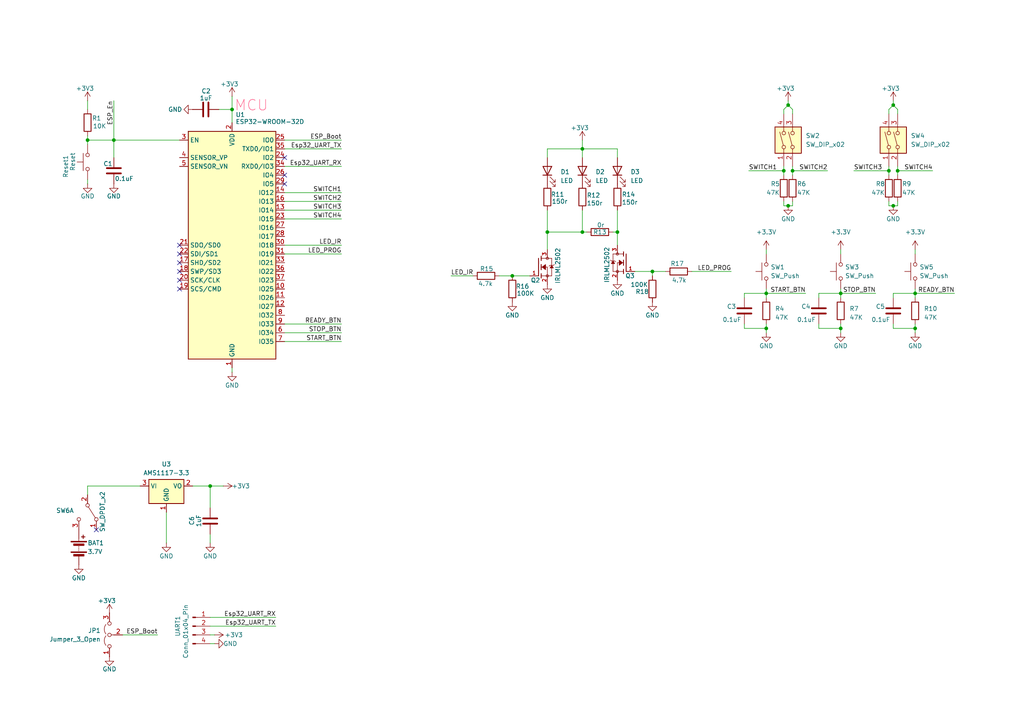
<source format=kicad_sch>
(kicad_sch
	(version 20231120)
	(generator "eeschema")
	(generator_version "8.0")
	(uuid "133469cf-fbdd-49f1-867b-3e389fe94ef3")
	(paper "A4")
	(lib_symbols
		(symbol "Connector:Conn_01x04_Pin"
			(pin_names
				(offset 1.016) hide)
			(exclude_from_sim no)
			(in_bom yes)
			(on_board yes)
			(property "Reference" "J"
				(at 0 5.08 0)
				(effects
					(font
						(size 1.27 1.27)
					)
				)
			)
			(property "Value" "Conn_01x04_Pin"
				(at 0 -7.62 0)
				(effects
					(font
						(size 1.27 1.27)
					)
				)
			)
			(property "Footprint" ""
				(at 0 0 0)
				(effects
					(font
						(size 1.27 1.27)
					)
					(hide yes)
				)
			)
			(property "Datasheet" "~"
				(at 0 0 0)
				(effects
					(font
						(size 1.27 1.27)
					)
					(hide yes)
				)
			)
			(property "Description" "Generic connector, single row, 01x04, script generated"
				(at 0 0 0)
				(effects
					(font
						(size 1.27 1.27)
					)
					(hide yes)
				)
			)
			(property "ki_locked" ""
				(at 0 0 0)
				(effects
					(font
						(size 1.27 1.27)
					)
				)
			)
			(property "ki_keywords" "connector"
				(at 0 0 0)
				(effects
					(font
						(size 1.27 1.27)
					)
					(hide yes)
				)
			)
			(property "ki_fp_filters" "Connector*:*_1x??_*"
				(at 0 0 0)
				(effects
					(font
						(size 1.27 1.27)
					)
					(hide yes)
				)
			)
			(symbol "Conn_01x04_Pin_1_1"
				(polyline
					(pts
						(xy 1.27 -5.08) (xy 0.8636 -5.08)
					)
					(stroke
						(width 0.1524)
						(type default)
					)
					(fill
						(type none)
					)
				)
				(polyline
					(pts
						(xy 1.27 -2.54) (xy 0.8636 -2.54)
					)
					(stroke
						(width 0.1524)
						(type default)
					)
					(fill
						(type none)
					)
				)
				(polyline
					(pts
						(xy 1.27 0) (xy 0.8636 0)
					)
					(stroke
						(width 0.1524)
						(type default)
					)
					(fill
						(type none)
					)
				)
				(polyline
					(pts
						(xy 1.27 2.54) (xy 0.8636 2.54)
					)
					(stroke
						(width 0.1524)
						(type default)
					)
					(fill
						(type none)
					)
				)
				(rectangle
					(start 0.8636 -4.953)
					(end 0 -5.207)
					(stroke
						(width 0.1524)
						(type default)
					)
					(fill
						(type outline)
					)
				)
				(rectangle
					(start 0.8636 -2.413)
					(end 0 -2.667)
					(stroke
						(width 0.1524)
						(type default)
					)
					(fill
						(type outline)
					)
				)
				(rectangle
					(start 0.8636 0.127)
					(end 0 -0.127)
					(stroke
						(width 0.1524)
						(type default)
					)
					(fill
						(type outline)
					)
				)
				(rectangle
					(start 0.8636 2.667)
					(end 0 2.413)
					(stroke
						(width 0.1524)
						(type default)
					)
					(fill
						(type outline)
					)
				)
				(pin passive line
					(at 5.08 2.54 180)
					(length 3.81)
					(name "Pin_1"
						(effects
							(font
								(size 1.27 1.27)
							)
						)
					)
					(number "1"
						(effects
							(font
								(size 1.27 1.27)
							)
						)
					)
				)
				(pin passive line
					(at 5.08 0 180)
					(length 3.81)
					(name "Pin_2"
						(effects
							(font
								(size 1.27 1.27)
							)
						)
					)
					(number "2"
						(effects
							(font
								(size 1.27 1.27)
							)
						)
					)
				)
				(pin passive line
					(at 5.08 -2.54 180)
					(length 3.81)
					(name "Pin_3"
						(effects
							(font
								(size 1.27 1.27)
							)
						)
					)
					(number "3"
						(effects
							(font
								(size 1.27 1.27)
							)
						)
					)
				)
				(pin passive line
					(at 5.08 -5.08 180)
					(length 3.81)
					(name "Pin_4"
						(effects
							(font
								(size 1.27 1.27)
							)
						)
					)
					(number "4"
						(effects
							(font
								(size 1.27 1.27)
							)
						)
					)
				)
			)
		)
		(symbol "Device:Battery"
			(pin_numbers hide)
			(pin_names
				(offset 0) hide)
			(exclude_from_sim no)
			(in_bom yes)
			(on_board yes)
			(property "Reference" "BT"
				(at 2.54 2.54 0)
				(effects
					(font
						(size 1.27 1.27)
					)
					(justify left)
				)
			)
			(property "Value" "Battery"
				(at 2.54 0 0)
				(effects
					(font
						(size 1.27 1.27)
					)
					(justify left)
				)
			)
			(property "Footprint" ""
				(at 0 1.524 90)
				(effects
					(font
						(size 1.27 1.27)
					)
					(hide yes)
				)
			)
			(property "Datasheet" "~"
				(at 0 1.524 90)
				(effects
					(font
						(size 1.27 1.27)
					)
					(hide yes)
				)
			)
			(property "Description" "Multiple-cell battery"
				(at 0 0 0)
				(effects
					(font
						(size 1.27 1.27)
					)
					(hide yes)
				)
			)
			(property "ki_keywords" "batt voltage-source cell"
				(at 0 0 0)
				(effects
					(font
						(size 1.27 1.27)
					)
					(hide yes)
				)
			)
			(symbol "Battery_0_1"
				(rectangle
					(start -2.286 -1.27)
					(end 2.286 -1.524)
					(stroke
						(width 0)
						(type default)
					)
					(fill
						(type outline)
					)
				)
				(rectangle
					(start -2.286 1.778)
					(end 2.286 1.524)
					(stroke
						(width 0)
						(type default)
					)
					(fill
						(type outline)
					)
				)
				(rectangle
					(start -1.524 -2.032)
					(end 1.524 -2.54)
					(stroke
						(width 0)
						(type default)
					)
					(fill
						(type outline)
					)
				)
				(rectangle
					(start -1.524 1.016)
					(end 1.524 0.508)
					(stroke
						(width 0)
						(type default)
					)
					(fill
						(type outline)
					)
				)
				(polyline
					(pts
						(xy 0 -1.016) (xy 0 -0.762)
					)
					(stroke
						(width 0)
						(type default)
					)
					(fill
						(type none)
					)
				)
				(polyline
					(pts
						(xy 0 -0.508) (xy 0 -0.254)
					)
					(stroke
						(width 0)
						(type default)
					)
					(fill
						(type none)
					)
				)
				(polyline
					(pts
						(xy 0 0) (xy 0 0.254)
					)
					(stroke
						(width 0)
						(type default)
					)
					(fill
						(type none)
					)
				)
				(polyline
					(pts
						(xy 0 1.778) (xy 0 2.54)
					)
					(stroke
						(width 0)
						(type default)
					)
					(fill
						(type none)
					)
				)
				(polyline
					(pts
						(xy 0.762 3.048) (xy 1.778 3.048)
					)
					(stroke
						(width 0.254)
						(type default)
					)
					(fill
						(type none)
					)
				)
				(polyline
					(pts
						(xy 1.27 3.556) (xy 1.27 2.54)
					)
					(stroke
						(width 0.254)
						(type default)
					)
					(fill
						(type none)
					)
				)
			)
			(symbol "Battery_1_1"
				(pin passive line
					(at 0 5.08 270)
					(length 2.54)
					(name "+"
						(effects
							(font
								(size 1.27 1.27)
							)
						)
					)
					(number "1"
						(effects
							(font
								(size 1.27 1.27)
							)
						)
					)
				)
				(pin passive line
					(at 0 -5.08 90)
					(length 2.54)
					(name "-"
						(effects
							(font
								(size 1.27 1.27)
							)
						)
					)
					(number "2"
						(effects
							(font
								(size 1.27 1.27)
							)
						)
					)
				)
			)
		)
		(symbol "Device:C"
			(pin_numbers hide)
			(pin_names
				(offset 0.254)
			)
			(exclude_from_sim no)
			(in_bom yes)
			(on_board yes)
			(property "Reference" "C"
				(at 0.635 2.54 0)
				(effects
					(font
						(size 1.27 1.27)
					)
					(justify left)
				)
			)
			(property "Value" "C"
				(at 0.635 -2.54 0)
				(effects
					(font
						(size 1.27 1.27)
					)
					(justify left)
				)
			)
			(property "Footprint" ""
				(at 0.9652 -3.81 0)
				(effects
					(font
						(size 1.27 1.27)
					)
					(hide yes)
				)
			)
			(property "Datasheet" "~"
				(at 0 0 0)
				(effects
					(font
						(size 1.27 1.27)
					)
					(hide yes)
				)
			)
			(property "Description" "Unpolarized capacitor"
				(at 0 0 0)
				(effects
					(font
						(size 1.27 1.27)
					)
					(hide yes)
				)
			)
			(property "ki_keywords" "cap capacitor"
				(at 0 0 0)
				(effects
					(font
						(size 1.27 1.27)
					)
					(hide yes)
				)
			)
			(property "ki_fp_filters" "C_*"
				(at 0 0 0)
				(effects
					(font
						(size 1.27 1.27)
					)
					(hide yes)
				)
			)
			(symbol "C_0_1"
				(polyline
					(pts
						(xy -2.032 -0.762) (xy 2.032 -0.762)
					)
					(stroke
						(width 0.508)
						(type default)
					)
					(fill
						(type none)
					)
				)
				(polyline
					(pts
						(xy -2.032 0.762) (xy 2.032 0.762)
					)
					(stroke
						(width 0.508)
						(type default)
					)
					(fill
						(type none)
					)
				)
			)
			(symbol "C_1_1"
				(pin passive line
					(at 0 3.81 270)
					(length 2.794)
					(name "~"
						(effects
							(font
								(size 1.27 1.27)
							)
						)
					)
					(number "1"
						(effects
							(font
								(size 1.27 1.27)
							)
						)
					)
				)
				(pin passive line
					(at 0 -3.81 90)
					(length 2.794)
					(name "~"
						(effects
							(font
								(size 1.27 1.27)
							)
						)
					)
					(number "2"
						(effects
							(font
								(size 1.27 1.27)
							)
						)
					)
				)
			)
		)
		(symbol "Device:LED"
			(pin_numbers hide)
			(pin_names
				(offset 1.016) hide)
			(exclude_from_sim no)
			(in_bom yes)
			(on_board yes)
			(property "Reference" "D"
				(at 0 2.54 0)
				(effects
					(font
						(size 1.27 1.27)
					)
				)
			)
			(property "Value" "LED"
				(at 0 -2.54 0)
				(effects
					(font
						(size 1.27 1.27)
					)
				)
			)
			(property "Footprint" ""
				(at 0 0 0)
				(effects
					(font
						(size 1.27 1.27)
					)
					(hide yes)
				)
			)
			(property "Datasheet" "~"
				(at 0 0 0)
				(effects
					(font
						(size 1.27 1.27)
					)
					(hide yes)
				)
			)
			(property "Description" "Light emitting diode"
				(at 0 0 0)
				(effects
					(font
						(size 1.27 1.27)
					)
					(hide yes)
				)
			)
			(property "ki_keywords" "LED diode"
				(at 0 0 0)
				(effects
					(font
						(size 1.27 1.27)
					)
					(hide yes)
				)
			)
			(property "ki_fp_filters" "LED* LED_SMD:* LED_THT:*"
				(at 0 0 0)
				(effects
					(font
						(size 1.27 1.27)
					)
					(hide yes)
				)
			)
			(symbol "LED_0_1"
				(polyline
					(pts
						(xy -1.27 -1.27) (xy -1.27 1.27)
					)
					(stroke
						(width 0.254)
						(type default)
					)
					(fill
						(type none)
					)
				)
				(polyline
					(pts
						(xy -1.27 0) (xy 1.27 0)
					)
					(stroke
						(width 0)
						(type default)
					)
					(fill
						(type none)
					)
				)
				(polyline
					(pts
						(xy 1.27 -1.27) (xy 1.27 1.27) (xy -1.27 0) (xy 1.27 -1.27)
					)
					(stroke
						(width 0.254)
						(type default)
					)
					(fill
						(type none)
					)
				)
				(polyline
					(pts
						(xy -3.048 -0.762) (xy -4.572 -2.286) (xy -3.81 -2.286) (xy -4.572 -2.286) (xy -4.572 -1.524)
					)
					(stroke
						(width 0)
						(type default)
					)
					(fill
						(type none)
					)
				)
				(polyline
					(pts
						(xy -1.778 -0.762) (xy -3.302 -2.286) (xy -2.54 -2.286) (xy -3.302 -2.286) (xy -3.302 -1.524)
					)
					(stroke
						(width 0)
						(type default)
					)
					(fill
						(type none)
					)
				)
			)
			(symbol "LED_1_1"
				(pin passive line
					(at -3.81 0 0)
					(length 2.54)
					(name "K"
						(effects
							(font
								(size 1.27 1.27)
							)
						)
					)
					(number "1"
						(effects
							(font
								(size 1.27 1.27)
							)
						)
					)
				)
				(pin passive line
					(at 3.81 0 180)
					(length 2.54)
					(name "A"
						(effects
							(font
								(size 1.27 1.27)
							)
						)
					)
					(number "2"
						(effects
							(font
								(size 1.27 1.27)
							)
						)
					)
				)
			)
		)
		(symbol "Device:R"
			(pin_numbers hide)
			(pin_names
				(offset 0)
			)
			(exclude_from_sim no)
			(in_bom yes)
			(on_board yes)
			(property "Reference" "R"
				(at 2.032 0 90)
				(effects
					(font
						(size 1.27 1.27)
					)
				)
			)
			(property "Value" "R"
				(at 0 0 90)
				(effects
					(font
						(size 1.27 1.27)
					)
				)
			)
			(property "Footprint" ""
				(at -1.778 0 90)
				(effects
					(font
						(size 1.27 1.27)
					)
					(hide yes)
				)
			)
			(property "Datasheet" "~"
				(at 0 0 0)
				(effects
					(font
						(size 1.27 1.27)
					)
					(hide yes)
				)
			)
			(property "Description" "Resistor"
				(at 0 0 0)
				(effects
					(font
						(size 1.27 1.27)
					)
					(hide yes)
				)
			)
			(property "ki_keywords" "R res resistor"
				(at 0 0 0)
				(effects
					(font
						(size 1.27 1.27)
					)
					(hide yes)
				)
			)
			(property "ki_fp_filters" "R_*"
				(at 0 0 0)
				(effects
					(font
						(size 1.27 1.27)
					)
					(hide yes)
				)
			)
			(symbol "R_0_1"
				(rectangle
					(start -1.016 -2.54)
					(end 1.016 2.54)
					(stroke
						(width 0.254)
						(type default)
					)
					(fill
						(type none)
					)
				)
			)
			(symbol "R_1_1"
				(pin passive line
					(at 0 3.81 270)
					(length 1.27)
					(name "~"
						(effects
							(font
								(size 1.27 1.27)
							)
						)
					)
					(number "1"
						(effects
							(font
								(size 1.27 1.27)
							)
						)
					)
				)
				(pin passive line
					(at 0 -3.81 90)
					(length 1.27)
					(name "~"
						(effects
							(font
								(size 1.27 1.27)
							)
						)
					)
					(number "2"
						(effects
							(font
								(size 1.27 1.27)
							)
						)
					)
				)
			)
		)
		(symbol "IRLML2502_1"
			(pin_names
				(offset 1.016)
			)
			(exclude_from_sim no)
			(in_bom yes)
			(on_board yes)
			(property "Reference" "Q2"
				(at 3.175 1.2701 0)
				(effects
					(font
						(size 1.27 1.27)
					)
					(justify left)
				)
			)
			(property "Value" "IRLML2502"
				(at 3.175 -1.2699 0)
				(effects
					(font
						(size 1.27 1.27)
					)
					(justify left)
				)
			)
			(property "Footprint" "IRLML2502:SOT95P237X112-3N"
				(at 0 0 0)
				(effects
					(font
						(size 1.27 1.27)
					)
					(justify bottom)
					(hide yes)
				)
			)
			(property "Datasheet" ""
				(at 9.525 0 0)
				(effects
					(font
						(size 1.27 1.27)
					)
					(hide yes)
				)
			)
			(property "Description" ""
				(at 9.525 0 0)
				(effects
					(font
						(size 1.27 1.27)
					)
					(hide yes)
				)
			)
			(property "MF" "Infineon Technologies"
				(at 0 0 0)
				(effects
					(font
						(size 1.27 1.27)
					)
					(justify bottom)
					(hide yes)
				)
			)
			(property "MAXIMUM_PACKAGE_HEIGHT" "1.12 mm"
				(at 9.525 0 0)
				(effects
					(font
						(size 1.27 1.27)
					)
					(justify bottom)
					(hide yes)
				)
			)
			(property "Package" "SOT-23-3 International Rectifier"
				(at 0 0 0)
				(effects
					(font
						(size 1.27 1.27)
					)
					(justify bottom)
					(hide yes)
				)
			)
			(property "Price" "None"
				(at 9.525 0 0)
				(effects
					(font
						(size 1.27 1.27)
					)
					(justify bottom)
					(hide yes)
				)
			)
			(property "Check_prices" "https://www.snapeda.com/parts/IRLML2502/Infineon+Technologies/view-part/?ref=eda"
				(at 0 0 0)
				(effects
					(font
						(size 1.27 1.27)
					)
					(justify bottom)
					(hide yes)
				)
			)
			(property "STANDARD" "IPC 7351B"
				(at 9.525 0 0)
				(effects
					(font
						(size 1.27 1.27)
					)
					(justify bottom)
					(hide yes)
				)
			)
			(property "PARTREV" "April 24, 2014"
				(at 9.525 0 0)
				(effects
					(font
						(size 1.27 1.27)
					)
					(justify bottom)
					(hide yes)
				)
			)
			(property "SnapEDA_Link" "https://www.snapeda.com/parts/IRLML2502/Infineon+Technologies/view-part/?ref=snap"
				(at 0 0 0)
				(effects
					(font
						(size 1.27 1.27)
					)
					(justify bottom)
					(hide yes)
				)
			)
			(property "SNAPEDA_PACKAGE_ID" "11907"
				(at 9.525 0 0)
				(effects
					(font
						(size 1.27 1.27)
					)
					(justify bottom)
					(hide yes)
				)
			)
			(property "MP" "IRLML2502"
				(at 9.525 0 0)
				(effects
					(font
						(size 1.27 1.27)
					)
					(justify bottom)
					(hide yes)
				)
			)
			(property "Purchase-URL" "https://www.snapeda.com/api/url_track_click_mouser/?unipart_id=453707&manufacturer=Infineon Technologies&part_name=IRLML2502&search_term=None"
				(at 0 0 0)
				(effects
					(font
						(size 1.27 1.27)
					)
					(justify bottom)
					(hide yes)
				)
			)
			(property "Description_1" "\nN-Channel 20 V 4.2A (Ta) 1.25W (Ta) Surface Mount Micro3â„¢ /SOT-23\n"
				(at 0 0 0)
				(effects
					(font
						(size 1.27 1.27)
					)
					(justify bottom)
					(hide yes)
				)
			)
			(property "SNAPEDA_PN" "IRLML2502"
				(at 9.525 0 0)
				(effects
					(font
						(size 1.27 1.27)
					)
					(justify bottom)
					(hide yes)
				)
			)
			(property "Availability" "In Stock"
				(at 9.525 0 0)
				(effects
					(font
						(size 1.27 1.27)
					)
					(justify bottom)
					(hide yes)
				)
			)
			(property "MANUFACTURER" "Infineon Technologies"
				(at 0 0 0)
				(effects
					(font
						(size 1.27 1.27)
					)
					(justify bottom)
					(hide yes)
				)
			)
			(symbol "IRLML2502_1_0_0"
				(polyline
					(pts
						(xy 4.953 0.762) (xy 5.207 0.508)
					)
					(stroke
						(width 0.1524)
						(type default)
					)
					(fill
						(type none)
					)
				)
				(polyline
					(pts
						(xy 5.207 0.508) (xy 5.715 0.508)
					)
					(stroke
						(width 0.1524)
						(type default)
					)
					(fill
						(type none)
					)
				)
				(polyline
					(pts
						(xy 5.715 0.508) (xy 5.715 -2.54)
					)
					(stroke
						(width 0.1524)
						(type default)
					)
					(fill
						(type none)
					)
				)
				(polyline
					(pts
						(xy 5.715 0.508) (xy 6.223 0.508)
					)
					(stroke
						(width 0.1524)
						(type default)
					)
					(fill
						(type none)
					)
				)
				(polyline
					(pts
						(xy 5.715 2.54) (xy 5.715 0.508)
					)
					(stroke
						(width 0.1524)
						(type default)
					)
					(fill
						(type none)
					)
				)
				(polyline
					(pts
						(xy 6.223 0.508) (xy 6.477 0.254)
					)
					(stroke
						(width 0.1524)
						(type default)
					)
					(fill
						(type none)
					)
				)
				(polyline
					(pts
						(xy 6.985 -2.54) (xy 5.715 -2.54)
					)
					(stroke
						(width 0.1524)
						(type default)
					)
					(fill
						(type none)
					)
				)
				(polyline
					(pts
						(xy 6.985 -2.54) (xy 8.763 -2.54)
					)
					(stroke
						(width 0.1524)
						(type default)
					)
					(fill
						(type none)
					)
				)
				(polyline
					(pts
						(xy 6.985 0) (xy 6.985 -2.54)
					)
					(stroke
						(width 0.1524)
						(type default)
					)
					(fill
						(type none)
					)
				)
				(polyline
					(pts
						(xy 8.763 -2.54) (xy 8.763 -3.175)
					)
					(stroke
						(width 0.254)
						(type default)
					)
					(fill
						(type none)
					)
				)
				(polyline
					(pts
						(xy 8.763 -1.905) (xy 8.763 -2.54)
					)
					(stroke
						(width 0.254)
						(type default)
					)
					(fill
						(type none)
					)
				)
				(polyline
					(pts
						(xy 8.763 0) (xy 6.985 0)
					)
					(stroke
						(width 0.1524)
						(type default)
					)
					(fill
						(type none)
					)
				)
				(polyline
					(pts
						(xy 8.763 0) (xy 8.763 -0.762)
					)
					(stroke
						(width 0.254)
						(type default)
					)
					(fill
						(type none)
					)
				)
				(polyline
					(pts
						(xy 8.763 0.762) (xy 8.763 0)
					)
					(stroke
						(width 0.254)
						(type default)
					)
					(fill
						(type none)
					)
				)
				(polyline
					(pts
						(xy 8.763 2.54) (xy 5.715 2.54)
					)
					(stroke
						(width 0.1524)
						(type default)
					)
					(fill
						(type none)
					)
				)
				(polyline
					(pts
						(xy 8.763 2.54) (xy 8.763 1.905)
					)
					(stroke
						(width 0.254)
						(type default)
					)
					(fill
						(type none)
					)
				)
				(polyline
					(pts
						(xy 8.763 3.175) (xy 8.763 2.54)
					)
					(stroke
						(width 0.254)
						(type default)
					)
					(fill
						(type none)
					)
				)
				(polyline
					(pts
						(xy 9.525 2.54) (xy 9.525 -2.54)
					)
					(stroke
						(width 0.254)
						(type default)
					)
					(fill
						(type none)
					)
				)
				(polyline
					(pts
						(xy 5.715 0.508) (xy 6.223 -0.254) (xy 5.207 -0.254) (xy 5.715 0.508)
					)
					(stroke
						(width 0.1524)
						(type default)
					)
					(fill
						(type outline)
					)
				)
				(polyline
					(pts
						(xy 8.509 0) (xy 7.493 0.762) (xy 7.493 -0.762) (xy 8.509 0)
					)
					(stroke
						(width 0.1524)
						(type default)
					)
					(fill
						(type outline)
					)
				)
				(circle
					(center 6.985 -2.54)
					(radius 0.3592)
					(stroke
						(width 0)
						(type default)
					)
					(fill
						(type none)
					)
				)
				(circle
					(center 6.985 2.54)
					(radius 0.3592)
					(stroke
						(width 0)
						(type default)
					)
					(fill
						(type none)
					)
				)
				(pin passive line
					(at 12.065 -2.54 180)
					(length 2.54)
					(name "~"
						(effects
							(font
								(size 1.016 1.016)
							)
						)
					)
					(number "1"
						(effects
							(font
								(size 1.016 1.016)
							)
						)
					)
				)
				(pin passive line
					(at 6.985 -5.08 90)
					(length 2.54)
					(name "~"
						(effects
							(font
								(size 1.016 1.016)
							)
						)
					)
					(number "2"
						(effects
							(font
								(size 1.016 1.016)
							)
						)
					)
				)
				(pin passive line
					(at 6.985 5.08 270)
					(length 2.54)
					(name "~"
						(effects
							(font
								(size 1.016 1.016)
							)
						)
					)
					(number "3"
						(effects
							(font
								(size 1.016 1.016)
							)
						)
					)
				)
			)
		)
		(symbol "Jumper:Jumper_3_Open"
			(pin_names
				(offset 0) hide)
			(exclude_from_sim yes)
			(in_bom no)
			(on_board yes)
			(property "Reference" "JP"
				(at -2.54 -2.54 0)
				(effects
					(font
						(size 1.27 1.27)
					)
				)
			)
			(property "Value" "Jumper_3_Open"
				(at 0 2.794 0)
				(effects
					(font
						(size 1.27 1.27)
					)
				)
			)
			(property "Footprint" ""
				(at 0 0 0)
				(effects
					(font
						(size 1.27 1.27)
					)
					(hide yes)
				)
			)
			(property "Datasheet" "~"
				(at 0 0 0)
				(effects
					(font
						(size 1.27 1.27)
					)
					(hide yes)
				)
			)
			(property "Description" "Jumper, 3-pole, both open"
				(at 0 0 0)
				(effects
					(font
						(size 1.27 1.27)
					)
					(hide yes)
				)
			)
			(property "ki_keywords" "Jumper SPDT"
				(at 0 0 0)
				(effects
					(font
						(size 1.27 1.27)
					)
					(hide yes)
				)
			)
			(property "ki_fp_filters" "Jumper* TestPoint*3Pads* TestPoint*Bridge*"
				(at 0 0 0)
				(effects
					(font
						(size 1.27 1.27)
					)
					(hide yes)
				)
			)
			(symbol "Jumper_3_Open_0_0"
				(circle
					(center -3.302 0)
					(radius 0.508)
					(stroke
						(width 0)
						(type default)
					)
					(fill
						(type none)
					)
				)
				(circle
					(center 0 0)
					(radius 0.508)
					(stroke
						(width 0)
						(type default)
					)
					(fill
						(type none)
					)
				)
				(circle
					(center 3.302 0)
					(radius 0.508)
					(stroke
						(width 0)
						(type default)
					)
					(fill
						(type none)
					)
				)
			)
			(symbol "Jumper_3_Open_0_1"
				(arc
					(start -0.254 1.016)
					(mid -1.651 1.4992)
					(end -3.048 1.016)
					(stroke
						(width 0)
						(type default)
					)
					(fill
						(type none)
					)
				)
				(polyline
					(pts
						(xy 0 -0.508) (xy 0 -1.27)
					)
					(stroke
						(width 0)
						(type default)
					)
					(fill
						(type none)
					)
				)
				(arc
					(start 3.048 1.016)
					(mid 1.651 1.4992)
					(end 0.254 1.016)
					(stroke
						(width 0)
						(type default)
					)
					(fill
						(type none)
					)
				)
			)
			(symbol "Jumper_3_Open_1_1"
				(pin passive line
					(at -6.35 0 0)
					(length 2.54)
					(name "A"
						(effects
							(font
								(size 1.27 1.27)
							)
						)
					)
					(number "1"
						(effects
							(font
								(size 1.27 1.27)
							)
						)
					)
				)
				(pin passive line
					(at 0 -3.81 90)
					(length 2.54)
					(name "C"
						(effects
							(font
								(size 1.27 1.27)
							)
						)
					)
					(number "2"
						(effects
							(font
								(size 1.27 1.27)
							)
						)
					)
				)
				(pin passive line
					(at 6.35 0 180)
					(length 2.54)
					(name "B"
						(effects
							(font
								(size 1.27 1.27)
							)
						)
					)
					(number "3"
						(effects
							(font
								(size 1.27 1.27)
							)
						)
					)
				)
			)
		)
		(symbol "Perico:IRLML2502"
			(pin_names
				(offset 1.016)
			)
			(exclude_from_sim no)
			(in_bom yes)
			(on_board yes)
			(property "Reference" "Q"
				(at -8.89 2.54 0)
				(effects
					(font
						(size 1.27 1.27)
					)
					(justify left bottom)
				)
			)
			(property "Value" "IRLML2502"
				(at -9.144 -6.858 0)
				(effects
					(font
						(size 1.27 1.27)
					)
					(justify left bottom)
				)
			)
			(property "Footprint" "IRLML2502:SOT95P237X112-3N"
				(at 0 0 0)
				(effects
					(font
						(size 1.27 1.27)
					)
					(justify bottom)
					(hide yes)
				)
			)
			(property "Datasheet" ""
				(at 0 0 0)
				(effects
					(font
						(size 1.27 1.27)
					)
					(hide yes)
				)
			)
			(property "Description" ""
				(at 0 0 0)
				(effects
					(font
						(size 1.27 1.27)
					)
					(hide yes)
				)
			)
			(property "MF" "Infineon Technologies"
				(at 0 0 0)
				(effects
					(font
						(size 1.27 1.27)
					)
					(justify bottom)
					(hide yes)
				)
			)
			(property "MAXIMUM_PACKAGE_HEIGHT" "1.12 mm"
				(at 0 0 0)
				(effects
					(font
						(size 1.27 1.27)
					)
					(justify bottom)
					(hide yes)
				)
			)
			(property "Package" "SOT-23-3 International Rectifier"
				(at 0 0 0)
				(effects
					(font
						(size 1.27 1.27)
					)
					(justify bottom)
					(hide yes)
				)
			)
			(property "Price" "None"
				(at 0 0 0)
				(effects
					(font
						(size 1.27 1.27)
					)
					(justify bottom)
					(hide yes)
				)
			)
			(property "Check_prices" "https://www.snapeda.com/parts/IRLML2502/Infineon+Technologies/view-part/?ref=eda"
				(at 0 0 0)
				(effects
					(font
						(size 1.27 1.27)
					)
					(justify bottom)
					(hide yes)
				)
			)
			(property "STANDARD" "IPC 7351B"
				(at 0 0 0)
				(effects
					(font
						(size 1.27 1.27)
					)
					(justify bottom)
					(hide yes)
				)
			)
			(property "PARTREV" "April 24, 2014"
				(at 0 0 0)
				(effects
					(font
						(size 1.27 1.27)
					)
					(justify bottom)
					(hide yes)
				)
			)
			(property "SnapEDA_Link" "https://www.snapeda.com/parts/IRLML2502/Infineon+Technologies/view-part/?ref=snap"
				(at 0 0 0)
				(effects
					(font
						(size 1.27 1.27)
					)
					(justify bottom)
					(hide yes)
				)
			)
			(property "SNAPEDA_PACKAGE_ID" "11907"
				(at 0 0 0)
				(effects
					(font
						(size 1.27 1.27)
					)
					(justify bottom)
					(hide yes)
				)
			)
			(property "MP" "IRLML2502"
				(at 0 0 0)
				(effects
					(font
						(size 1.27 1.27)
					)
					(justify bottom)
					(hide yes)
				)
			)
			(property "Purchase-URL" "https://www.snapeda.com/api/url_track_click_mouser/?unipart_id=453707&manufacturer=Infineon Technologies&part_name=IRLML2502&search_term=None"
				(at 0 0 0)
				(effects
					(font
						(size 1.27 1.27)
					)
					(justify bottom)
					(hide yes)
				)
			)
			(property "Description_1" "\nN-Channel 20 V 4.2A (Ta) 1.25W (Ta) Surface Mount Micro3â„¢ /SOT-23\n"
				(at 0 0 0)
				(effects
					(font
						(size 1.27 1.27)
					)
					(justify bottom)
					(hide yes)
				)
			)
			(property "SNAPEDA_PN" "IRLML2502"
				(at 0 0 0)
				(effects
					(font
						(size 1.27 1.27)
					)
					(justify bottom)
					(hide yes)
				)
			)
			(property "Availability" "In Stock"
				(at 0 0 0)
				(effects
					(font
						(size 1.27 1.27)
					)
					(justify bottom)
					(hide yes)
				)
			)
			(property "MANUFACTURER" "Infineon Technologies"
				(at 0 0 0)
				(effects
					(font
						(size 1.27 1.27)
					)
					(justify bottom)
					(hide yes)
				)
			)
			(symbol "IRLML2502_0_0"
				(polyline
					(pts
						(xy 0 2.54) (xy 0 -2.54)
					)
					(stroke
						(width 0.254)
						(type default)
					)
					(fill
						(type none)
					)
				)
				(polyline
					(pts
						(xy 0.762 -2.54) (xy 0.762 -3.175)
					)
					(stroke
						(width 0.254)
						(type default)
					)
					(fill
						(type none)
					)
				)
				(polyline
					(pts
						(xy 0.762 -1.905) (xy 0.762 -2.54)
					)
					(stroke
						(width 0.254)
						(type default)
					)
					(fill
						(type none)
					)
				)
				(polyline
					(pts
						(xy 0.762 0) (xy 0.762 -0.762)
					)
					(stroke
						(width 0.254)
						(type default)
					)
					(fill
						(type none)
					)
				)
				(polyline
					(pts
						(xy 0.762 0) (xy 2.54 0)
					)
					(stroke
						(width 0.1524)
						(type default)
					)
					(fill
						(type none)
					)
				)
				(polyline
					(pts
						(xy 0.762 0.762) (xy 0.762 0)
					)
					(stroke
						(width 0.254)
						(type default)
					)
					(fill
						(type none)
					)
				)
				(polyline
					(pts
						(xy 0.762 2.54) (xy 0.762 1.905)
					)
					(stroke
						(width 0.254)
						(type default)
					)
					(fill
						(type none)
					)
				)
				(polyline
					(pts
						(xy 0.762 2.54) (xy 3.81 2.54)
					)
					(stroke
						(width 0.1524)
						(type default)
					)
					(fill
						(type none)
					)
				)
				(polyline
					(pts
						(xy 0.762 3.175) (xy 0.762 2.54)
					)
					(stroke
						(width 0.254)
						(type default)
					)
					(fill
						(type none)
					)
				)
				(polyline
					(pts
						(xy 2.54 -2.54) (xy 0.762 -2.54)
					)
					(stroke
						(width 0.1524)
						(type default)
					)
					(fill
						(type none)
					)
				)
				(polyline
					(pts
						(xy 2.54 -2.54) (xy 3.81 -2.54)
					)
					(stroke
						(width 0.1524)
						(type default)
					)
					(fill
						(type none)
					)
				)
				(polyline
					(pts
						(xy 2.54 0) (xy 2.54 -2.54)
					)
					(stroke
						(width 0.1524)
						(type default)
					)
					(fill
						(type none)
					)
				)
				(polyline
					(pts
						(xy 3.302 0.508) (xy 3.048 0.254)
					)
					(stroke
						(width 0.1524)
						(type default)
					)
					(fill
						(type none)
					)
				)
				(polyline
					(pts
						(xy 3.81 0.508) (xy 3.302 0.508)
					)
					(stroke
						(width 0.1524)
						(type default)
					)
					(fill
						(type none)
					)
				)
				(polyline
					(pts
						(xy 3.81 0.508) (xy 3.81 -2.54)
					)
					(stroke
						(width 0.1524)
						(type default)
					)
					(fill
						(type none)
					)
				)
				(polyline
					(pts
						(xy 3.81 2.54) (xy 3.81 0.508)
					)
					(stroke
						(width 0.1524)
						(type default)
					)
					(fill
						(type none)
					)
				)
				(polyline
					(pts
						(xy 4.318 0.508) (xy 3.81 0.508)
					)
					(stroke
						(width 0.1524)
						(type default)
					)
					(fill
						(type none)
					)
				)
				(polyline
					(pts
						(xy 4.572 0.762) (xy 4.318 0.508)
					)
					(stroke
						(width 0.1524)
						(type default)
					)
					(fill
						(type none)
					)
				)
				(polyline
					(pts
						(xy 1.016 0) (xy 2.032 0.762) (xy 2.032 -0.762) (xy 1.016 0)
					)
					(stroke
						(width 0.1524)
						(type default)
					)
					(fill
						(type outline)
					)
				)
				(polyline
					(pts
						(xy 3.81 0.508) (xy 3.302 -0.254) (xy 4.318 -0.254) (xy 3.81 0.508)
					)
					(stroke
						(width 0.1524)
						(type default)
					)
					(fill
						(type outline)
					)
				)
				(circle
					(center 2.54 -2.54)
					(radius 0.3592)
					(stroke
						(width 0)
						(type default)
					)
					(fill
						(type none)
					)
				)
				(circle
					(center 2.54 2.54)
					(radius 0.3592)
					(stroke
						(width 0)
						(type default)
					)
					(fill
						(type none)
					)
				)
				(pin passive line
					(at -2.54 -2.54 0)
					(length 2.54)
					(name "~"
						(effects
							(font
								(size 1.016 1.016)
							)
						)
					)
					(number "1"
						(effects
							(font
								(size 1.016 1.016)
							)
						)
					)
				)
				(pin passive line
					(at 2.54 -5.08 90)
					(length 2.54)
					(name "~"
						(effects
							(font
								(size 1.016 1.016)
							)
						)
					)
					(number "2"
						(effects
							(font
								(size 1.016 1.016)
							)
						)
					)
				)
				(pin passive line
					(at 2.54 5.08 270)
					(length 2.54)
					(name "~"
						(effects
							(font
								(size 1.016 1.016)
							)
						)
					)
					(number "3"
						(effects
							(font
								(size 1.016 1.016)
							)
						)
					)
				)
			)
		)
		(symbol "RF_Module:ESP32-WROOM-32D"
			(exclude_from_sim no)
			(in_bom yes)
			(on_board yes)
			(property "Reference" "U"
				(at -12.7 34.29 0)
				(effects
					(font
						(size 1.27 1.27)
					)
					(justify left)
				)
			)
			(property "Value" "ESP32-WROOM-32D"
				(at 1.27 34.29 0)
				(effects
					(font
						(size 1.27 1.27)
					)
					(justify left)
				)
			)
			(property "Footprint" "RF_Module:ESP32-WROOM-32D"
				(at 16.51 -34.29 0)
				(effects
					(font
						(size 1.27 1.27)
					)
					(hide yes)
				)
			)
			(property "Datasheet" "https://www.espressif.com/sites/default/files/documentation/esp32-wroom-32d_esp32-wroom-32u_datasheet_en.pdf"
				(at -7.62 1.27 0)
				(effects
					(font
						(size 1.27 1.27)
					)
					(hide yes)
				)
			)
			(property "Description" "RF Module, ESP32-D0WD SoC, Wi-Fi 802.11b/g/n, Bluetooth, BLE, 32-bit, 2.7-3.6V, onboard antenna, SMD"
				(at 0 0 0)
				(effects
					(font
						(size 1.27 1.27)
					)
					(hide yes)
				)
			)
			(property "ki_keywords" "RF Radio BT ESP ESP32 Espressif onboard PCB antenna"
				(at 0 0 0)
				(effects
					(font
						(size 1.27 1.27)
					)
					(hide yes)
				)
			)
			(property "ki_fp_filters" "ESP32?WROOM?32D*"
				(at 0 0 0)
				(effects
					(font
						(size 1.27 1.27)
					)
					(hide yes)
				)
			)
			(symbol "ESP32-WROOM-32D_0_1"
				(rectangle
					(start -12.7 33.02)
					(end 12.7 -33.02)
					(stroke
						(width 0.254)
						(type default)
					)
					(fill
						(type background)
					)
				)
			)
			(symbol "ESP32-WROOM-32D_1_1"
				(pin power_in line
					(at 0 -35.56 90)
					(length 2.54)
					(name "GND"
						(effects
							(font
								(size 1.27 1.27)
							)
						)
					)
					(number "1"
						(effects
							(font
								(size 1.27 1.27)
							)
						)
					)
				)
				(pin bidirectional line
					(at 15.24 -12.7 180)
					(length 2.54)
					(name "IO25"
						(effects
							(font
								(size 1.27 1.27)
							)
						)
					)
					(number "10"
						(effects
							(font
								(size 1.27 1.27)
							)
						)
					)
				)
				(pin bidirectional line
					(at 15.24 -15.24 180)
					(length 2.54)
					(name "IO26"
						(effects
							(font
								(size 1.27 1.27)
							)
						)
					)
					(number "11"
						(effects
							(font
								(size 1.27 1.27)
							)
						)
					)
				)
				(pin bidirectional line
					(at 15.24 -17.78 180)
					(length 2.54)
					(name "IO27"
						(effects
							(font
								(size 1.27 1.27)
							)
						)
					)
					(number "12"
						(effects
							(font
								(size 1.27 1.27)
							)
						)
					)
				)
				(pin bidirectional line
					(at 15.24 10.16 180)
					(length 2.54)
					(name "IO14"
						(effects
							(font
								(size 1.27 1.27)
							)
						)
					)
					(number "13"
						(effects
							(font
								(size 1.27 1.27)
							)
						)
					)
				)
				(pin bidirectional line
					(at 15.24 15.24 180)
					(length 2.54)
					(name "IO12"
						(effects
							(font
								(size 1.27 1.27)
							)
						)
					)
					(number "14"
						(effects
							(font
								(size 1.27 1.27)
							)
						)
					)
				)
				(pin passive line
					(at 0 -35.56 90)
					(length 2.54) hide
					(name "GND"
						(effects
							(font
								(size 1.27 1.27)
							)
						)
					)
					(number "15"
						(effects
							(font
								(size 1.27 1.27)
							)
						)
					)
				)
				(pin bidirectional line
					(at 15.24 12.7 180)
					(length 2.54)
					(name "IO13"
						(effects
							(font
								(size 1.27 1.27)
							)
						)
					)
					(number "16"
						(effects
							(font
								(size 1.27 1.27)
							)
						)
					)
				)
				(pin bidirectional line
					(at -15.24 -5.08 0)
					(length 2.54)
					(name "SHD/SD2"
						(effects
							(font
								(size 1.27 1.27)
							)
						)
					)
					(number "17"
						(effects
							(font
								(size 1.27 1.27)
							)
						)
					)
				)
				(pin bidirectional line
					(at -15.24 -7.62 0)
					(length 2.54)
					(name "SWP/SD3"
						(effects
							(font
								(size 1.27 1.27)
							)
						)
					)
					(number "18"
						(effects
							(font
								(size 1.27 1.27)
							)
						)
					)
				)
				(pin bidirectional line
					(at -15.24 -12.7 0)
					(length 2.54)
					(name "SCS/CMD"
						(effects
							(font
								(size 1.27 1.27)
							)
						)
					)
					(number "19"
						(effects
							(font
								(size 1.27 1.27)
							)
						)
					)
				)
				(pin power_in line
					(at 0 35.56 270)
					(length 2.54)
					(name "VDD"
						(effects
							(font
								(size 1.27 1.27)
							)
						)
					)
					(number "2"
						(effects
							(font
								(size 1.27 1.27)
							)
						)
					)
				)
				(pin bidirectional line
					(at -15.24 -10.16 0)
					(length 2.54)
					(name "SCK/CLK"
						(effects
							(font
								(size 1.27 1.27)
							)
						)
					)
					(number "20"
						(effects
							(font
								(size 1.27 1.27)
							)
						)
					)
				)
				(pin bidirectional line
					(at -15.24 0 0)
					(length 2.54)
					(name "SDO/SD0"
						(effects
							(font
								(size 1.27 1.27)
							)
						)
					)
					(number "21"
						(effects
							(font
								(size 1.27 1.27)
							)
						)
					)
				)
				(pin bidirectional line
					(at -15.24 -2.54 0)
					(length 2.54)
					(name "SDI/SD1"
						(effects
							(font
								(size 1.27 1.27)
							)
						)
					)
					(number "22"
						(effects
							(font
								(size 1.27 1.27)
							)
						)
					)
				)
				(pin bidirectional line
					(at 15.24 7.62 180)
					(length 2.54)
					(name "IO15"
						(effects
							(font
								(size 1.27 1.27)
							)
						)
					)
					(number "23"
						(effects
							(font
								(size 1.27 1.27)
							)
						)
					)
				)
				(pin bidirectional line
					(at 15.24 25.4 180)
					(length 2.54)
					(name "IO2"
						(effects
							(font
								(size 1.27 1.27)
							)
						)
					)
					(number "24"
						(effects
							(font
								(size 1.27 1.27)
							)
						)
					)
				)
				(pin bidirectional line
					(at 15.24 30.48 180)
					(length 2.54)
					(name "IO0"
						(effects
							(font
								(size 1.27 1.27)
							)
						)
					)
					(number "25"
						(effects
							(font
								(size 1.27 1.27)
							)
						)
					)
				)
				(pin bidirectional line
					(at 15.24 20.32 180)
					(length 2.54)
					(name "IO4"
						(effects
							(font
								(size 1.27 1.27)
							)
						)
					)
					(number "26"
						(effects
							(font
								(size 1.27 1.27)
							)
						)
					)
				)
				(pin bidirectional line
					(at 15.24 5.08 180)
					(length 2.54)
					(name "IO16"
						(effects
							(font
								(size 1.27 1.27)
							)
						)
					)
					(number "27"
						(effects
							(font
								(size 1.27 1.27)
							)
						)
					)
				)
				(pin bidirectional line
					(at 15.24 2.54 180)
					(length 2.54)
					(name "IO17"
						(effects
							(font
								(size 1.27 1.27)
							)
						)
					)
					(number "28"
						(effects
							(font
								(size 1.27 1.27)
							)
						)
					)
				)
				(pin bidirectional line
					(at 15.24 17.78 180)
					(length 2.54)
					(name "IO5"
						(effects
							(font
								(size 1.27 1.27)
							)
						)
					)
					(number "29"
						(effects
							(font
								(size 1.27 1.27)
							)
						)
					)
				)
				(pin input line
					(at -15.24 30.48 0)
					(length 2.54)
					(name "EN"
						(effects
							(font
								(size 1.27 1.27)
							)
						)
					)
					(number "3"
						(effects
							(font
								(size 1.27 1.27)
							)
						)
					)
				)
				(pin bidirectional line
					(at 15.24 0 180)
					(length 2.54)
					(name "IO18"
						(effects
							(font
								(size 1.27 1.27)
							)
						)
					)
					(number "30"
						(effects
							(font
								(size 1.27 1.27)
							)
						)
					)
				)
				(pin bidirectional line
					(at 15.24 -2.54 180)
					(length 2.54)
					(name "IO19"
						(effects
							(font
								(size 1.27 1.27)
							)
						)
					)
					(number "31"
						(effects
							(font
								(size 1.27 1.27)
							)
						)
					)
				)
				(pin no_connect line
					(at -12.7 -27.94 0)
					(length 2.54) hide
					(name "NC"
						(effects
							(font
								(size 1.27 1.27)
							)
						)
					)
					(number "32"
						(effects
							(font
								(size 1.27 1.27)
							)
						)
					)
				)
				(pin bidirectional line
					(at 15.24 -5.08 180)
					(length 2.54)
					(name "IO21"
						(effects
							(font
								(size 1.27 1.27)
							)
						)
					)
					(number "33"
						(effects
							(font
								(size 1.27 1.27)
							)
						)
					)
				)
				(pin bidirectional line
					(at 15.24 22.86 180)
					(length 2.54)
					(name "RXD0/IO3"
						(effects
							(font
								(size 1.27 1.27)
							)
						)
					)
					(number "34"
						(effects
							(font
								(size 1.27 1.27)
							)
						)
					)
				)
				(pin bidirectional line
					(at 15.24 27.94 180)
					(length 2.54)
					(name "TXD0/IO1"
						(effects
							(font
								(size 1.27 1.27)
							)
						)
					)
					(number "35"
						(effects
							(font
								(size 1.27 1.27)
							)
						)
					)
				)
				(pin bidirectional line
					(at 15.24 -7.62 180)
					(length 2.54)
					(name "IO22"
						(effects
							(font
								(size 1.27 1.27)
							)
						)
					)
					(number "36"
						(effects
							(font
								(size 1.27 1.27)
							)
						)
					)
				)
				(pin bidirectional line
					(at 15.24 -10.16 180)
					(length 2.54)
					(name "IO23"
						(effects
							(font
								(size 1.27 1.27)
							)
						)
					)
					(number "37"
						(effects
							(font
								(size 1.27 1.27)
							)
						)
					)
				)
				(pin passive line
					(at 0 -35.56 90)
					(length 2.54) hide
					(name "GND"
						(effects
							(font
								(size 1.27 1.27)
							)
						)
					)
					(number "38"
						(effects
							(font
								(size 1.27 1.27)
							)
						)
					)
				)
				(pin passive line
					(at 0 -35.56 90)
					(length 2.54) hide
					(name "GND"
						(effects
							(font
								(size 1.27 1.27)
							)
						)
					)
					(number "39"
						(effects
							(font
								(size 1.27 1.27)
							)
						)
					)
				)
				(pin input line
					(at -15.24 25.4 0)
					(length 2.54)
					(name "SENSOR_VP"
						(effects
							(font
								(size 1.27 1.27)
							)
						)
					)
					(number "4"
						(effects
							(font
								(size 1.27 1.27)
							)
						)
					)
				)
				(pin input line
					(at -15.24 22.86 0)
					(length 2.54)
					(name "SENSOR_VN"
						(effects
							(font
								(size 1.27 1.27)
							)
						)
					)
					(number "5"
						(effects
							(font
								(size 1.27 1.27)
							)
						)
					)
				)
				(pin input line
					(at 15.24 -25.4 180)
					(length 2.54)
					(name "IO34"
						(effects
							(font
								(size 1.27 1.27)
							)
						)
					)
					(number "6"
						(effects
							(font
								(size 1.27 1.27)
							)
						)
					)
				)
				(pin input line
					(at 15.24 -27.94 180)
					(length 2.54)
					(name "IO35"
						(effects
							(font
								(size 1.27 1.27)
							)
						)
					)
					(number "7"
						(effects
							(font
								(size 1.27 1.27)
							)
						)
					)
				)
				(pin bidirectional line
					(at 15.24 -20.32 180)
					(length 2.54)
					(name "IO32"
						(effects
							(font
								(size 1.27 1.27)
							)
						)
					)
					(number "8"
						(effects
							(font
								(size 1.27 1.27)
							)
						)
					)
				)
				(pin bidirectional line
					(at 15.24 -22.86 180)
					(length 2.54)
					(name "IO33"
						(effects
							(font
								(size 1.27 1.27)
							)
						)
					)
					(number "9"
						(effects
							(font
								(size 1.27 1.27)
							)
						)
					)
				)
			)
		)
		(symbol "Regulator_Linear:AMS1117-3.3"
			(exclude_from_sim no)
			(in_bom yes)
			(on_board yes)
			(property "Reference" "U"
				(at -3.81 3.175 0)
				(effects
					(font
						(size 1.27 1.27)
					)
				)
			)
			(property "Value" "AMS1117-3.3"
				(at 0 3.175 0)
				(effects
					(font
						(size 1.27 1.27)
					)
					(justify left)
				)
			)
			(property "Footprint" "Package_TO_SOT_SMD:SOT-223-3_TabPin2"
				(at 0 5.08 0)
				(effects
					(font
						(size 1.27 1.27)
					)
					(hide yes)
				)
			)
			(property "Datasheet" "http://www.advanced-monolithic.com/pdf/ds1117.pdf"
				(at 2.54 -6.35 0)
				(effects
					(font
						(size 1.27 1.27)
					)
					(hide yes)
				)
			)
			(property "Description" "1A Low Dropout regulator, positive, 3.3V fixed output, SOT-223"
				(at 0 0 0)
				(effects
					(font
						(size 1.27 1.27)
					)
					(hide yes)
				)
			)
			(property "ki_keywords" "linear regulator ldo fixed positive"
				(at 0 0 0)
				(effects
					(font
						(size 1.27 1.27)
					)
					(hide yes)
				)
			)
			(property "ki_fp_filters" "SOT?223*TabPin2*"
				(at 0 0 0)
				(effects
					(font
						(size 1.27 1.27)
					)
					(hide yes)
				)
			)
			(symbol "AMS1117-3.3_0_1"
				(rectangle
					(start -5.08 -5.08)
					(end 5.08 1.905)
					(stroke
						(width 0.254)
						(type default)
					)
					(fill
						(type background)
					)
				)
			)
			(symbol "AMS1117-3.3_1_1"
				(pin power_in line
					(at 0 -7.62 90)
					(length 2.54)
					(name "GND"
						(effects
							(font
								(size 1.27 1.27)
							)
						)
					)
					(number "1"
						(effects
							(font
								(size 1.27 1.27)
							)
						)
					)
				)
				(pin power_out line
					(at 7.62 0 180)
					(length 2.54)
					(name "VO"
						(effects
							(font
								(size 1.27 1.27)
							)
						)
					)
					(number "2"
						(effects
							(font
								(size 1.27 1.27)
							)
						)
					)
				)
				(pin power_in line
					(at -7.62 0 0)
					(length 2.54)
					(name "VI"
						(effects
							(font
								(size 1.27 1.27)
							)
						)
					)
					(number "3"
						(effects
							(font
								(size 1.27 1.27)
							)
						)
					)
				)
			)
		)
		(symbol "Switch:SW_DIP_x02"
			(pin_names
				(offset 0) hide)
			(exclude_from_sim no)
			(in_bom yes)
			(on_board yes)
			(property "Reference" "SW"
				(at 0 6.35 0)
				(effects
					(font
						(size 1.27 1.27)
					)
				)
			)
			(property "Value" "SW_DIP_x02"
				(at 0 -3.81 0)
				(effects
					(font
						(size 1.27 1.27)
					)
				)
			)
			(property "Footprint" ""
				(at 0 0 0)
				(effects
					(font
						(size 1.27 1.27)
					)
					(hide yes)
				)
			)
			(property "Datasheet" "~"
				(at 0 0 0)
				(effects
					(font
						(size 1.27 1.27)
					)
					(hide yes)
				)
			)
			(property "Description" "2x DIP Switch, Single Pole Single Throw (SPST) switch, small symbol"
				(at 0 0 0)
				(effects
					(font
						(size 1.27 1.27)
					)
					(hide yes)
				)
			)
			(property "ki_keywords" "dip switch"
				(at 0 0 0)
				(effects
					(font
						(size 1.27 1.27)
					)
					(hide yes)
				)
			)
			(property "ki_fp_filters" "SW?DIP?x2*"
				(at 0 0 0)
				(effects
					(font
						(size 1.27 1.27)
					)
					(hide yes)
				)
			)
			(symbol "SW_DIP_x02_0_0"
				(circle
					(center -2.032 0)
					(radius 0.508)
					(stroke
						(width 0)
						(type default)
					)
					(fill
						(type none)
					)
				)
				(circle
					(center -2.032 2.54)
					(radius 0.508)
					(stroke
						(width 0)
						(type default)
					)
					(fill
						(type none)
					)
				)
				(polyline
					(pts
						(xy -1.524 0.127) (xy 2.3622 1.1684)
					)
					(stroke
						(width 0)
						(type default)
					)
					(fill
						(type none)
					)
				)
				(polyline
					(pts
						(xy -1.524 2.667) (xy 2.3622 3.7084)
					)
					(stroke
						(width 0)
						(type default)
					)
					(fill
						(type none)
					)
				)
				(circle
					(center 2.032 0)
					(radius 0.508)
					(stroke
						(width 0)
						(type default)
					)
					(fill
						(type none)
					)
				)
				(circle
					(center 2.032 2.54)
					(radius 0.508)
					(stroke
						(width 0)
						(type default)
					)
					(fill
						(type none)
					)
				)
			)
			(symbol "SW_DIP_x02_0_1"
				(rectangle
					(start -3.81 5.08)
					(end 3.81 -2.54)
					(stroke
						(width 0.254)
						(type default)
					)
					(fill
						(type background)
					)
				)
			)
			(symbol "SW_DIP_x02_1_1"
				(pin passive line
					(at -7.62 2.54 0)
					(length 5.08)
					(name "~"
						(effects
							(font
								(size 1.27 1.27)
							)
						)
					)
					(number "1"
						(effects
							(font
								(size 1.27 1.27)
							)
						)
					)
				)
				(pin passive line
					(at -7.62 0 0)
					(length 5.08)
					(name "~"
						(effects
							(font
								(size 1.27 1.27)
							)
						)
					)
					(number "2"
						(effects
							(font
								(size 1.27 1.27)
							)
						)
					)
				)
				(pin passive line
					(at 7.62 0 180)
					(length 5.08)
					(name "~"
						(effects
							(font
								(size 1.27 1.27)
							)
						)
					)
					(number "3"
						(effects
							(font
								(size 1.27 1.27)
							)
						)
					)
				)
				(pin passive line
					(at 7.62 2.54 180)
					(length 5.08)
					(name "~"
						(effects
							(font
								(size 1.27 1.27)
							)
						)
					)
					(number "4"
						(effects
							(font
								(size 1.27 1.27)
							)
						)
					)
				)
			)
		)
		(symbol "Switch:SW_DPDT_x2"
			(pin_names
				(offset 0) hide)
			(exclude_from_sim no)
			(in_bom yes)
			(on_board yes)
			(property "Reference" "SW"
				(at 0 4.318 0)
				(effects
					(font
						(size 1.27 1.27)
					)
				)
			)
			(property "Value" "SW_DPDT_x2"
				(at 0 -5.08 0)
				(effects
					(font
						(size 1.27 1.27)
					)
				)
			)
			(property "Footprint" ""
				(at 0 0 0)
				(effects
					(font
						(size 1.27 1.27)
					)
					(hide yes)
				)
			)
			(property "Datasheet" "~"
				(at 0 0 0)
				(effects
					(font
						(size 1.27 1.27)
					)
					(hide yes)
				)
			)
			(property "Description" "Switch, dual pole double throw, separate symbols"
				(at 0 0 0)
				(effects
					(font
						(size 1.27 1.27)
					)
					(hide yes)
				)
			)
			(property "ki_keywords" "switch dual-pole double-throw DPDT spdt ON-ON"
				(at 0 0 0)
				(effects
					(font
						(size 1.27 1.27)
					)
					(hide yes)
				)
			)
			(property "ki_fp_filters" "SW*DPDT*"
				(at 0 0 0)
				(effects
					(font
						(size 1.27 1.27)
					)
					(hide yes)
				)
			)
			(symbol "SW_DPDT_x2_0_0"
				(circle
					(center -2.032 0)
					(radius 0.508)
					(stroke
						(width 0)
						(type default)
					)
					(fill
						(type none)
					)
				)
				(circle
					(center 2.032 -2.54)
					(radius 0.508)
					(stroke
						(width 0)
						(type default)
					)
					(fill
						(type none)
					)
				)
			)
			(symbol "SW_DPDT_x2_0_1"
				(polyline
					(pts
						(xy -1.524 0.254) (xy 1.651 2.286)
					)
					(stroke
						(width 0)
						(type default)
					)
					(fill
						(type none)
					)
				)
				(circle
					(center 2.032 2.54)
					(radius 0.508)
					(stroke
						(width 0)
						(type default)
					)
					(fill
						(type none)
					)
				)
			)
			(symbol "SW_DPDT_x2_1_1"
				(pin passive line
					(at 5.08 2.54 180)
					(length 2.54)
					(name "A"
						(effects
							(font
								(size 1.27 1.27)
							)
						)
					)
					(number "1"
						(effects
							(font
								(size 1.27 1.27)
							)
						)
					)
				)
				(pin passive line
					(at -5.08 0 0)
					(length 2.54)
					(name "B"
						(effects
							(font
								(size 1.27 1.27)
							)
						)
					)
					(number "2"
						(effects
							(font
								(size 1.27 1.27)
							)
						)
					)
				)
				(pin passive line
					(at 5.08 -2.54 180)
					(length 2.54)
					(name "C"
						(effects
							(font
								(size 1.27 1.27)
							)
						)
					)
					(number "3"
						(effects
							(font
								(size 1.27 1.27)
							)
						)
					)
				)
			)
			(symbol "SW_DPDT_x2_2_1"
				(pin passive line
					(at 5.08 2.54 180)
					(length 2.54)
					(name "A"
						(effects
							(font
								(size 1.27 1.27)
							)
						)
					)
					(number "4"
						(effects
							(font
								(size 1.27 1.27)
							)
						)
					)
				)
				(pin passive line
					(at -5.08 0 0)
					(length 2.54)
					(name "B"
						(effects
							(font
								(size 1.27 1.27)
							)
						)
					)
					(number "5"
						(effects
							(font
								(size 1.27 1.27)
							)
						)
					)
				)
				(pin passive line
					(at 5.08 -2.54 180)
					(length 2.54)
					(name "C"
						(effects
							(font
								(size 1.27 1.27)
							)
						)
					)
					(number "6"
						(effects
							(font
								(size 1.27 1.27)
							)
						)
					)
				)
			)
		)
		(symbol "Switch:SW_Push"
			(pin_numbers hide)
			(pin_names
				(offset 1.016) hide)
			(exclude_from_sim no)
			(in_bom yes)
			(on_board yes)
			(property "Reference" "SW"
				(at 1.27 2.54 0)
				(effects
					(font
						(size 1.27 1.27)
					)
					(justify left)
				)
			)
			(property "Value" "SW_Push"
				(at 0 -1.524 0)
				(effects
					(font
						(size 1.27 1.27)
					)
				)
			)
			(property "Footprint" ""
				(at 0 5.08 0)
				(effects
					(font
						(size 1.27 1.27)
					)
					(hide yes)
				)
			)
			(property "Datasheet" "~"
				(at 0 5.08 0)
				(effects
					(font
						(size 1.27 1.27)
					)
					(hide yes)
				)
			)
			(property "Description" "Push button switch, generic, two pins"
				(at 0 0 0)
				(effects
					(font
						(size 1.27 1.27)
					)
					(hide yes)
				)
			)
			(property "ki_keywords" "switch normally-open pushbutton push-button"
				(at 0 0 0)
				(effects
					(font
						(size 1.27 1.27)
					)
					(hide yes)
				)
			)
			(symbol "SW_Push_0_1"
				(circle
					(center -2.032 0)
					(radius 0.508)
					(stroke
						(width 0)
						(type default)
					)
					(fill
						(type none)
					)
				)
				(polyline
					(pts
						(xy 0 1.27) (xy 0 3.048)
					)
					(stroke
						(width 0)
						(type default)
					)
					(fill
						(type none)
					)
				)
				(polyline
					(pts
						(xy 2.54 1.27) (xy -2.54 1.27)
					)
					(stroke
						(width 0)
						(type default)
					)
					(fill
						(type none)
					)
				)
				(circle
					(center 2.032 0)
					(radius 0.508)
					(stroke
						(width 0)
						(type default)
					)
					(fill
						(type none)
					)
				)
				(pin passive line
					(at -5.08 0 0)
					(length 2.54)
					(name "1"
						(effects
							(font
								(size 1.27 1.27)
							)
						)
					)
					(number "1"
						(effects
							(font
								(size 1.27 1.27)
							)
						)
					)
				)
				(pin passive line
					(at 5.08 0 180)
					(length 2.54)
					(name "2"
						(effects
							(font
								(size 1.27 1.27)
							)
						)
					)
					(number "2"
						(effects
							(font
								(size 1.27 1.27)
							)
						)
					)
				)
			)
		)
		(symbol "power:+3.3V"
			(power)
			(pin_names
				(offset 0)
			)
			(exclude_from_sim no)
			(in_bom yes)
			(on_board yes)
			(property "Reference" "#PWR"
				(at 0 -3.81 0)
				(effects
					(font
						(size 1.27 1.27)
					)
					(hide yes)
				)
			)
			(property "Value" "+3.3V"
				(at 0 3.556 0)
				(effects
					(font
						(size 1.27 1.27)
					)
				)
			)
			(property "Footprint" ""
				(at 0 0 0)
				(effects
					(font
						(size 1.27 1.27)
					)
					(hide yes)
				)
			)
			(property "Datasheet" ""
				(at 0 0 0)
				(effects
					(font
						(size 1.27 1.27)
					)
					(hide yes)
				)
			)
			(property "Description" "Power symbol creates a global label with name \"+3.3V\""
				(at 0 0 0)
				(effects
					(font
						(size 1.27 1.27)
					)
					(hide yes)
				)
			)
			(property "ki_keywords" "global power"
				(at 0 0 0)
				(effects
					(font
						(size 1.27 1.27)
					)
					(hide yes)
				)
			)
			(symbol "+3.3V_0_1"
				(polyline
					(pts
						(xy -0.762 1.27) (xy 0 2.54)
					)
					(stroke
						(width 0)
						(type default)
					)
					(fill
						(type none)
					)
				)
				(polyline
					(pts
						(xy 0 0) (xy 0 2.54)
					)
					(stroke
						(width 0)
						(type default)
					)
					(fill
						(type none)
					)
				)
				(polyline
					(pts
						(xy 0 2.54) (xy 0.762 1.27)
					)
					(stroke
						(width 0)
						(type default)
					)
					(fill
						(type none)
					)
				)
			)
			(symbol "+3.3V_1_1"
				(pin power_in line
					(at 0 0 90)
					(length 0) hide
					(name "+3.3V"
						(effects
							(font
								(size 1.27 1.27)
							)
						)
					)
					(number "1"
						(effects
							(font
								(size 1.27 1.27)
							)
						)
					)
				)
			)
		)
		(symbol "power:+3V3"
			(power)
			(pin_numbers hide)
			(pin_names
				(offset 0) hide)
			(exclude_from_sim no)
			(in_bom yes)
			(on_board yes)
			(property "Reference" "#PWR"
				(at 0 -3.81 0)
				(effects
					(font
						(size 1.27 1.27)
					)
					(hide yes)
				)
			)
			(property "Value" "+3V3"
				(at 0 3.556 0)
				(effects
					(font
						(size 1.27 1.27)
					)
				)
			)
			(property "Footprint" ""
				(at 0 0 0)
				(effects
					(font
						(size 1.27 1.27)
					)
					(hide yes)
				)
			)
			(property "Datasheet" ""
				(at 0 0 0)
				(effects
					(font
						(size 1.27 1.27)
					)
					(hide yes)
				)
			)
			(property "Description" "Power symbol creates a global label with name \"+3V3\""
				(at 0 0 0)
				(effects
					(font
						(size 1.27 1.27)
					)
					(hide yes)
				)
			)
			(property "ki_keywords" "global power"
				(at 0 0 0)
				(effects
					(font
						(size 1.27 1.27)
					)
					(hide yes)
				)
			)
			(symbol "+3V3_0_1"
				(polyline
					(pts
						(xy -0.762 1.27) (xy 0 2.54)
					)
					(stroke
						(width 0)
						(type default)
					)
					(fill
						(type none)
					)
				)
				(polyline
					(pts
						(xy 0 0) (xy 0 2.54)
					)
					(stroke
						(width 0)
						(type default)
					)
					(fill
						(type none)
					)
				)
				(polyline
					(pts
						(xy 0 2.54) (xy 0.762 1.27)
					)
					(stroke
						(width 0)
						(type default)
					)
					(fill
						(type none)
					)
				)
			)
			(symbol "+3V3_1_1"
				(pin power_in line
					(at 0 0 90)
					(length 0)
					(name "~"
						(effects
							(font
								(size 1.27 1.27)
							)
						)
					)
					(number "1"
						(effects
							(font
								(size 1.27 1.27)
							)
						)
					)
				)
			)
		)
		(symbol "power:GND"
			(power)
			(pin_numbers hide)
			(pin_names
				(offset 0) hide)
			(exclude_from_sim no)
			(in_bom yes)
			(on_board yes)
			(property "Reference" "#PWR"
				(at 0 -6.35 0)
				(effects
					(font
						(size 1.27 1.27)
					)
					(hide yes)
				)
			)
			(property "Value" "GND"
				(at 0 -3.81 0)
				(effects
					(font
						(size 1.27 1.27)
					)
				)
			)
			(property "Footprint" ""
				(at 0 0 0)
				(effects
					(font
						(size 1.27 1.27)
					)
					(hide yes)
				)
			)
			(property "Datasheet" ""
				(at 0 0 0)
				(effects
					(font
						(size 1.27 1.27)
					)
					(hide yes)
				)
			)
			(property "Description" "Power symbol creates a global label with name \"GND\" , ground"
				(at 0 0 0)
				(effects
					(font
						(size 1.27 1.27)
					)
					(hide yes)
				)
			)
			(property "ki_keywords" "global power"
				(at 0 0 0)
				(effects
					(font
						(size 1.27 1.27)
					)
					(hide yes)
				)
			)
			(symbol "GND_0_1"
				(polyline
					(pts
						(xy 0 0) (xy 0 -1.27) (xy 1.27 -1.27) (xy 0 -2.54) (xy -1.27 -1.27) (xy 0 -1.27)
					)
					(stroke
						(width 0)
						(type default)
					)
					(fill
						(type none)
					)
				)
			)
			(symbol "GND_1_1"
				(pin power_in line
					(at 0 0 270)
					(length 0)
					(name "~"
						(effects
							(font
								(size 1.27 1.27)
							)
						)
					)
					(number "1"
						(effects
							(font
								(size 1.27 1.27)
							)
						)
					)
				)
			)
		)
	)
	(junction
		(at 257.81 49.53)
		(diameter 0)
		(color 0 0 0 0)
		(uuid "014e282a-87cb-4529-9a79-d69269f69d91")
	)
	(junction
		(at 67.31 31.75)
		(diameter 0)
		(color 0 0 0 0)
		(uuid "03268b8c-c3fe-4f44-8b04-ebe4683a43d8")
	)
	(junction
		(at 189.23 78.74)
		(diameter 0)
		(color 0 0 0 0)
		(uuid "038a0d15-2ad7-4e62-8b19-0e2194ddc203")
	)
	(junction
		(at 243.84 85.09)
		(diameter 0)
		(color 0 0 0 0)
		(uuid "0e9efc3b-d192-47d0-b589-fbe8ee2112c3")
	)
	(junction
		(at 265.43 85.09)
		(diameter 0)
		(color 0 0 0 0)
		(uuid "17f2cc2e-cb02-4932-a9ca-2708ffcfd0e4")
	)
	(junction
		(at 168.91 67.31)
		(diameter 0)
		(color 0 0 0 0)
		(uuid "21143ac1-2e12-47bd-9cc5-78bc2589d62d")
	)
	(junction
		(at 179.07 67.31)
		(diameter 0)
		(color 0 0 0 0)
		(uuid "22d79e95-143d-4c84-b3fc-122d07ca99ef")
	)
	(junction
		(at 243.84 95.25)
		(diameter 0)
		(color 0 0 0 0)
		(uuid "29b51c70-dcc6-47c4-9c68-a7f98efa63fe")
	)
	(junction
		(at 60.96 140.97)
		(diameter 0)
		(color 0 0 0 0)
		(uuid "2fab95e2-d81e-44fd-abe0-b0350e46dfc0")
	)
	(junction
		(at 222.25 85.09)
		(diameter 0)
		(color 0 0 0 0)
		(uuid "37a4af3e-7c43-4f00-9aa1-b4f65d81400a")
	)
	(junction
		(at 228.6 30.48)
		(diameter 0)
		(color 0 0 0 0)
		(uuid "4d41e2d8-2938-4163-af1b-952c4efa787d")
	)
	(junction
		(at 260.35 49.53)
		(diameter 0)
		(color 0 0 0 0)
		(uuid "5205343e-126a-4444-bdd9-a715e46b052c")
	)
	(junction
		(at 259.08 59.69)
		(diameter 0)
		(color 0 0 0 0)
		(uuid "5c9e4ff4-ead4-4c50-80f6-d222f1021e1d")
	)
	(junction
		(at 168.91 43.18)
		(diameter 0)
		(color 0 0 0 0)
		(uuid "5e25d603-6853-44c3-94d7-4f24831e8521")
	)
	(junction
		(at 228.6 59.69)
		(diameter 0)
		(color 0 0 0 0)
		(uuid "65dbf9f6-e83f-4676-b2d0-b4f86e012976")
	)
	(junction
		(at 33.02 40.64)
		(diameter 0)
		(color 0 0 0 0)
		(uuid "72bb3d06-51ac-4be0-946f-a9aaaa0a1785")
	)
	(junction
		(at 158.75 67.31)
		(diameter 0)
		(color 0 0 0 0)
		(uuid "8d9a0d78-d05f-4207-a38a-5f082d1a6801")
	)
	(junction
		(at 259.08 30.48)
		(diameter 0)
		(color 0 0 0 0)
		(uuid "8ee9e8df-e55b-469f-8e1d-281d046af6b6")
	)
	(junction
		(at 229.87 49.53)
		(diameter 0)
		(color 0 0 0 0)
		(uuid "9731c389-807d-4451-a3c8-0bfa93a1e3ad")
	)
	(junction
		(at 222.25 95.25)
		(diameter 0)
		(color 0 0 0 0)
		(uuid "998d0469-d7af-4344-b3b2-2328c96cce01")
	)
	(junction
		(at 25.4 40.64)
		(diameter 0)
		(color 0 0 0 0)
		(uuid "ab806f53-5d9b-4e75-8257-831fb1be45e6")
	)
	(junction
		(at 148.59 80.01)
		(diameter 0)
		(color 0 0 0 0)
		(uuid "ae8d04a8-2549-4660-a306-2bb452ab5fb5")
	)
	(junction
		(at 227.33 49.53)
		(diameter 0)
		(color 0 0 0 0)
		(uuid "c5258aa5-7dd6-4ded-bc99-25fab15cf347")
	)
	(junction
		(at 265.43 95.25)
		(diameter 0)
		(color 0 0 0 0)
		(uuid "da275bad-dacb-4ea4-afec-686f4df9c478")
	)
	(no_connect
		(at 52.07 81.28)
		(uuid "02c2a3aa-dad1-48af-bfdb-464288b06687")
	)
	(no_connect
		(at 27.94 153.67)
		(uuid "181f9089-2716-4196-9ee9-cda74ec8a3d8")
	)
	(no_connect
		(at 82.55 53.34)
		(uuid "1b1ce93d-7913-4d72-b3cf-dfad847e4201")
	)
	(no_connect
		(at 52.07 73.66)
		(uuid "6c99da20-167f-46a4-8a21-0fdff6b4ec96")
	)
	(no_connect
		(at 82.55 50.8)
		(uuid "7a647e2e-cd1c-4ee8-95bb-ae1a530aee02")
	)
	(no_connect
		(at 52.07 71.12)
		(uuid "91f38546-70ff-4c05-84fc-27e28ec5aeee")
	)
	(no_connect
		(at 82.55 45.72)
		(uuid "a5ece922-1414-4a54-ad39-ccffe2f91664")
	)
	(no_connect
		(at 52.07 78.74)
		(uuid "c3643c7d-34b2-4c52-8e8b-57fb8e3f83a3")
	)
	(no_connect
		(at 52.07 83.82)
		(uuid "c8caa0b3-eede-4349-af38-ad307871825a")
	)
	(no_connect
		(at 52.07 76.2)
		(uuid "f08b83cd-5c22-42cb-9028-2fd818ccbffa")
	)
	(wire
		(pts
			(xy 229.87 31.75) (xy 229.87 33.02)
		)
		(stroke
			(width 0)
			(type default)
		)
		(uuid "035231e4-3e22-4e0b-9472-494eb03b095a")
	)
	(wire
		(pts
			(xy 25.4 52.07) (xy 25.4 53.34)
		)
		(stroke
			(width 0)
			(type default)
		)
		(uuid "04cea42a-ba1f-4029-849b-d86f63ea7e5d")
	)
	(wire
		(pts
			(xy 82.55 48.26) (xy 99.06 48.26)
		)
		(stroke
			(width 0)
			(type default)
		)
		(uuid "04fe5830-c9b0-4e26-be7f-6bba2a399d88")
	)
	(wire
		(pts
			(xy 265.43 85.09) (xy 259.08 85.09)
		)
		(stroke
			(width 0)
			(type default)
		)
		(uuid "070c7e8c-fc58-43e7-820c-fc9112d294b0")
	)
	(wire
		(pts
			(xy 82.55 96.52) (xy 99.06 96.52)
		)
		(stroke
			(width 0)
			(type default)
		)
		(uuid "0a4f8ad1-d348-4ce5-a200-83b63599b75c")
	)
	(wire
		(pts
			(xy 227.33 58.42) (xy 227.33 59.69)
		)
		(stroke
			(width 0)
			(type default)
		)
		(uuid "0b1288bd-4960-4603-b5ab-e360574c2a43")
	)
	(wire
		(pts
			(xy 179.07 67.31) (xy 177.8 67.31)
		)
		(stroke
			(width 0)
			(type default)
		)
		(uuid "0b2a225d-2f94-45cb-b7c2-8e55a2539937")
	)
	(wire
		(pts
			(xy 257.81 31.75) (xy 257.81 33.02)
		)
		(stroke
			(width 0)
			(type default)
		)
		(uuid "0b3fe344-95fc-4681-8507-3736e4e5f36a")
	)
	(wire
		(pts
			(xy 60.96 184.15) (xy 62.23 184.15)
		)
		(stroke
			(width 0)
			(type default)
		)
		(uuid "0d6b5db9-04d0-4dee-a128-a33d3feaf464")
	)
	(wire
		(pts
			(xy 168.91 43.18) (xy 179.07 43.18)
		)
		(stroke
			(width 0)
			(type default)
		)
		(uuid "0d6ee0cb-8d60-4b4f-b391-be1840f59846")
	)
	(wire
		(pts
			(xy 148.59 80.01) (xy 153.67 80.01)
		)
		(stroke
			(width 0)
			(type default)
		)
		(uuid "0df8a4f3-195d-4382-93c4-8f70bfffa634")
	)
	(wire
		(pts
			(xy 82.55 55.88) (xy 99.06 55.88)
		)
		(stroke
			(width 0)
			(type default)
		)
		(uuid "11058a0f-733b-4b9e-9ae9-6b0e381320e6")
	)
	(wire
		(pts
			(xy 265.43 83.82) (xy 265.43 85.09)
		)
		(stroke
			(width 0)
			(type default)
		)
		(uuid "127a9bc3-bbff-483f-afeb-8eb7fc5c89eb")
	)
	(wire
		(pts
			(xy 82.55 99.06) (xy 99.06 99.06)
		)
		(stroke
			(width 0)
			(type default)
		)
		(uuid "1356430e-5666-4fee-8f79-9d7881201832")
	)
	(wire
		(pts
			(xy 215.9 85.09) (xy 215.9 86.36)
		)
		(stroke
			(width 0)
			(type default)
		)
		(uuid "14e8c4e9-0d97-45c9-99d3-5daaa0f9f1c1")
	)
	(wire
		(pts
			(xy 257.81 48.26) (xy 257.81 49.53)
		)
		(stroke
			(width 0)
			(type default)
		)
		(uuid "151e1568-b22b-441f-aefd-41142634d25c")
	)
	(wire
		(pts
			(xy 168.91 40.64) (xy 168.91 43.18)
		)
		(stroke
			(width 0)
			(type default)
		)
		(uuid "15b60b0b-cba4-444f-aee7-667e4ba0ff6c")
	)
	(wire
		(pts
			(xy 222.25 85.09) (xy 233.68 85.09)
		)
		(stroke
			(width 0)
			(type default)
		)
		(uuid "16c4e975-3c69-4375-92c5-d248c9f90ccf")
	)
	(wire
		(pts
			(xy 257.81 49.53) (xy 257.81 50.8)
		)
		(stroke
			(width 0)
			(type default)
		)
		(uuid "1d5b1e5e-e774-4262-ad68-3a8e3b6ed59e")
	)
	(wire
		(pts
			(xy 189.23 78.74) (xy 193.04 78.74)
		)
		(stroke
			(width 0)
			(type default)
		)
		(uuid "1ddbfc72-a578-4f03-a19a-ff582be243fb")
	)
	(wire
		(pts
			(xy 82.55 43.18) (xy 99.06 43.18)
		)
		(stroke
			(width 0)
			(type default)
		)
		(uuid "1e148557-c13c-4f93-adee-e57caa3c63cc")
	)
	(wire
		(pts
			(xy 260.35 31.75) (xy 259.08 30.48)
		)
		(stroke
			(width 0)
			(type default)
		)
		(uuid "1ec512ef-68ea-4c94-8d79-86ff59c4ac5a")
	)
	(wire
		(pts
			(xy 222.25 85.09) (xy 215.9 85.09)
		)
		(stroke
			(width 0)
			(type default)
		)
		(uuid "231ec14d-4b57-46ba-8dcc-25768931599e")
	)
	(wire
		(pts
			(xy 60.96 140.97) (xy 64.77 140.97)
		)
		(stroke
			(width 0)
			(type default)
		)
		(uuid "23f0a8e8-fc8c-441f-961f-edf1174f2d9b")
	)
	(wire
		(pts
			(xy 67.31 31.75) (xy 67.31 35.56)
		)
		(stroke
			(width 0)
			(type default)
		)
		(uuid "245d239a-6fa6-4090-ab4b-c95479985d04")
	)
	(wire
		(pts
			(xy 228.6 59.69) (xy 229.87 59.69)
		)
		(stroke
			(width 0)
			(type default)
		)
		(uuid "24630f5a-4419-48fd-864a-43c3e4b8cbfd")
	)
	(wire
		(pts
			(xy 265.43 85.09) (xy 265.43 86.36)
		)
		(stroke
			(width 0)
			(type default)
		)
		(uuid "28b9a9fb-1a72-4304-800a-24df06a966f5")
	)
	(wire
		(pts
			(xy 168.91 43.18) (xy 168.91 45.72)
		)
		(stroke
			(width 0)
			(type default)
		)
		(uuid "28fd0b21-9615-484c-9dd0-2d6903e8190d")
	)
	(wire
		(pts
			(xy 144.78 80.01) (xy 148.59 80.01)
		)
		(stroke
			(width 0)
			(type default)
		)
		(uuid "294010f3-0a13-488f-8e29-1960cbaa6898")
	)
	(wire
		(pts
			(xy 25.4 39.37) (xy 25.4 40.64)
		)
		(stroke
			(width 0)
			(type default)
		)
		(uuid "2c828588-bbbc-43a1-9571-f525c64eb181")
	)
	(wire
		(pts
			(xy 158.75 67.31) (xy 168.91 67.31)
		)
		(stroke
			(width 0)
			(type default)
		)
		(uuid "2eaee32b-9d46-4e4b-b654-bbd7c8b87bca")
	)
	(wire
		(pts
			(xy 260.35 49.53) (xy 270.51 49.53)
		)
		(stroke
			(width 0)
			(type default)
		)
		(uuid "300d237c-4651-47cc-b7e9-3f7e035b395a")
	)
	(wire
		(pts
			(xy 60.96 179.07) (xy 80.01 179.07)
		)
		(stroke
			(width 0)
			(type default)
		)
		(uuid "324755b2-2da1-4374-8507-9d4d708a4af5")
	)
	(wire
		(pts
			(xy 237.49 95.25) (xy 243.84 95.25)
		)
		(stroke
			(width 0)
			(type default)
		)
		(uuid "348c15ab-4354-49ec-a94e-a3d107b6b4c5")
	)
	(wire
		(pts
			(xy 25.4 40.64) (xy 33.02 40.64)
		)
		(stroke
			(width 0)
			(type default)
		)
		(uuid "34f10831-9481-4b71-a2dc-eac6398a06de")
	)
	(wire
		(pts
			(xy 259.08 93.98) (xy 259.08 95.25)
		)
		(stroke
			(width 0)
			(type default)
		)
		(uuid "3619236d-9ef9-472c-a90b-85edff1c745e")
	)
	(wire
		(pts
			(xy 82.55 58.42) (xy 99.06 58.42)
		)
		(stroke
			(width 0)
			(type default)
		)
		(uuid "3d63963e-5b20-42a7-af67-0c0c22c681fc")
	)
	(wire
		(pts
			(xy 215.9 93.98) (xy 215.9 95.25)
		)
		(stroke
			(width 0)
			(type default)
		)
		(uuid "43fd2ca8-00d0-44b8-bf87-e906ea4a7ab1")
	)
	(wire
		(pts
			(xy 60.96 181.61) (xy 80.01 181.61)
		)
		(stroke
			(width 0)
			(type default)
		)
		(uuid "45015d6c-30dc-44df-a21b-b6aeb847db37")
	)
	(wire
		(pts
			(xy 259.08 95.25) (xy 265.43 95.25)
		)
		(stroke
			(width 0)
			(type default)
		)
		(uuid "4507bd6e-8d0c-4186-9881-edf7d1d5d63f")
	)
	(wire
		(pts
			(xy 237.49 85.09) (xy 237.49 86.36)
		)
		(stroke
			(width 0)
			(type default)
		)
		(uuid "4676ae93-5f03-4f13-8c1d-958ba43f081f")
	)
	(wire
		(pts
			(xy 259.08 59.69) (xy 260.35 59.69)
		)
		(stroke
			(width 0)
			(type default)
		)
		(uuid "47dcccd5-6219-429f-b38f-f5b2a3489c39")
	)
	(wire
		(pts
			(xy 60.96 186.69) (xy 62.23 186.69)
		)
		(stroke
			(width 0)
			(type default)
		)
		(uuid "48857e3c-c95a-4484-86c9-7c55ca48283e")
	)
	(wire
		(pts
			(xy 60.96 154.94) (xy 60.96 157.48)
		)
		(stroke
			(width 0)
			(type default)
		)
		(uuid "4891b9b9-1e89-47c3-943d-7fbd6ab38e27")
	)
	(wire
		(pts
			(xy 158.75 67.31) (xy 158.75 72.39)
		)
		(stroke
			(width 0)
			(type default)
		)
		(uuid "49021695-4760-49b4-bffb-f909cc470a49")
	)
	(wire
		(pts
			(xy 229.87 49.53) (xy 229.87 50.8)
		)
		(stroke
			(width 0)
			(type default)
		)
		(uuid "4f849a11-e25a-470a-b1d7-b292597d53d0")
	)
	(wire
		(pts
			(xy 25.4 29.21) (xy 25.4 31.75)
		)
		(stroke
			(width 0)
			(type default)
		)
		(uuid "4fc151ca-2399-46ac-ad37-5abae2d36a93")
	)
	(wire
		(pts
			(xy 82.55 40.64) (xy 99.06 40.64)
		)
		(stroke
			(width 0)
			(type default)
		)
		(uuid "53df36a7-d260-4011-adef-6fd9844aa3f2")
	)
	(wire
		(pts
			(xy 222.25 72.39) (xy 222.25 73.66)
		)
		(stroke
			(width 0)
			(type default)
		)
		(uuid "557d36e1-3e31-4adb-badc-d5705a431f7c")
	)
	(wire
		(pts
			(xy 25.4 140.97) (xy 25.4 143.51)
		)
		(stroke
			(width 0)
			(type default)
		)
		(uuid "55b0807f-ee74-4fe0-b51a-eaf9f4f4d844")
	)
	(wire
		(pts
			(xy 257.81 31.75) (xy 259.08 30.48)
		)
		(stroke
			(width 0)
			(type default)
		)
		(uuid "5964b7ed-737b-4376-b5f6-8ca6f627edcd")
	)
	(wire
		(pts
			(xy 179.07 60.96) (xy 179.07 67.31)
		)
		(stroke
			(width 0)
			(type default)
		)
		(uuid "596a3c33-9ad0-4603-b19e-be92cdcd4e2f")
	)
	(wire
		(pts
			(xy 243.84 95.25) (xy 243.84 96.52)
		)
		(stroke
			(width 0)
			(type default)
		)
		(uuid "5c734fb6-2d95-40f0-b36c-60959d604d98")
	)
	(wire
		(pts
			(xy 229.87 31.75) (xy 228.6 30.48)
		)
		(stroke
			(width 0)
			(type default)
		)
		(uuid "5d109558-9fc4-4cb5-b59a-a8ff8b8de94b")
	)
	(wire
		(pts
			(xy 260.35 48.26) (xy 260.35 49.53)
		)
		(stroke
			(width 0)
			(type default)
		)
		(uuid "61a2a458-d71e-4055-8465-3cf7d2d267d9")
	)
	(wire
		(pts
			(xy 243.84 85.09) (xy 254 85.09)
		)
		(stroke
			(width 0)
			(type default)
		)
		(uuid "6e59e3b5-b3e8-4d39-aed9-4d2a6e3044fe")
	)
	(wire
		(pts
			(xy 222.25 93.98) (xy 222.25 95.25)
		)
		(stroke
			(width 0)
			(type default)
		)
		(uuid "6fa27bc5-9599-44a2-ac9d-09485107b9d9")
	)
	(wire
		(pts
			(xy 260.35 31.75) (xy 260.35 33.02)
		)
		(stroke
			(width 0)
			(type default)
		)
		(uuid "706ea713-4fc9-496f-99ed-5e15306ee4d8")
	)
	(wire
		(pts
			(xy 265.43 85.09) (xy 276.86 85.09)
		)
		(stroke
			(width 0)
			(type default)
		)
		(uuid "76976ac9-3680-4457-a8c7-2b36fc2ed16d")
	)
	(wire
		(pts
			(xy 168.91 67.31) (xy 170.18 67.31)
		)
		(stroke
			(width 0)
			(type default)
		)
		(uuid "769e7db6-a77e-4d3c-b3fc-a2e8c97f2659")
	)
	(wire
		(pts
			(xy 215.9 95.25) (xy 222.25 95.25)
		)
		(stroke
			(width 0)
			(type default)
		)
		(uuid "7d824759-27a4-4dca-a8ff-4734fdab5944")
	)
	(wire
		(pts
			(xy 229.87 59.69) (xy 229.87 58.42)
		)
		(stroke
			(width 0)
			(type default)
		)
		(uuid "8031a177-0a00-4596-a3b9-1dd632e8e7fd")
	)
	(wire
		(pts
			(xy 243.84 93.98) (xy 243.84 95.25)
		)
		(stroke
			(width 0)
			(type default)
		)
		(uuid "88271c4d-c443-4e11-8e99-dfefdf7334b0")
	)
	(wire
		(pts
			(xy 227.33 48.26) (xy 227.33 49.53)
		)
		(stroke
			(width 0)
			(type default)
		)
		(uuid "896f57ca-a44a-4fd1-b8f5-9ce6de40c1a0")
	)
	(wire
		(pts
			(xy 130.81 80.01) (xy 137.16 80.01)
		)
		(stroke
			(width 0)
			(type default)
		)
		(uuid "8a2fa079-ebe2-407c-a409-0b24d8ee6f7f")
	)
	(wire
		(pts
			(xy 82.55 71.12) (xy 99.06 71.12)
		)
		(stroke
			(width 0)
			(type default)
		)
		(uuid "8fb02f0c-742e-455a-9d40-9da16a6c22d2")
	)
	(wire
		(pts
			(xy 158.75 60.96) (xy 158.75 67.31)
		)
		(stroke
			(width 0)
			(type default)
		)
		(uuid "90298311-368a-42a9-87d3-4a9924c41e9c")
	)
	(wire
		(pts
			(xy 217.17 49.53) (xy 227.33 49.53)
		)
		(stroke
			(width 0)
			(type default)
		)
		(uuid "903e60b7-8842-4786-b869-9298db0464fb")
	)
	(wire
		(pts
			(xy 265.43 72.39) (xy 265.43 73.66)
		)
		(stroke
			(width 0)
			(type default)
		)
		(uuid "9226e9a5-ac86-4152-aea7-43664e62c9fe")
	)
	(wire
		(pts
			(xy 67.31 27.94) (xy 67.31 31.75)
		)
		(stroke
			(width 0)
			(type default)
		)
		(uuid "940e47a2-0116-493d-80ea-45aa74b87622")
	)
	(wire
		(pts
			(xy 158.75 43.18) (xy 158.75 45.72)
		)
		(stroke
			(width 0)
			(type default)
		)
		(uuid "9757b68c-2df2-4329-9dc0-de79421d0a36")
	)
	(wire
		(pts
			(xy 265.43 93.98) (xy 265.43 95.25)
		)
		(stroke
			(width 0)
			(type default)
		)
		(uuid "977fc38c-563e-4f25-ad2f-bae0ff130afd")
	)
	(wire
		(pts
			(xy 35.56 184.15) (xy 45.72 184.15)
		)
		(stroke
			(width 0)
			(type default)
		)
		(uuid "979d29b3-59e9-44af-a073-52f11d53180a")
	)
	(wire
		(pts
			(xy 257.81 58.42) (xy 257.81 59.69)
		)
		(stroke
			(width 0)
			(type default)
		)
		(uuid "980052e6-98c3-423a-8b7e-73d8bf4b731d")
	)
	(wire
		(pts
			(xy 25.4 40.64) (xy 25.4 41.91)
		)
		(stroke
			(width 0)
			(type default)
		)
		(uuid "9cd3e750-68ec-4190-9532-7553f7e26915")
	)
	(wire
		(pts
			(xy 184.15 78.74) (xy 189.23 78.74)
		)
		(stroke
			(width 0)
			(type default)
		)
		(uuid "a45f3d3a-4094-48bc-8079-8c85e3b40260")
	)
	(wire
		(pts
			(xy 243.84 85.09) (xy 237.49 85.09)
		)
		(stroke
			(width 0)
			(type default)
		)
		(uuid "a47d13ac-933e-4bcb-81e7-a96efed95bbb")
	)
	(wire
		(pts
			(xy 243.84 72.39) (xy 243.84 73.66)
		)
		(stroke
			(width 0)
			(type default)
		)
		(uuid "a4ffc72e-01d6-42b3-9573-26fb51cf6ac7")
	)
	(wire
		(pts
			(xy 265.43 95.25) (xy 265.43 96.52)
		)
		(stroke
			(width 0)
			(type default)
		)
		(uuid "a7873126-c39e-487b-b581-8c9cfef11b46")
	)
	(wire
		(pts
			(xy 243.84 85.09) (xy 243.84 86.36)
		)
		(stroke
			(width 0)
			(type default)
		)
		(uuid "a9e2c4d6-21cb-4b9b-9e2b-ac1f5c1c7d4a")
	)
	(wire
		(pts
			(xy 260.35 59.69) (xy 260.35 58.42)
		)
		(stroke
			(width 0)
			(type default)
		)
		(uuid "ac833aa9-0eb7-49e6-9105-afffb8f0e057")
	)
	(wire
		(pts
			(xy 82.55 63.5) (xy 99.06 63.5)
		)
		(stroke
			(width 0)
			(type default)
		)
		(uuid "ad8ad90a-a730-4563-b090-e996ad47b018")
	)
	(wire
		(pts
			(xy 227.33 31.75) (xy 228.6 30.48)
		)
		(stroke
			(width 0)
			(type default)
		)
		(uuid "afcdba44-0318-4069-bb5c-1b5658c271f4")
	)
	(wire
		(pts
			(xy 200.66 78.74) (xy 212.09 78.74)
		)
		(stroke
			(width 0)
			(type default)
		)
		(uuid "b0dddfba-0b2e-4829-86b1-b08b72c55319")
	)
	(wire
		(pts
			(xy 55.88 140.97) (xy 60.96 140.97)
		)
		(stroke
			(width 0)
			(type default)
		)
		(uuid "b18b06f3-747e-4951-92e6-1d09a2c20ad1")
	)
	(wire
		(pts
			(xy 179.07 67.31) (xy 179.07 71.12)
		)
		(stroke
			(width 0)
			(type default)
		)
		(uuid "b1d22d0a-2464-4f61-ac0f-779faa0a9316")
	)
	(wire
		(pts
			(xy 189.23 78.74) (xy 189.23 80.01)
		)
		(stroke
			(width 0)
			(type default)
		)
		(uuid "b6aa17ef-93d7-4e6b-9d05-964d890640eb")
	)
	(wire
		(pts
			(xy 82.55 93.98) (xy 99.06 93.98)
		)
		(stroke
			(width 0)
			(type default)
		)
		(uuid "b7252d6b-9017-4532-a849-8045d2f4fa40")
	)
	(wire
		(pts
			(xy 25.4 140.97) (xy 40.64 140.97)
		)
		(stroke
			(width 0)
			(type default)
		)
		(uuid "bba6f485-6e22-4a1b-9672-6ddd1bd3ecbe")
	)
	(wire
		(pts
			(xy 257.81 59.69) (xy 259.08 59.69)
		)
		(stroke
			(width 0)
			(type default)
		)
		(uuid "bc8b433f-b43b-4793-b7a6-1a20b7e24674")
	)
	(wire
		(pts
			(xy 228.6 29.21) (xy 228.6 30.48)
		)
		(stroke
			(width 0)
			(type default)
		)
		(uuid "bd530183-13bb-490d-9412-0f4442544424")
	)
	(wire
		(pts
			(xy 82.55 73.66) (xy 99.06 73.66)
		)
		(stroke
			(width 0)
			(type default)
		)
		(uuid "bf41ae3c-4285-464f-80d7-5c0822b0ade8")
	)
	(wire
		(pts
			(xy 259.08 29.21) (xy 259.08 30.48)
		)
		(stroke
			(width 0)
			(type default)
		)
		(uuid "c23fe4b3-49f6-4c4d-8a18-a7111a3d8a56")
	)
	(wire
		(pts
			(xy 227.33 49.53) (xy 227.33 50.8)
		)
		(stroke
			(width 0)
			(type default)
		)
		(uuid "c5d66e30-c99e-4699-b37c-3b919494340d")
	)
	(wire
		(pts
			(xy 33.02 40.64) (xy 52.07 40.64)
		)
		(stroke
			(width 0)
			(type default)
		)
		(uuid "c5ef9595-87c1-4f92-ace6-c3f057358523")
	)
	(wire
		(pts
			(xy 67.31 107.95) (xy 67.31 106.68)
		)
		(stroke
			(width 0)
			(type default)
		)
		(uuid "c9930b5e-954e-4320-a1b6-2d084c8efc6e")
	)
	(wire
		(pts
			(xy 33.02 29.21) (xy 33.02 40.64)
		)
		(stroke
			(width 0)
			(type default)
		)
		(uuid "d17de0a5-ecc9-4b29-98be-26dadf03f4fc")
	)
	(wire
		(pts
			(xy 222.25 83.82) (xy 222.25 85.09)
		)
		(stroke
			(width 0)
			(type default)
		)
		(uuid "d464104e-199d-40f0-9df9-f343035feb0b")
	)
	(wire
		(pts
			(xy 158.75 43.18) (xy 168.91 43.18)
		)
		(stroke
			(width 0)
			(type default)
		)
		(uuid "d5a315f3-8104-4257-94df-f5deb7702507")
	)
	(wire
		(pts
			(xy 222.25 85.09) (xy 222.25 86.36)
		)
		(stroke
			(width 0)
			(type default)
		)
		(uuid "d5eadf92-830b-4514-b319-004c4d3b3d75")
	)
	(wire
		(pts
			(xy 33.02 40.64) (xy 33.02 45.72)
		)
		(stroke
			(width 0)
			(type default)
		)
		(uuid "db21f18f-06f1-4786-bde1-1d8ddbd6f50c")
	)
	(wire
		(pts
			(xy 48.26 157.48) (xy 48.26 148.59)
		)
		(stroke
			(width 0)
			(type default)
		)
		(uuid "de114209-e0ff-4182-ae93-bd9116394f11")
	)
	(wire
		(pts
			(xy 229.87 49.53) (xy 240.03 49.53)
		)
		(stroke
			(width 0)
			(type default)
		)
		(uuid "df2c6b8c-57c6-4498-84d1-3d7aba23c084")
	)
	(wire
		(pts
			(xy 82.55 60.96) (xy 99.06 60.96)
		)
		(stroke
			(width 0)
			(type default)
		)
		(uuid "e5a11a8f-6dae-4f83-ab1e-35a1e37fc984")
	)
	(wire
		(pts
			(xy 168.91 60.96) (xy 168.91 67.31)
		)
		(stroke
			(width 0)
			(type default)
		)
		(uuid "e635ab6f-7a46-437a-997a-e6513a3b8565")
	)
	(wire
		(pts
			(xy 63.5 31.75) (xy 67.31 31.75)
		)
		(stroke
			(width 0)
			(type default)
		)
		(uuid "e7e737ed-cf04-4cad-b258-c9e80ff80a68")
	)
	(wire
		(pts
			(xy 237.49 93.98) (xy 237.49 95.25)
		)
		(stroke
			(width 0)
			(type default)
		)
		(uuid "e8c8a538-f72d-493b-95fe-880ae0bfb732")
	)
	(wire
		(pts
			(xy 260.35 49.53) (xy 260.35 50.8)
		)
		(stroke
			(width 0)
			(type default)
		)
		(uuid "eaaab874-fa12-4629-b671-f957da384d2c")
	)
	(wire
		(pts
			(xy 227.33 59.69) (xy 228.6 59.69)
		)
		(stroke
			(width 0)
			(type default)
		)
		(uuid "eb1fa231-9e0e-4be3-afd3-a6095c1377ae")
	)
	(wire
		(pts
			(xy 243.84 83.82) (xy 243.84 85.09)
		)
		(stroke
			(width 0)
			(type default)
		)
		(uuid "ee620702-1c39-43ae-b39e-4945c3ad52fc")
	)
	(wire
		(pts
			(xy 227.33 31.75) (xy 227.33 33.02)
		)
		(stroke
			(width 0)
			(type default)
		)
		(uuid "f03c625d-f0be-4160-b1ad-9b2d94cba093")
	)
	(wire
		(pts
			(xy 60.96 140.97) (xy 60.96 147.32)
		)
		(stroke
			(width 0)
			(type default)
		)
		(uuid "f0510ef8-fb54-4382-a53c-94a94894d6d4")
	)
	(wire
		(pts
			(xy 247.65 49.53) (xy 257.81 49.53)
		)
		(stroke
			(width 0)
			(type default)
		)
		(uuid "f12e5d29-01ff-4ccd-8d60-93f4ce57f46b")
	)
	(wire
		(pts
			(xy 259.08 85.09) (xy 259.08 86.36)
		)
		(stroke
			(width 0)
			(type default)
		)
		(uuid "fa184233-6d0a-47dc-ba0b-5acff6510a34")
	)
	(wire
		(pts
			(xy 179.07 43.18) (xy 179.07 45.72)
		)
		(stroke
			(width 0)
			(type default)
		)
		(uuid "fab799b6-08f2-4b8d-ab01-13fb4af16452")
	)
	(wire
		(pts
			(xy 229.87 48.26) (xy 229.87 49.53)
		)
		(stroke
			(width 0)
			(type default)
		)
		(uuid "fad10051-56b1-4df3-bec2-86e1bc23d140")
	)
	(wire
		(pts
			(xy 222.25 95.25) (xy 222.25 96.52)
		)
		(stroke
			(width 0)
			(type default)
		)
		(uuid "fd59ca52-12d9-4356-a267-15dc41f18be9")
	)
	(text "MCU\n"
		(exclude_from_sim no)
		(at 72.898 30.734 0)
		(effects
			(font
				(size 3.048 3.048)
				(color 255 85 130 1)
			)
		)
		(uuid "531aded4-e2cb-4004-aedf-799e8a57450f")
	)
	(label "START_BTN"
		(at 99.06 99.06 180)
		(fields_autoplaced yes)
		(effects
			(font
				(size 1.27 1.27)
			)
			(justify right bottom)
		)
		(uuid "0d5c3d5d-a58d-4b99-b46b-5481b96558d8")
	)
	(label "Esp32_UART_TX"
		(at 99.06 43.18 180)
		(fields_autoplaced yes)
		(effects
			(font
				(size 1.27 1.27)
			)
			(justify right bottom)
		)
		(uuid "2e1d6f2e-963c-4875-a237-7da65955494f")
	)
	(label "SWITCH4"
		(at 270.51 49.53 180)
		(fields_autoplaced yes)
		(effects
			(font
				(size 1.27 1.27)
			)
			(justify right bottom)
		)
		(uuid "31cbd123-bf9b-4792-83eb-53f3a4c35c06")
	)
	(label "LED_PROG"
		(at 99.06 73.66 180)
		(fields_autoplaced yes)
		(effects
			(font
				(size 1.27 1.27)
			)
			(justify right bottom)
		)
		(uuid "36488410-d497-4ec4-9a2b-158cd41e868e")
	)
	(label "Esp32_UART_RX"
		(at 99.06 48.26 180)
		(fields_autoplaced yes)
		(effects
			(font
				(size 1.27 1.27)
			)
			(justify right bottom)
		)
		(uuid "3885cf26-689a-4a71-8500-342c547997eb")
	)
	(label "LED_PROG"
		(at 212.09 78.74 180)
		(fields_autoplaced yes)
		(effects
			(font
				(size 1.27 1.27)
			)
			(justify right bottom)
		)
		(uuid "3e0fdd2b-0269-4bd4-93fb-6275c67973c2")
	)
	(label "SWITCH2"
		(at 99.06 58.42 180)
		(fields_autoplaced yes)
		(effects
			(font
				(size 1.27 1.27)
			)
			(justify right bottom)
		)
		(uuid "42ec3a3a-d774-48aa-9d0f-4c6d81337a01")
	)
	(label "ESP_En"
		(at 33.02 29.21 270)
		(fields_autoplaced yes)
		(effects
			(font
				(size 1.27 1.27)
			)
			(justify right bottom)
		)
		(uuid "54738110-6c85-43b2-a22a-449f96e00330")
	)
	(label "ESP_Boot"
		(at 45.72 184.15 180)
		(fields_autoplaced yes)
		(effects
			(font
				(size 1.27 1.27)
			)
			(justify right bottom)
		)
		(uuid "5a9058ab-27d8-4400-a949-fc6ffafb2a41")
	)
	(label "STOP_BTN"
		(at 99.06 96.52 180)
		(fields_autoplaced yes)
		(effects
			(font
				(size 1.27 1.27)
			)
			(justify right bottom)
		)
		(uuid "5af26058-3090-429d-923a-46697bfb4c4e")
	)
	(label "SWITCH3"
		(at 99.06 60.96 180)
		(fields_autoplaced yes)
		(effects
			(font
				(size 1.27 1.27)
			)
			(justify right bottom)
		)
		(uuid "6006b23e-f593-4bcc-a919-8a57db2066d2")
	)
	(label "Esp32_UART_RX"
		(at 80.01 179.07 180)
		(fields_autoplaced yes)
		(effects
			(font
				(size 1.27 1.27)
			)
			(justify right bottom)
		)
		(uuid "681fa993-c366-4ad7-b66c-c33ba0c4d6fd")
	)
	(label "START_BTN"
		(at 233.68 85.09 180)
		(fields_autoplaced yes)
		(effects
			(font
				(size 1.27 1.27)
			)
			(justify right bottom)
		)
		(uuid "6d78c60f-989a-47c2-a089-9fbed9b744e2")
	)
	(label "Esp32_UART_TX"
		(at 80.01 181.61 180)
		(fields_autoplaced yes)
		(effects
			(font
				(size 1.27 1.27)
			)
			(justify right bottom)
		)
		(uuid "7257b584-d3b0-445d-8d58-4430b11c901d")
	)
	(label "SWITCH1"
		(at 99.06 55.88 180)
		(fields_autoplaced yes)
		(effects
			(font
				(size 1.27 1.27)
			)
			(justify right bottom)
		)
		(uuid "766ae18d-1192-4452-9386-829cc27832cb")
	)
	(label "SWITCH1"
		(at 217.17 49.53 0)
		(fields_autoplaced yes)
		(effects
			(font
				(size 1.27 1.27)
			)
			(justify left bottom)
		)
		(uuid "803b590f-70d9-4506-bc66-7483ea04730c")
	)
	(label "SWITCH3"
		(at 247.65 49.53 0)
		(fields_autoplaced yes)
		(effects
			(font
				(size 1.27 1.27)
			)
			(justify left bottom)
		)
		(uuid "83558211-05fe-49a3-a024-7b6ae9d291c7")
	)
	(label "SWITCH2"
		(at 240.03 49.53 180)
		(fields_autoplaced yes)
		(effects
			(font
				(size 1.27 1.27)
			)
			(justify right bottom)
		)
		(uuid "860c352a-fbae-4828-835f-291cf3d88e6a")
	)
	(label "LED_IR"
		(at 130.81 80.01 0)
		(fields_autoplaced yes)
		(effects
			(font
				(size 1.27 1.27)
			)
			(justify left bottom)
		)
		(uuid "911d8660-6dfb-4cbb-bc1a-6d192bdcbe62")
	)
	(label "SWITCH4"
		(at 99.06 63.5 180)
		(fields_autoplaced yes)
		(effects
			(font
				(size 1.27 1.27)
			)
			(justify right bottom)
		)
		(uuid "ac9e607e-6e63-4b40-bda0-01781bb6fd6d")
	)
	(label "ESP_Boot"
		(at 99.06 40.64 180)
		(fields_autoplaced yes)
		(effects
			(font
				(size 1.27 1.27)
			)
			(justify right bottom)
		)
		(uuid "c169e507-6156-447d-b060-b0f3a5a97484")
	)
	(label "READY_BTN"
		(at 99.06 93.98 180)
		(fields_autoplaced yes)
		(effects
			(font
				(size 1.27 1.27)
			)
			(justify right bottom)
		)
		(uuid "ca755ab2-cd9c-4204-a395-f0aa77b6bd83")
	)
	(label "LED_IR"
		(at 99.06 71.12 180)
		(fields_autoplaced yes)
		(effects
			(font
				(size 1.27 1.27)
			)
			(justify right bottom)
		)
		(uuid "d22a8d72-134f-4c3f-a5b7-becadb0890c2")
	)
	(label "STOP_BTN"
		(at 254 85.09 180)
		(fields_autoplaced yes)
		(effects
			(font
				(size 1.27 1.27)
			)
			(justify right bottom)
		)
		(uuid "d3aabd10-6540-422e-bc5b-a84a7be79b96")
	)
	(label "READY_BTN"
		(at 276.86 85.09 180)
		(fields_autoplaced yes)
		(effects
			(font
				(size 1.27 1.27)
			)
			(justify right bottom)
		)
		(uuid "e907164c-4a0e-4430-a78c-6ed2f36bc77b")
	)
	(symbol
		(lib_id "Device:R")
		(at 168.91 57.15 0)
		(unit 1)
		(exclude_from_sim no)
		(in_bom yes)
		(on_board yes)
		(dnp no)
		(uuid "00926b04-8700-49bf-b48e-59f0f650f432")
		(property "Reference" "R12"
			(at 170.18 56.642 0)
			(effects
				(font
					(size 1.27 1.27)
				)
				(justify left)
			)
		)
		(property "Value" "150r"
			(at 170.18 58.928 0)
			(effects
				(font
					(size 1.27 1.27)
				)
				(justify left)
			)
		)
		(property "Footprint" "Resistor_SMD:R_0805_2012Metric_Pad1.20x1.40mm_HandSolder"
			(at 167.132 57.15 90)
			(effects
				(font
					(size 1.27 1.27)
				)
				(hide yes)
			)
		)
		(property "Datasheet" "~"
			(at 168.91 57.15 0)
			(effects
				(font
					(size 1.27 1.27)
				)
				(hide yes)
			)
		)
		(property "Description" "Resistor"
			(at 168.91 57.15 0)
			(effects
				(font
					(size 1.27 1.27)
				)
				(hide yes)
			)
		)
		(pin "2"
			(uuid "d6eebd5a-a09b-4583-b168-0eebf81fe9fc")
		)
		(pin "1"
			(uuid "1e9651be-29d6-4acb-8d36-5f44dd0ec3d6")
		)
		(instances
			(project "IR Controller"
				(path "/133469cf-fbdd-49f1-867b-3e389fe94ef3"
					(reference "R12")
					(unit 1)
				)
			)
		)
	)
	(symbol
		(lib_id "power:+3V3")
		(at 228.6 29.21 0)
		(unit 1)
		(exclude_from_sim no)
		(in_bom yes)
		(on_board yes)
		(dnp no)
		(uuid "01bfeef9-680e-4a03-8c7e-73f17546a89c")
		(property "Reference" "#PWR015"
			(at 228.6 33.02 0)
			(effects
				(font
					(size 1.27 1.27)
				)
				(hide yes)
			)
		)
		(property "Value" "+3V3"
			(at 227.838 25.654 0)
			(effects
				(font
					(size 1.27 1.27)
				)
			)
		)
		(property "Footprint" ""
			(at 228.6 29.21 0)
			(effects
				(font
					(size 1.27 1.27)
				)
				(hide yes)
			)
		)
		(property "Datasheet" ""
			(at 228.6 29.21 0)
			(effects
				(font
					(size 1.27 1.27)
				)
				(hide yes)
			)
		)
		(property "Description" "Power symbol creates a global label with name \"+3V3\""
			(at 228.6 29.21 0)
			(effects
				(font
					(size 1.27 1.27)
				)
				(hide yes)
			)
		)
		(pin "1"
			(uuid "eb1557ca-591c-4bf5-b1d2-aab51027d081")
		)
		(instances
			(project "IR Controller"
				(path "/133469cf-fbdd-49f1-867b-3e389fe94ef3"
					(reference "#PWR015")
					(unit 1)
				)
			)
		)
	)
	(symbol
		(lib_id "Device:R")
		(at 265.43 90.17 0)
		(unit 1)
		(exclude_from_sim no)
		(in_bom yes)
		(on_board yes)
		(dnp no)
		(fields_autoplaced yes)
		(uuid "0a8b61f6-e7f3-47f1-86f9-3556463daa34")
		(property "Reference" "R10"
			(at 267.97 89.535 0)
			(effects
				(font
					(size 1.27 1.27)
				)
				(justify left)
			)
		)
		(property "Value" "47K"
			(at 267.97 92.075 0)
			(effects
				(font
					(size 1.27 1.27)
				)
				(justify left)
			)
		)
		(property "Footprint" "Resistor_SMD:R_0805_2012Metric_Pad1.20x1.40mm_HandSolder"
			(at 263.652 90.17 90)
			(effects
				(font
					(size 1.27 1.27)
				)
				(hide yes)
			)
		)
		(property "Datasheet" "~"
			(at 265.43 90.17 0)
			(effects
				(font
					(size 1.27 1.27)
				)
				(hide yes)
			)
		)
		(property "Description" ""
			(at 265.43 90.17 0)
			(effects
				(font
					(size 1.27 1.27)
				)
				(hide yes)
			)
		)
		(pin "1"
			(uuid "c8b0ea56-e1e9-4895-8d8f-431df0b007b5")
		)
		(pin "2"
			(uuid "c914b1a6-e05d-4141-b357-d21fdfcb994f")
		)
		(instances
			(project "IR Controller"
				(path "/133469cf-fbdd-49f1-867b-3e389fe94ef3"
					(reference "R10")
					(unit 1)
				)
			)
		)
	)
	(symbol
		(lib_id "power:+3.3V")
		(at 265.43 72.39 0)
		(unit 1)
		(exclude_from_sim no)
		(in_bom yes)
		(on_board yes)
		(dnp no)
		(uuid "0bec5fea-e00d-44f0-adbe-c07c9a3db4a1")
		(property "Reference" "#PWR021"
			(at 265.43 76.2 0)
			(effects
				(font
					(size 1.27 1.27)
				)
				(hide yes)
			)
		)
		(property "Value" "+3.3V"
			(at 265.43 67.31 0)
			(effects
				(font
					(size 1.27 1.27)
				)
			)
		)
		(property "Footprint" ""
			(at 265.43 72.39 0)
			(effects
				(font
					(size 1.27 1.27)
				)
				(hide yes)
			)
		)
		(property "Datasheet" ""
			(at 265.43 72.39 0)
			(effects
				(font
					(size 1.27 1.27)
				)
				(hide yes)
			)
		)
		(property "Description" ""
			(at 265.43 72.39 0)
			(effects
				(font
					(size 1.27 1.27)
				)
				(hide yes)
			)
		)
		(pin "1"
			(uuid "22bc2b41-b7f0-444c-9a60-3a1546a6ddcd")
		)
		(instances
			(project "IR Controller"
				(path "/133469cf-fbdd-49f1-867b-3e389fe94ef3"
					(reference "#PWR021")
					(unit 1)
				)
			)
		)
	)
	(symbol
		(lib_id "power:GND")
		(at 148.59 87.63 0)
		(unit 1)
		(exclude_from_sim no)
		(in_bom yes)
		(on_board yes)
		(dnp no)
		(uuid "10d58d19-ca54-4926-a00b-0f786a685d05")
		(property "Reference" "#PWR028"
			(at 148.59 93.98 0)
			(effects
				(font
					(size 1.27 1.27)
				)
				(hide yes)
			)
		)
		(property "Value" "GND"
			(at 148.59 91.44 0)
			(effects
				(font
					(size 1.27 1.27)
				)
			)
		)
		(property "Footprint" ""
			(at 148.59 87.63 0)
			(effects
				(font
					(size 1.27 1.27)
				)
				(hide yes)
			)
		)
		(property "Datasheet" ""
			(at 148.59 87.63 0)
			(effects
				(font
					(size 1.27 1.27)
				)
				(hide yes)
			)
		)
		(property "Description" "Power symbol creates a global label with name \"GND\" , ground"
			(at 148.59 87.63 0)
			(effects
				(font
					(size 1.27 1.27)
				)
				(hide yes)
			)
		)
		(pin "1"
			(uuid "2dc8e6d4-930c-42a8-a2e3-33c5913b78f4")
		)
		(instances
			(project "IR Controller"
				(path "/133469cf-fbdd-49f1-867b-3e389fe94ef3"
					(reference "#PWR028")
					(unit 1)
				)
			)
		)
	)
	(symbol
		(lib_id "Device:R")
		(at 148.59 83.82 0)
		(unit 1)
		(exclude_from_sim no)
		(in_bom yes)
		(on_board yes)
		(dnp no)
		(uuid "1103ca42-1840-4c14-ac0b-3c323ad8bc28")
		(property "Reference" "R16"
			(at 149.606 83.058 0)
			(effects
				(font
					(size 1.27 1.27)
				)
				(justify left)
			)
		)
		(property "Value" "100K"
			(at 149.86 85.09 0)
			(effects
				(font
					(size 1.27 1.27)
				)
				(justify left)
			)
		)
		(property "Footprint" "Resistor_SMD:R_0805_2012Metric_Pad1.20x1.40mm_HandSolder"
			(at 146.812 83.82 90)
			(effects
				(font
					(size 1.27 1.27)
				)
				(hide yes)
			)
		)
		(property "Datasheet" "~"
			(at 148.59 83.82 0)
			(effects
				(font
					(size 1.27 1.27)
				)
				(hide yes)
			)
		)
		(property "Description" "Resistor"
			(at 148.59 83.82 0)
			(effects
				(font
					(size 1.27 1.27)
				)
				(hide yes)
			)
		)
		(pin "2"
			(uuid "05674706-2df9-464f-ab0f-d0fecc622429")
		)
		(pin "1"
			(uuid "20ac1264-fde9-492f-94a5-59e5a6df5bb1")
		)
		(instances
			(project "IR Controller"
				(path "/133469cf-fbdd-49f1-867b-3e389fe94ef3"
					(reference "R16")
					(unit 1)
				)
			)
		)
	)
	(symbol
		(lib_id "power:GND")
		(at 179.07 81.28 0)
		(unit 1)
		(exclude_from_sim no)
		(in_bom yes)
		(on_board yes)
		(dnp no)
		(uuid "15f4d17e-2fbd-4494-a218-d3083f3cc59a")
		(property "Reference" "#PWR025"
			(at 179.07 87.63 0)
			(effects
				(font
					(size 1.27 1.27)
				)
				(hide yes)
			)
		)
		(property "Value" "GND"
			(at 179.07 85.09 0)
			(effects
				(font
					(size 1.27 1.27)
				)
			)
		)
		(property "Footprint" ""
			(at 179.07 81.28 0)
			(effects
				(font
					(size 1.27 1.27)
				)
				(hide yes)
			)
		)
		(property "Datasheet" ""
			(at 179.07 81.28 0)
			(effects
				(font
					(size 1.27 1.27)
				)
				(hide yes)
			)
		)
		(property "Description" "Power symbol creates a global label with name \"GND\" , ground"
			(at 179.07 81.28 0)
			(effects
				(font
					(size 1.27 1.27)
				)
				(hide yes)
			)
		)
		(pin "1"
			(uuid "b3ca16df-c65b-4afe-9daf-c1aed8fb7653")
		)
		(instances
			(project "IR Controller"
				(path "/133469cf-fbdd-49f1-867b-3e389fe94ef3"
					(reference "#PWR025")
					(unit 1)
				)
			)
		)
	)
	(symbol
		(lib_id "power:GND")
		(at 48.26 157.48 0)
		(unit 1)
		(exclude_from_sim no)
		(in_bom yes)
		(on_board yes)
		(dnp no)
		(uuid "19e68459-0f6a-419a-950c-ef5dbfd97edb")
		(property "Reference" "#PWR029"
			(at 48.26 163.83 0)
			(effects
				(font
					(size 1.27 1.27)
				)
				(hide yes)
			)
		)
		(property "Value" "GND"
			(at 48.26 161.29 0)
			(effects
				(font
					(size 1.27 1.27)
				)
			)
		)
		(property "Footprint" ""
			(at 48.26 157.48 0)
			(effects
				(font
					(size 1.27 1.27)
				)
				(hide yes)
			)
		)
		(property "Datasheet" ""
			(at 48.26 157.48 0)
			(effects
				(font
					(size 1.27 1.27)
				)
				(hide yes)
			)
		)
		(property "Description" "Power symbol creates a global label with name \"GND\" , ground"
			(at 48.26 157.48 0)
			(effects
				(font
					(size 1.27 1.27)
				)
				(hide yes)
			)
		)
		(pin "1"
			(uuid "8f875acb-6c09-492b-9fb5-e914d08d544c")
		)
		(instances
			(project "IR Controller"
				(path "/133469cf-fbdd-49f1-867b-3e389fe94ef3"
					(reference "#PWR029")
					(unit 1)
				)
			)
		)
	)
	(symbol
		(lib_id "power:GND")
		(at 259.08 59.69 0)
		(unit 1)
		(exclude_from_sim no)
		(in_bom yes)
		(on_board yes)
		(dnp no)
		(uuid "1f751619-8587-4d30-9ee6-dacb958a2250")
		(property "Reference" "#PWR020"
			(at 259.08 66.04 0)
			(effects
				(font
					(size 1.27 1.27)
				)
				(hide yes)
			)
		)
		(property "Value" "GND"
			(at 259.08 63.5 0)
			(effects
				(font
					(size 1.27 1.27)
				)
			)
		)
		(property "Footprint" ""
			(at 259.08 59.69 0)
			(effects
				(font
					(size 1.27 1.27)
				)
				(hide yes)
			)
		)
		(property "Datasheet" ""
			(at 259.08 59.69 0)
			(effects
				(font
					(size 1.27 1.27)
				)
				(hide yes)
			)
		)
		(property "Description" ""
			(at 259.08 59.69 0)
			(effects
				(font
					(size 1.27 1.27)
				)
				(hide yes)
			)
		)
		(pin "1"
			(uuid "8583b205-92a8-404c-a91b-3d648cbe0407")
		)
		(instances
			(project "IR Controller"
				(path "/133469cf-fbdd-49f1-867b-3e389fe94ef3"
					(reference "#PWR020")
					(unit 1)
				)
			)
		)
	)
	(symbol
		(lib_id "Device:R")
		(at 243.84 90.17 0)
		(unit 1)
		(exclude_from_sim no)
		(in_bom yes)
		(on_board yes)
		(dnp no)
		(fields_autoplaced yes)
		(uuid "22571587-aeca-4943-9801-0f7fd0fc19cf")
		(property "Reference" "R7"
			(at 246.38 89.535 0)
			(effects
				(font
					(size 1.27 1.27)
				)
				(justify left)
			)
		)
		(property "Value" "47K"
			(at 246.38 92.075 0)
			(effects
				(font
					(size 1.27 1.27)
				)
				(justify left)
			)
		)
		(property "Footprint" "Resistor_SMD:R_0805_2012Metric_Pad1.20x1.40mm_HandSolder"
			(at 242.062 90.17 90)
			(effects
				(font
					(size 1.27 1.27)
				)
				(hide yes)
			)
		)
		(property "Datasheet" "~"
			(at 243.84 90.17 0)
			(effects
				(font
					(size 1.27 1.27)
				)
				(hide yes)
			)
		)
		(property "Description" ""
			(at 243.84 90.17 0)
			(effects
				(font
					(size 1.27 1.27)
				)
				(hide yes)
			)
		)
		(pin "1"
			(uuid "56ff7101-ea08-4b87-ad51-4ce8fed7db21")
		)
		(pin "2"
			(uuid "29e50c0a-ddf5-4db2-b9ea-004ee727fefc")
		)
		(instances
			(project "IR Controller"
				(path "/133469cf-fbdd-49f1-867b-3e389fe94ef3"
					(reference "R7")
					(unit 1)
				)
			)
		)
	)
	(symbol
		(lib_id "power:GND")
		(at 228.6 59.69 0)
		(unit 1)
		(exclude_from_sim no)
		(in_bom yes)
		(on_board yes)
		(dnp no)
		(uuid "22759e8b-c4e5-43e5-ba02-0299705b3fa5")
		(property "Reference" "#PWR016"
			(at 228.6 66.04 0)
			(effects
				(font
					(size 1.27 1.27)
				)
				(hide yes)
			)
		)
		(property "Value" "GND"
			(at 228.6 63.5 0)
			(effects
				(font
					(size 1.27 1.27)
				)
			)
		)
		(property "Footprint" ""
			(at 228.6 59.69 0)
			(effects
				(font
					(size 1.27 1.27)
				)
				(hide yes)
			)
		)
		(property "Datasheet" ""
			(at 228.6 59.69 0)
			(effects
				(font
					(size 1.27 1.27)
				)
				(hide yes)
			)
		)
		(property "Description" ""
			(at 228.6 59.69 0)
			(effects
				(font
					(size 1.27 1.27)
				)
				(hide yes)
			)
		)
		(pin "1"
			(uuid "eaaa9571-9d51-4c9d-ba77-0116231872bc")
		)
		(instances
			(project "IR Controller"
				(path "/133469cf-fbdd-49f1-867b-3e389fe94ef3"
					(reference "#PWR016")
					(unit 1)
				)
			)
		)
	)
	(symbol
		(lib_id "Switch:SW_DPDT_x2")
		(at 25.4 148.59 270)
		(unit 1)
		(exclude_from_sim no)
		(in_bom yes)
		(on_board yes)
		(dnp no)
		(uuid "26e1ea67-c121-4323-a23c-fa1aac1b7765")
		(property "Reference" "SW6"
			(at 16.256 148.082 90)
			(effects
				(font
					(size 1.27 1.27)
				)
				(justify left)
			)
		)
		(property "Value" "SW_DPDT_x2"
			(at 29.718 142.494 0)
			(effects
				(font
					(size 1.27 1.27)
				)
				(justify left)
			)
		)
		(property "Footprint" "Button_Switch_SMD:SW_SPDT_PCM12"
			(at 25.4 148.59 0)
			(effects
				(font
					(size 1.27 1.27)
				)
				(hide yes)
			)
		)
		(property "Datasheet" "~"
			(at 25.4 148.59 0)
			(effects
				(font
					(size 1.27 1.27)
				)
				(hide yes)
			)
		)
		(property "Description" ""
			(at 25.4 148.59 0)
			(effects
				(font
					(size 1.27 1.27)
				)
				(hide yes)
			)
		)
		(property "Aliexpress" "https://es.aliexpress.com/item/32963237441.html"
			(at 25.4 148.59 90)
			(effects
				(font
					(size 1.27 1.27)
				)
				(hide yes)
			)
		)
		(pin "1"
			(uuid "8b8a7127-d226-4096-86fe-02a9531c0679")
		)
		(pin "2"
			(uuid "fbb3a4bd-b0ed-4f6e-9bd1-e833ae01bb14")
		)
		(pin "3"
			(uuid "502dd118-39ed-4d39-b849-73744146e956")
		)
		(pin "4"
			(uuid "8cc5e3cb-ae21-46be-a8a4-7b39d2ac0b6d")
		)
		(pin "5"
			(uuid "296ee9e9-9a2e-4de7-82ac-d5373a145110")
		)
		(pin "6"
			(uuid "6fb0bd7b-7f98-42f2-9b7e-87d5ce5d0867")
		)
		(instances
			(project "IR Controller"
				(path "/133469cf-fbdd-49f1-867b-3e389fe94ef3"
					(reference "SW6")
					(unit 1)
				)
			)
		)
	)
	(symbol
		(lib_name "IRLML2502_1")
		(lib_id "Perico:IRLML2502")
		(at 172.085 76.2 0)
		(unit 1)
		(exclude_from_sim no)
		(in_bom yes)
		(on_board yes)
		(dnp no)
		(uuid "2eab4225-9dce-49bf-aced-d9de5d8d4634")
		(property "Reference" "Q3"
			(at 181.356 80.01 0)
			(effects
				(font
					(size 1.27 1.27)
				)
				(justify left)
			)
		)
		(property "Value" "IRLML2502"
			(at 176.022 82.042 90)
			(effects
				(font
					(size 1.27 1.27)
				)
				(justify left)
			)
		)
		(property "Footprint" "Perico:SOT23(IRLML2502)"
			(at 172.085 76.2 0)
			(effects
				(font
					(size 1.27 1.27)
				)
				(justify bottom)
				(hide yes)
			)
		)
		(property "Datasheet" ""
			(at 181.61 76.2 0)
			(effects
				(font
					(size 1.27 1.27)
				)
				(hide yes)
			)
		)
		(property "Description" ""
			(at 181.61 76.2 0)
			(effects
				(font
					(size 1.27 1.27)
				)
				(hide yes)
			)
		)
		(property "MF" "Infineon Technologies"
			(at 172.085 76.2 0)
			(effects
				(font
					(size 1.27 1.27)
				)
				(justify bottom)
				(hide yes)
			)
		)
		(property "MAXIMUM_PACKAGE_HEIGHT" "1.12 mm"
			(at 181.61 76.2 0)
			(effects
				(font
					(size 1.27 1.27)
				)
				(justify bottom)
				(hide yes)
			)
		)
		(property "Package" "SOT-23-3 International Rectifier"
			(at 172.085 76.2 0)
			(effects
				(font
					(size 1.27 1.27)
				)
				(justify bottom)
				(hide yes)
			)
		)
		(property "Price" "None"
			(at 181.61 76.2 0)
			(effects
				(font
					(size 1.27 1.27)
				)
				(justify bottom)
				(hide yes)
			)
		)
		(property "Check_prices" "https://www.snapeda.com/parts/IRLML2502/Infineon+Technologies/view-part/?ref=eda"
			(at 172.085 76.2 0)
			(effects
				(font
					(size 1.27 1.27)
				)
				(justify bottom)
				(hide yes)
			)
		)
		(property "STANDARD" "IPC 7351B"
			(at 181.61 76.2 0)
			(effects
				(font
					(size 1.27 1.27)
				)
				(justify bottom)
				(hide yes)
			)
		)
		(property "PARTREV" "April 24, 2014"
			(at 181.61 76.2 0)
			(effects
				(font
					(size 1.27 1.27)
				)
				(justify bottom)
				(hide yes)
			)
		)
		(property "SnapEDA_Link" "https://www.snapeda.com/parts/IRLML2502/Infineon+Technologies/view-part/?ref=snap"
			(at 172.085 76.2 0)
			(effects
				(font
					(size 1.27 1.27)
				)
				(justify bottom)
				(hide yes)
			)
		)
		(property "SNAPEDA_PACKAGE_ID" "11907"
			(at 181.61 76.2 0)
			(effects
				(font
					(size 1.27 1.27)
				)
				(justify bottom)
				(hide yes)
			)
		)
		(property "MP" "IRLML2502"
			(at 181.61 76.2 0)
			(effects
				(font
					(size 1.27 1.27)
				)
				(justify bottom)
				(hide yes)
			)
		)
		(property "Purchase-URL" "https://www.snapeda.com/api/url_track_click_mouser/?unipart_id=453707&manufacturer=Infineon Technologies&part_name=IRLML2502&search_term=None"
			(at 172.085 76.2 0)
			(effects
				(font
					(size 1.27 1.27)
				)
				(justify bottom)
				(hide yes)
			)
		)
		(property "Description_1" "\nN-Channel 20 V 4.2A (Ta) 1.25W (Ta) Surface Mount Micro3â„¢ /SOT-23\n"
			(at 172.085 76.2 0)
			(effects
				(font
					(size 1.27 1.27)
				)
				(justify bottom)
				(hide yes)
			)
		)
		(property "SNAPEDA_PN" "IRLML2502"
			(at 181.61 76.2 0)
			(effects
				(font
					(size 1.27 1.27)
				)
				(justify bottom)
				(hide yes)
			)
		)
		(property "Availability" "In Stock"
			(at 181.61 76.2 0)
			(effects
				(font
					(size 1.27 1.27)
				)
				(justify bottom)
				(hide yes)
			)
		)
		(property "MANUFACTURER" "Infineon Technologies"
			(at 172.085 76.2 0)
			(effects
				(font
					(size 1.27 1.27)
				)
				(justify bottom)
				(hide yes)
			)
		)
		(pin "1"
			(uuid "907fe4fb-c290-4dae-8744-dc91c512eee0")
		)
		(pin "2"
			(uuid "5d055a87-acb9-438d-b80b-320868e6f89a")
		)
		(pin "3"
			(uuid "eaae5fd4-57a0-4522-9841-27e7e99956e6")
		)
		(instances
			(project "IR Controller"
				(path "/133469cf-fbdd-49f1-867b-3e389fe94ef3"
					(reference "Q3")
					(unit 1)
				)
			)
		)
	)
	(symbol
		(lib_id "Device:R")
		(at 229.87 54.61 0)
		(unit 1)
		(exclude_from_sim no)
		(in_bom yes)
		(on_board yes)
		(dnp no)
		(uuid "36f4b6e0-d673-4c94-963d-3d1db0919974")
		(property "Reference" "R6"
			(at 231.14 53.34 0)
			(effects
				(font
					(size 1.27 1.27)
				)
				(justify left)
			)
		)
		(property "Value" "47K"
			(at 231.14 55.88 0)
			(effects
				(font
					(size 1.27 1.27)
				)
				(justify left)
			)
		)
		(property "Footprint" "Resistor_SMD:R_0805_2012Metric_Pad1.20x1.40mm_HandSolder"
			(at 228.092 54.61 90)
			(effects
				(font
					(size 1.27 1.27)
				)
				(hide yes)
			)
		)
		(property "Datasheet" "~"
			(at 229.87 54.61 0)
			(effects
				(font
					(size 1.27 1.27)
				)
				(hide yes)
			)
		)
		(property "Description" ""
			(at 229.87 54.61 0)
			(effects
				(font
					(size 1.27 1.27)
				)
				(hide yes)
			)
		)
		(pin "1"
			(uuid "c72aa1f5-80c7-47a9-a457-c1ffbf082772")
		)
		(pin "2"
			(uuid "dfd714a1-0fe0-4b78-b6a0-51123b5d6303")
		)
		(instances
			(project "IR Controller"
				(path "/133469cf-fbdd-49f1-867b-3e389fe94ef3"
					(reference "R6")
					(unit 1)
				)
			)
		)
	)
	(symbol
		(lib_id "Device:LED")
		(at 168.91 49.53 90)
		(unit 1)
		(exclude_from_sim no)
		(in_bom yes)
		(on_board yes)
		(dnp no)
		(fields_autoplaced yes)
		(uuid "3749073b-f139-438b-9068-298fe6eb18d4")
		(property "Reference" "D2"
			(at 172.72 49.8474 90)
			(effects
				(font
					(size 1.27 1.27)
				)
				(justify right)
			)
		)
		(property "Value" "LED"
			(at 172.72 52.3874 90)
			(effects
				(font
					(size 1.27 1.27)
				)
				(justify right)
			)
		)
		(property "Footprint" "LED_THT:LED_D5.0mm_Horizontal_O3.81mm_Z15.0mm"
			(at 168.91 49.53 0)
			(effects
				(font
					(size 1.27 1.27)
				)
				(hide yes)
			)
		)
		(property "Datasheet" "~"
			(at 168.91 49.53 0)
			(effects
				(font
					(size 1.27 1.27)
				)
				(hide yes)
			)
		)
		(property "Description" "Light emitting diode"
			(at 168.91 49.53 0)
			(effects
				(font
					(size 1.27 1.27)
				)
				(hide yes)
			)
		)
		(pin "1"
			(uuid "4f39e7bd-3e99-4654-b4c9-a9d32c0a52bc")
		)
		(pin "2"
			(uuid "42cc2bfa-064b-4744-9822-cbc508ce2671")
		)
		(instances
			(project "IR Controller"
				(path "/133469cf-fbdd-49f1-867b-3e389fe94ef3"
					(reference "D2")
					(unit 1)
				)
			)
		)
	)
	(symbol
		(lib_id "power:GND")
		(at 158.75 82.55 0)
		(unit 1)
		(exclude_from_sim no)
		(in_bom yes)
		(on_board yes)
		(dnp no)
		(uuid "37c0476a-8feb-48ff-8416-7f32e2f738cb")
		(property "Reference" "#PWR023"
			(at 158.75 88.9 0)
			(effects
				(font
					(size 1.27 1.27)
				)
				(hide yes)
			)
		)
		(property "Value" "GND"
			(at 158.75 86.36 0)
			(effects
				(font
					(size 1.27 1.27)
				)
			)
		)
		(property "Footprint" ""
			(at 158.75 82.55 0)
			(effects
				(font
					(size 1.27 1.27)
				)
				(hide yes)
			)
		)
		(property "Datasheet" ""
			(at 158.75 82.55 0)
			(effects
				(font
					(size 1.27 1.27)
				)
				(hide yes)
			)
		)
		(property "Description" "Power symbol creates a global label with name \"GND\" , ground"
			(at 158.75 82.55 0)
			(effects
				(font
					(size 1.27 1.27)
				)
				(hide yes)
			)
		)
		(pin "1"
			(uuid "eecdd45b-050a-4112-aa70-80d00624799f")
		)
		(instances
			(project "IR Controller"
				(path "/133469cf-fbdd-49f1-867b-3e389fe94ef3"
					(reference "#PWR023")
					(unit 1)
				)
			)
		)
	)
	(symbol
		(lib_id "power:GND")
		(at 60.96 157.48 0)
		(unit 1)
		(exclude_from_sim no)
		(in_bom yes)
		(on_board yes)
		(dnp no)
		(uuid "39c36457-3cb5-4eb7-aeef-c2bb2de5b776")
		(property "Reference" "#PWR026"
			(at 60.96 163.83 0)
			(effects
				(font
					(size 1.27 1.27)
				)
				(hide yes)
			)
		)
		(property "Value" "GND"
			(at 60.96 161.29 0)
			(effects
				(font
					(size 1.27 1.27)
				)
			)
		)
		(property "Footprint" ""
			(at 60.96 157.48 0)
			(effects
				(font
					(size 1.27 1.27)
				)
				(hide yes)
			)
		)
		(property "Datasheet" ""
			(at 60.96 157.48 0)
			(effects
				(font
					(size 1.27 1.27)
				)
				(hide yes)
			)
		)
		(property "Description" "Power symbol creates a global label with name \"GND\" , ground"
			(at 60.96 157.48 0)
			(effects
				(font
					(size 1.27 1.27)
				)
				(hide yes)
			)
		)
		(pin "1"
			(uuid "da4ef53b-12d0-4274-b0f3-774dde24f51e")
		)
		(instances
			(project "IR Controller"
				(path "/133469cf-fbdd-49f1-867b-3e389fe94ef3"
					(reference "#PWR026")
					(unit 1)
				)
			)
		)
	)
	(symbol
		(lib_id "power:GND")
		(at 33.02 53.34 0)
		(unit 1)
		(exclude_from_sim no)
		(in_bom yes)
		(on_board yes)
		(dnp no)
		(uuid "3a7de2c4-a95e-4c9c-9701-4e62a204c7a5")
		(property "Reference" "#PWR03"
			(at 33.02 59.69 0)
			(effects
				(font
					(size 1.27 1.27)
				)
				(hide yes)
			)
		)
		(property "Value" "GND"
			(at 33.02 56.896 0)
			(effects
				(font
					(size 1.27 1.27)
				)
			)
		)
		(property "Footprint" ""
			(at 33.02 53.34 0)
			(effects
				(font
					(size 1.27 1.27)
				)
				(hide yes)
			)
		)
		(property "Datasheet" ""
			(at 33.02 53.34 0)
			(effects
				(font
					(size 1.27 1.27)
				)
				(hide yes)
			)
		)
		(property "Description" "Power symbol creates a global label with name \"GND\" , ground"
			(at 33.02 53.34 0)
			(effects
				(font
					(size 1.27 1.27)
				)
				(hide yes)
			)
		)
		(pin "1"
			(uuid "97ca2d51-1050-4575-a987-e45c73eb45f9")
		)
		(instances
			(project "IR Controller"
				(path "/133469cf-fbdd-49f1-867b-3e389fe94ef3"
					(reference "#PWR03")
					(unit 1)
				)
			)
		)
	)
	(symbol
		(lib_id "Device:R")
		(at 173.99 67.31 90)
		(unit 1)
		(exclude_from_sim no)
		(in_bom yes)
		(on_board yes)
		(dnp no)
		(uuid "3df37a67-1367-4c1a-8858-c386855a4cd5")
		(property "Reference" "R13"
			(at 173.99 67.31 90)
			(effects
				(font
					(size 1.27 1.27)
				)
			)
		)
		(property "Value" "0r"
			(at 174.244 65.278 90)
			(effects
				(font
					(size 1.27 1.27)
				)
			)
		)
		(property "Footprint" "Resistor_SMD:R_0805_2012Metric_Pad1.20x1.40mm_HandSolder"
			(at 173.99 69.088 90)
			(effects
				(font
					(size 1.27 1.27)
				)
				(hide yes)
			)
		)
		(property "Datasheet" "~"
			(at 173.99 67.31 0)
			(effects
				(font
					(size 1.27 1.27)
				)
				(hide yes)
			)
		)
		(property "Description" "Resistor"
			(at 173.99 67.31 0)
			(effects
				(font
					(size 1.27 1.27)
				)
				(hide yes)
			)
		)
		(pin "2"
			(uuid "21e0cd23-271f-425f-831c-5e34262c0e66")
		)
		(pin "1"
			(uuid "22522b0e-0f72-47c2-b7ea-8fc44a3ba85d")
		)
		(instances
			(project "IR Controller"
				(path "/133469cf-fbdd-49f1-867b-3e389fe94ef3"
					(reference "R13")
					(unit 1)
				)
			)
		)
	)
	(symbol
		(lib_id "Device:R")
		(at 25.4 35.56 0)
		(unit 1)
		(exclude_from_sim no)
		(in_bom yes)
		(on_board yes)
		(dnp no)
		(uuid "4237132f-c3cb-40bd-9c35-099c711d514e")
		(property "Reference" "R1"
			(at 26.67 34.29 0)
			(effects
				(font
					(size 1.27 1.27)
				)
				(justify left)
			)
		)
		(property "Value" "10K"
			(at 26.924 36.576 0)
			(effects
				(font
					(size 1.27 1.27)
				)
				(justify left)
			)
		)
		(property "Footprint" "Resistor_SMD:R_0805_2012Metric"
			(at 23.622 35.56 90)
			(effects
				(font
					(size 1.27 1.27)
				)
				(hide yes)
			)
		)
		(property "Datasheet" "~"
			(at 25.4 35.56 0)
			(effects
				(font
					(size 1.27 1.27)
				)
				(hide yes)
			)
		)
		(property "Description" "Resistor"
			(at 25.4 35.56 0)
			(effects
				(font
					(size 1.27 1.27)
				)
				(hide yes)
			)
		)
		(pin "2"
			(uuid "86e5e028-4f25-4f13-a563-0c96cd5b3f7e")
		)
		(pin "1"
			(uuid "5e0815d0-c0c1-4edc-96be-2f2096bb086b")
		)
		(instances
			(project "IR Controller"
				(path "/133469cf-fbdd-49f1-867b-3e389fe94ef3"
					(reference "R1")
					(unit 1)
				)
			)
		)
	)
	(symbol
		(lib_id "Switch:SW_Push")
		(at 243.84 78.74 90)
		(unit 1)
		(exclude_from_sim no)
		(in_bom yes)
		(on_board yes)
		(dnp no)
		(fields_autoplaced yes)
		(uuid "46934871-ebb0-481f-84ba-54d340e0884b")
		(property "Reference" "SW3"
			(at 245.11 77.4699 90)
			(effects
				(font
					(size 1.27 1.27)
				)
				(justify right)
			)
		)
		(property "Value" "SW_Push"
			(at 245.11 80.0099 90)
			(effects
				(font
					(size 1.27 1.27)
				)
				(justify right)
			)
		)
		(property "Footprint" "Perico:Switch"
			(at 238.76 78.74 0)
			(effects
				(font
					(size 1.27 1.27)
				)
				(hide yes)
			)
		)
		(property "Datasheet" "~"
			(at 238.76 78.74 0)
			(effects
				(font
					(size 1.27 1.27)
				)
				(hide yes)
			)
		)
		(property "Description" "Push button switch, generic, two pins"
			(at 243.84 78.74 0)
			(effects
				(font
					(size 1.27 1.27)
				)
				(hide yes)
			)
		)
		(pin "1"
			(uuid "86b9e0e5-193e-47f4-9e69-eed1b76eb4e9")
		)
		(pin "2"
			(uuid "49cac2f0-3d8b-4ca6-967b-ba4c5704499b")
		)
		(instances
			(project "IR Controller"
				(path "/133469cf-fbdd-49f1-867b-3e389fe94ef3"
					(reference "SW3")
					(unit 1)
				)
			)
		)
	)
	(symbol
		(lib_id "power:+3.3V")
		(at 222.25 72.39 0)
		(unit 1)
		(exclude_from_sim no)
		(in_bom yes)
		(on_board yes)
		(dnp no)
		(uuid "4c3d42a7-f4f7-45e2-a96b-be0f1e4d46c1")
		(property "Reference" "#PWR013"
			(at 222.25 76.2 0)
			(effects
				(font
					(size 1.27 1.27)
				)
				(hide yes)
			)
		)
		(property "Value" "+3.3V"
			(at 222.25 67.31 0)
			(effects
				(font
					(size 1.27 1.27)
				)
			)
		)
		(property "Footprint" ""
			(at 222.25 72.39 0)
			(effects
				(font
					(size 1.27 1.27)
				)
				(hide yes)
			)
		)
		(property "Datasheet" ""
			(at 222.25 72.39 0)
			(effects
				(font
					(size 1.27 1.27)
				)
				(hide yes)
			)
		)
		(property "Description" ""
			(at 222.25 72.39 0)
			(effects
				(font
					(size 1.27 1.27)
				)
				(hide yes)
			)
		)
		(pin "1"
			(uuid "fbe62249-30e0-4953-90f4-2fe93fce7434")
		)
		(instances
			(project "IR Controller"
				(path "/133469cf-fbdd-49f1-867b-3e389fe94ef3"
					(reference "#PWR013")
					(unit 1)
				)
			)
		)
	)
	(symbol
		(lib_id "Device:R")
		(at 227.33 54.61 0)
		(unit 1)
		(exclude_from_sim no)
		(in_bom yes)
		(on_board yes)
		(dnp no)
		(uuid "4cdffe8d-2b5e-4829-80ab-ea05625c3da9")
		(property "Reference" "R5"
			(at 223.52 53.34 0)
			(effects
				(font
					(size 1.27 1.27)
				)
				(justify left)
			)
		)
		(property "Value" "47K"
			(at 222.25 55.88 0)
			(effects
				(font
					(size 1.27 1.27)
				)
				(justify left)
			)
		)
		(property "Footprint" "Resistor_SMD:R_0805_2012Metric_Pad1.20x1.40mm_HandSolder"
			(at 225.552 54.61 90)
			(effects
				(font
					(size 1.27 1.27)
				)
				(hide yes)
			)
		)
		(property "Datasheet" "~"
			(at 227.33 54.61 0)
			(effects
				(font
					(size 1.27 1.27)
				)
				(hide yes)
			)
		)
		(property "Description" ""
			(at 227.33 54.61 0)
			(effects
				(font
					(size 1.27 1.27)
				)
				(hide yes)
			)
		)
		(pin "1"
			(uuid "f3400ccd-6907-4c9e-ab7e-24b378798cb7")
		)
		(pin "2"
			(uuid "92a272cd-807c-41dc-9dd3-402a67b5bc2a")
		)
		(instances
			(project "IR Controller"
				(path "/133469cf-fbdd-49f1-867b-3e389fe94ef3"
					(reference "R5")
					(unit 1)
				)
			)
		)
	)
	(symbol
		(lib_id "power:GND")
		(at 25.4 53.34 0)
		(unit 1)
		(exclude_from_sim no)
		(in_bom yes)
		(on_board yes)
		(dnp no)
		(uuid "4eee72ba-0a4a-4ecb-8498-6505cc1f9994")
		(property "Reference" "#PWR02"
			(at 25.4 59.69 0)
			(effects
				(font
					(size 1.27 1.27)
				)
				(hide yes)
			)
		)
		(property "Value" "GND"
			(at 25.4 56.896 0)
			(effects
				(font
					(size 1.27 1.27)
				)
			)
		)
		(property "Footprint" ""
			(at 25.4 53.34 0)
			(effects
				(font
					(size 1.27 1.27)
				)
				(hide yes)
			)
		)
		(property "Datasheet" ""
			(at 25.4 53.34 0)
			(effects
				(font
					(size 1.27 1.27)
				)
				(hide yes)
			)
		)
		(property "Description" "Power symbol creates a global label with name \"GND\" , ground"
			(at 25.4 53.34 0)
			(effects
				(font
					(size 1.27 1.27)
				)
				(hide yes)
			)
		)
		(pin "1"
			(uuid "f75dcb86-a3c7-4bd5-a607-9a90f441760f")
		)
		(instances
			(project "IR Controller"
				(path "/133469cf-fbdd-49f1-867b-3e389fe94ef3"
					(reference "#PWR02")
					(unit 1)
				)
			)
		)
	)
	(symbol
		(lib_id "Device:R")
		(at 257.81 54.61 0)
		(unit 1)
		(exclude_from_sim no)
		(in_bom yes)
		(on_board yes)
		(dnp no)
		(uuid "61399bf0-4e38-43e4-808c-1483f2aeeacb")
		(property "Reference" "R8"
			(at 254 53.34 0)
			(effects
				(font
					(size 1.27 1.27)
				)
				(justify left)
			)
		)
		(property "Value" "47K"
			(at 252.73 55.88 0)
			(effects
				(font
					(size 1.27 1.27)
				)
				(justify left)
			)
		)
		(property "Footprint" "Resistor_SMD:R_0805_2012Metric_Pad1.20x1.40mm_HandSolder"
			(at 256.032 54.61 90)
			(effects
				(font
					(size 1.27 1.27)
				)
				(hide yes)
			)
		)
		(property "Datasheet" "~"
			(at 257.81 54.61 0)
			(effects
				(font
					(size 1.27 1.27)
				)
				(hide yes)
			)
		)
		(property "Description" ""
			(at 257.81 54.61 0)
			(effects
				(font
					(size 1.27 1.27)
				)
				(hide yes)
			)
		)
		(pin "1"
			(uuid "4eecec8b-1e81-4cb2-8488-1e5456420868")
		)
		(pin "2"
			(uuid "72cf1b76-fce6-4059-8d54-5a94649de983")
		)
		(instances
			(project "IR Controller"
				(path "/133469cf-fbdd-49f1-867b-3e389fe94ef3"
					(reference "R8")
					(unit 1)
				)
			)
		)
	)
	(symbol
		(lib_id "Device:R")
		(at 179.07 57.15 0)
		(unit 1)
		(exclude_from_sim no)
		(in_bom yes)
		(on_board yes)
		(dnp no)
		(uuid "6578804e-a6b9-4a28-8def-faef8250de0c")
		(property "Reference" "R14"
			(at 180.34 56.388 0)
			(effects
				(font
					(size 1.27 1.27)
				)
				(justify left)
			)
		)
		(property "Value" "150r"
			(at 180.34 58.674 0)
			(effects
				(font
					(size 1.27 1.27)
				)
				(justify left)
			)
		)
		(property "Footprint" "Resistor_SMD:R_0805_2012Metric_Pad1.20x1.40mm_HandSolder"
			(at 177.292 57.15 90)
			(effects
				(font
					(size 1.27 1.27)
				)
				(hide yes)
			)
		)
		(property "Datasheet" "~"
			(at 179.07 57.15 0)
			(effects
				(font
					(size 1.27 1.27)
				)
				(hide yes)
			)
		)
		(property "Description" "Resistor"
			(at 179.07 57.15 0)
			(effects
				(font
					(size 1.27 1.27)
				)
				(hide yes)
			)
		)
		(pin "2"
			(uuid "c395f2fc-568e-4dbb-b43f-68469e5d9962")
		)
		(pin "1"
			(uuid "31c42c68-9bbe-4a9a-ba91-3e2ccfe63ebc")
		)
		(instances
			(project "IR Controller"
				(path "/133469cf-fbdd-49f1-867b-3e389fe94ef3"
					(reference "R14")
					(unit 1)
				)
			)
		)
	)
	(symbol
		(lib_id "power:GND")
		(at 189.23 87.63 0)
		(unit 1)
		(exclude_from_sim no)
		(in_bom yes)
		(on_board yes)
		(dnp no)
		(uuid "67b989c9-c6d9-4ab9-8027-14afbc7ecdd2")
		(property "Reference" "#PWR027"
			(at 189.23 93.98 0)
			(effects
				(font
					(size 1.27 1.27)
				)
				(hide yes)
			)
		)
		(property "Value" "GND"
			(at 189.23 91.44 0)
			(effects
				(font
					(size 1.27 1.27)
				)
			)
		)
		(property "Footprint" ""
			(at 189.23 87.63 0)
			(effects
				(font
					(size 1.27 1.27)
				)
				(hide yes)
			)
		)
		(property "Datasheet" ""
			(at 189.23 87.63 0)
			(effects
				(font
					(size 1.27 1.27)
				)
				(hide yes)
			)
		)
		(property "Description" "Power symbol creates a global label with name \"GND\" , ground"
			(at 189.23 87.63 0)
			(effects
				(font
					(size 1.27 1.27)
				)
				(hide yes)
			)
		)
		(pin "1"
			(uuid "4c808607-e705-4ebf-985d-cc458716e47e")
		)
		(instances
			(project "IR Controller"
				(path "/133469cf-fbdd-49f1-867b-3e389fe94ef3"
					(reference "#PWR027")
					(unit 1)
				)
			)
		)
	)
	(symbol
		(lib_id "Device:R")
		(at 196.85 78.74 90)
		(unit 1)
		(exclude_from_sim no)
		(in_bom yes)
		(on_board yes)
		(dnp no)
		(uuid "69a5b87b-c65f-46e3-892d-4eae40806387")
		(property "Reference" "R17"
			(at 198.374 76.454 90)
			(effects
				(font
					(size 1.27 1.27)
				)
				(justify left)
			)
		)
		(property "Value" "4.7k"
			(at 199.136 81.28 90)
			(effects
				(font
					(size 1.27 1.27)
				)
				(justify left)
			)
		)
		(property "Footprint" "Resistor_SMD:R_0805_2012Metric_Pad1.20x1.40mm_HandSolder"
			(at 196.85 80.518 90)
			(effects
				(font
					(size 1.27 1.27)
				)
				(hide yes)
			)
		)
		(property "Datasheet" "~"
			(at 196.85 78.74 0)
			(effects
				(font
					(size 1.27 1.27)
				)
				(hide yes)
			)
		)
		(property "Description" "Resistor"
			(at 196.85 78.74 0)
			(effects
				(font
					(size 1.27 1.27)
				)
				(hide yes)
			)
		)
		(pin "2"
			(uuid "a87182b3-c929-4428-9e35-32ba66b7dba8")
		)
		(pin "1"
			(uuid "1f3a5d0d-cdc8-46b2-8ff0-404fc07a1b02")
		)
		(instances
			(project "IR Controller"
				(path "/133469cf-fbdd-49f1-867b-3e389fe94ef3"
					(reference "R17")
					(unit 1)
				)
			)
		)
	)
	(symbol
		(lib_id "Device:R")
		(at 189.23 83.82 180)
		(unit 1)
		(exclude_from_sim no)
		(in_bom yes)
		(on_board yes)
		(dnp no)
		(uuid "6ddd1fbd-107d-47ad-a193-0eacdcef4d18")
		(property "Reference" "R18"
			(at 188.214 84.582 0)
			(effects
				(font
					(size 1.27 1.27)
				)
				(justify left)
			)
		)
		(property "Value" "100K"
			(at 187.96 82.55 0)
			(effects
				(font
					(size 1.27 1.27)
				)
				(justify left)
			)
		)
		(property "Footprint" "Resistor_SMD:R_0805_2012Metric_Pad1.20x1.40mm_HandSolder"
			(at 191.008 83.82 90)
			(effects
				(font
					(size 1.27 1.27)
				)
				(hide yes)
			)
		)
		(property "Datasheet" "~"
			(at 189.23 83.82 0)
			(effects
				(font
					(size 1.27 1.27)
				)
				(hide yes)
			)
		)
		(property "Description" "Resistor"
			(at 189.23 83.82 0)
			(effects
				(font
					(size 1.27 1.27)
				)
				(hide yes)
			)
		)
		(pin "2"
			(uuid "be9dae07-3349-44ac-94e5-2c54125f49f9")
		)
		(pin "1"
			(uuid "dc6744aa-be89-4699-893a-737c327d7180")
		)
		(instances
			(project "IR Controller"
				(path "/133469cf-fbdd-49f1-867b-3e389fe94ef3"
					(reference "R18")
					(unit 1)
				)
			)
		)
	)
	(symbol
		(lib_id "Device:LED")
		(at 179.07 49.53 90)
		(unit 1)
		(exclude_from_sim no)
		(in_bom yes)
		(on_board yes)
		(dnp no)
		(fields_autoplaced yes)
		(uuid "710097fc-ee5e-4d72-9257-22ed8ac7c912")
		(property "Reference" "D3"
			(at 182.88 49.8474 90)
			(effects
				(font
					(size 1.27 1.27)
				)
				(justify right)
			)
		)
		(property "Value" "LED"
			(at 182.88 52.3874 90)
			(effects
				(font
					(size 1.27 1.27)
				)
				(justify right)
			)
		)
		(property "Footprint" "LED_THT:LED_D5.0mm_Horizontal_O3.81mm_Z15.0mm"
			(at 179.07 49.53 0)
			(effects
				(font
					(size 1.27 1.27)
				)
				(hide yes)
			)
		)
		(property "Datasheet" "~"
			(at 179.07 49.53 0)
			(effects
				(font
					(size 1.27 1.27)
				)
				(hide yes)
			)
		)
		(property "Description" "Light emitting diode"
			(at 179.07 49.53 0)
			(effects
				(font
					(size 1.27 1.27)
				)
				(hide yes)
			)
		)
		(pin "1"
			(uuid "8d21c849-c098-4544-a2c7-85581cd8980a")
		)
		(pin "2"
			(uuid "25868ed2-1f04-452c-a7ab-7e2603b8aa74")
		)
		(instances
			(project "IR Controller"
				(path "/133469cf-fbdd-49f1-867b-3e389fe94ef3"
					(reference "D3")
					(unit 1)
				)
			)
		)
	)
	(symbol
		(lib_id "power:+3V3")
		(at 25.4 29.21 0)
		(unit 1)
		(exclude_from_sim no)
		(in_bom yes)
		(on_board yes)
		(dnp no)
		(uuid "7171c25e-7f5d-4242-a360-f8c147bd1673")
		(property "Reference" "#PWR01"
			(at 25.4 33.02 0)
			(effects
				(font
					(size 1.27 1.27)
				)
				(hide yes)
			)
		)
		(property "Value" "+3V3"
			(at 24.638 25.654 0)
			(effects
				(font
					(size 1.27 1.27)
				)
			)
		)
		(property "Footprint" ""
			(at 25.4 29.21 0)
			(effects
				(font
					(size 1.27 1.27)
				)
				(hide yes)
			)
		)
		(property "Datasheet" ""
			(at 25.4 29.21 0)
			(effects
				(font
					(size 1.27 1.27)
				)
				(hide yes)
			)
		)
		(property "Description" "Power symbol creates a global label with name \"+3V3\""
			(at 25.4 29.21 0)
			(effects
				(font
					(size 1.27 1.27)
				)
				(hide yes)
			)
		)
		(pin "1"
			(uuid "ec1fadf9-c920-4355-8c60-a2dcb57afe04")
		)
		(instances
			(project "IR Controller"
				(path "/133469cf-fbdd-49f1-867b-3e389fe94ef3"
					(reference "#PWR01")
					(unit 1)
				)
			)
		)
	)
	(symbol
		(lib_id "Device:LED")
		(at 158.75 49.53 90)
		(unit 1)
		(exclude_from_sim no)
		(in_bom yes)
		(on_board yes)
		(dnp no)
		(fields_autoplaced yes)
		(uuid "730bee53-c162-41c1-afb1-047fe066b1da")
		(property "Reference" "D1"
			(at 162.56 49.8474 90)
			(effects
				(font
					(size 1.27 1.27)
				)
				(justify right)
			)
		)
		(property "Value" "LED"
			(at 162.56 52.3874 90)
			(effects
				(font
					(size 1.27 1.27)
				)
				(justify right)
			)
		)
		(property "Footprint" "LED_THT:LED_D5.0mm_Horizontal_O3.81mm_Z15.0mm"
			(at 158.75 49.53 0)
			(effects
				(font
					(size 1.27 1.27)
				)
				(hide yes)
			)
		)
		(property "Datasheet" "~"
			(at 158.75 49.53 0)
			(effects
				(font
					(size 1.27 1.27)
				)
				(hide yes)
			)
		)
		(property "Description" "Light emitting diode"
			(at 158.75 49.53 0)
			(effects
				(font
					(size 1.27 1.27)
				)
				(hide yes)
			)
		)
		(pin "1"
			(uuid "9d0c8282-b5f2-48f5-b920-c6e24f0c615f")
		)
		(pin "2"
			(uuid "46a50fd0-7078-4ef4-b8aa-cda9e8bbf2e8")
		)
		(instances
			(project "IR Controller"
				(path "/133469cf-fbdd-49f1-867b-3e389fe94ef3"
					(reference "D1")
					(unit 1)
				)
			)
		)
	)
	(symbol
		(lib_id "Switch:SW_DIP_x02")
		(at 229.87 40.64 90)
		(unit 1)
		(exclude_from_sim no)
		(in_bom yes)
		(on_board yes)
		(dnp no)
		(fields_autoplaced yes)
		(uuid "76784a89-afd2-4122-97af-9d51884b0dee")
		(property "Reference" "SW2"
			(at 233.68 39.3699 90)
			(effects
				(font
					(size 1.27 1.27)
				)
				(justify right)
			)
		)
		(property "Value" "SW_DIP_x02"
			(at 233.68 41.9099 90)
			(effects
				(font
					(size 1.27 1.27)
				)
				(justify right)
			)
		)
		(property "Footprint" "Package_DIP:DIP-4_W7.62mm"
			(at 229.87 40.64 0)
			(effects
				(font
					(size 1.27 1.27)
				)
				(hide yes)
			)
		)
		(property "Datasheet" "~"
			(at 229.87 40.64 0)
			(effects
				(font
					(size 1.27 1.27)
				)
				(hide yes)
			)
		)
		(property "Description" "2x DIP Switch, Single Pole Single Throw (SPST) switch, small symbol"
			(at 229.87 40.64 0)
			(effects
				(font
					(size 1.27 1.27)
				)
				(hide yes)
			)
		)
		(pin "1"
			(uuid "2e0c0199-8c2a-4475-9233-7ff39d0b8529")
		)
		(pin "4"
			(uuid "4dd2e7dd-97b0-4620-8ea2-d3aaea278c92")
		)
		(pin "2"
			(uuid "86dcb1db-f3bb-4f57-b554-ad74743f9906")
		)
		(pin "3"
			(uuid "d86c7139-9903-4e22-b5f6-7b40eee27fb2")
		)
		(instances
			(project "IR Controller"
				(path "/133469cf-fbdd-49f1-867b-3e389fe94ef3"
					(reference "SW2")
					(unit 1)
				)
			)
		)
	)
	(symbol
		(lib_id "Device:R")
		(at 158.75 57.15 0)
		(unit 1)
		(exclude_from_sim no)
		(in_bom yes)
		(on_board yes)
		(dnp no)
		(uuid "7e1f6362-a676-4f84-ba51-bcb2c0693059")
		(property "Reference" "R11"
			(at 159.766 56.388 0)
			(effects
				(font
					(size 1.27 1.27)
				)
				(justify left)
			)
		)
		(property "Value" "150r"
			(at 160.02 58.42 0)
			(effects
				(font
					(size 1.27 1.27)
				)
				(justify left)
			)
		)
		(property "Footprint" "Resistor_SMD:R_0805_2012Metric_Pad1.20x1.40mm_HandSolder"
			(at 156.972 57.15 90)
			(effects
				(font
					(size 1.27 1.27)
				)
				(hide yes)
			)
		)
		(property "Datasheet" "~"
			(at 158.75 57.15 0)
			(effects
				(font
					(size 1.27 1.27)
				)
				(hide yes)
			)
		)
		(property "Description" "Resistor"
			(at 158.75 57.15 0)
			(effects
				(font
					(size 1.27 1.27)
				)
				(hide yes)
			)
		)
		(pin "2"
			(uuid "5d1b0113-bd1f-4516-b6bb-857920bbc49f")
		)
		(pin "1"
			(uuid "9a98d598-0d23-4d83-a568-48e1ab2dce0a")
		)
		(instances
			(project ""
				(path "/133469cf-fbdd-49f1-867b-3e389fe94ef3"
					(reference "R11")
					(unit 1)
				)
			)
		)
	)
	(symbol
		(lib_id "power:+3.3V")
		(at 243.84 72.39 0)
		(unit 1)
		(exclude_from_sim no)
		(in_bom yes)
		(on_board yes)
		(dnp no)
		(uuid "7ec0d320-a0cd-4ba5-9462-b60c97021f0e")
		(property "Reference" "#PWR017"
			(at 243.84 76.2 0)
			(effects
				(font
					(size 1.27 1.27)
				)
				(hide yes)
			)
		)
		(property "Value" "+3.3V"
			(at 243.84 67.31 0)
			(effects
				(font
					(size 1.27 1.27)
				)
			)
		)
		(property "Footprint" ""
			(at 243.84 72.39 0)
			(effects
				(font
					(size 1.27 1.27)
				)
				(hide yes)
			)
		)
		(property "Datasheet" ""
			(at 243.84 72.39 0)
			(effects
				(font
					(size 1.27 1.27)
				)
				(hide yes)
			)
		)
		(property "Description" ""
			(at 243.84 72.39 0)
			(effects
				(font
					(size 1.27 1.27)
				)
				(hide yes)
			)
		)
		(pin "1"
			(uuid "45feabdb-a8dd-48de-9237-bc4020909b52")
		)
		(instances
			(project "IR Controller"
				(path "/133469cf-fbdd-49f1-867b-3e389fe94ef3"
					(reference "#PWR017")
					(unit 1)
				)
			)
		)
	)
	(symbol
		(lib_id "Device:C")
		(at 60.96 151.13 0)
		(unit 1)
		(exclude_from_sim no)
		(in_bom yes)
		(on_board yes)
		(dnp no)
		(uuid "7ff7422b-ee27-43c2-a313-101ca2d433d9")
		(property "Reference" "C6"
			(at 55.626 152.4 90)
			(effects
				(font
					(size 1.27 1.27)
				)
				(justify left)
			)
		)
		(property "Value" "1uF"
			(at 57.658 152.908 90)
			(effects
				(font
					(size 1.27 1.27)
				)
				(justify left)
			)
		)
		(property "Footprint" "Capacitor_SMD:C_0805_2012Metric"
			(at 61.9252 154.94 0)
			(effects
				(font
					(size 1.27 1.27)
				)
				(hide yes)
			)
		)
		(property "Datasheet" "~"
			(at 60.96 151.13 0)
			(effects
				(font
					(size 1.27 1.27)
				)
				(hide yes)
			)
		)
		(property "Description" "Unpolarized capacitor"
			(at 60.96 151.13 0)
			(effects
				(font
					(size 1.27 1.27)
				)
				(hide yes)
			)
		)
		(pin "2"
			(uuid "09febe92-5167-4e0f-a736-5d12ea75641b")
		)
		(pin "1"
			(uuid "9026025a-9b23-4cc7-aaa8-f5bbc9cc6fcc")
		)
		(instances
			(project "IR Controller"
				(path "/133469cf-fbdd-49f1-867b-3e389fe94ef3"
					(reference "C6")
					(unit 1)
				)
			)
		)
	)
	(symbol
		(lib_id "power:+3V3")
		(at 67.31 27.94 0)
		(unit 1)
		(exclude_from_sim no)
		(in_bom yes)
		(on_board yes)
		(dnp no)
		(uuid "861ed7fb-29e1-4853-93a4-f097464ba5be")
		(property "Reference" "#PWR05"
			(at 67.31 31.75 0)
			(effects
				(font
					(size 1.27 1.27)
				)
				(hide yes)
			)
		)
		(property "Value" "+3V3"
			(at 66.548 24.384 0)
			(effects
				(font
					(size 1.27 1.27)
				)
			)
		)
		(property "Footprint" ""
			(at 67.31 27.94 0)
			(effects
				(font
					(size 1.27 1.27)
				)
				(hide yes)
			)
		)
		(property "Datasheet" ""
			(at 67.31 27.94 0)
			(effects
				(font
					(size 1.27 1.27)
				)
				(hide yes)
			)
		)
		(property "Description" "Power symbol creates a global label with name \"+3V3\""
			(at 67.31 27.94 0)
			(effects
				(font
					(size 1.27 1.27)
				)
				(hide yes)
			)
		)
		(pin "1"
			(uuid "04f16598-1a1a-4297-bd58-b1065b92506f")
		)
		(instances
			(project "IR Controller"
				(path "/133469cf-fbdd-49f1-867b-3e389fe94ef3"
					(reference "#PWR05")
					(unit 1)
				)
			)
		)
	)
	(symbol
		(lib_id "power:GND")
		(at 67.31 107.95 0)
		(unit 1)
		(exclude_from_sim no)
		(in_bom yes)
		(on_board yes)
		(dnp no)
		(uuid "86d50590-36db-458b-9a84-2a82f879cf05")
		(property "Reference" "#PWR06"
			(at 67.31 114.3 0)
			(effects
				(font
					(size 1.27 1.27)
				)
				(hide yes)
			)
		)
		(property "Value" "GND"
			(at 67.31 111.76 0)
			(effects
				(font
					(size 1.27 1.27)
				)
			)
		)
		(property "Footprint" ""
			(at 67.31 107.95 0)
			(effects
				(font
					(size 1.27 1.27)
				)
				(hide yes)
			)
		)
		(property "Datasheet" ""
			(at 67.31 107.95 0)
			(effects
				(font
					(size 1.27 1.27)
				)
				(hide yes)
			)
		)
		(property "Description" "Power symbol creates a global label with name \"GND\" , ground"
			(at 67.31 107.95 0)
			(effects
				(font
					(size 1.27 1.27)
				)
				(hide yes)
			)
		)
		(pin "1"
			(uuid "ca7c6067-76fb-48b5-bc7b-573e3c52bd27")
		)
		(instances
			(project "IR Controller"
				(path "/133469cf-fbdd-49f1-867b-3e389fe94ef3"
					(reference "#PWR06")
					(unit 1)
				)
			)
		)
	)
	(symbol
		(lib_id "power:+3V3")
		(at 62.23 184.15 270)
		(unit 1)
		(exclude_from_sim no)
		(in_bom yes)
		(on_board yes)
		(dnp no)
		(uuid "88336489-25b9-4181-afb2-ec4aae77420e")
		(property "Reference" "#PWR011"
			(at 58.42 184.15 0)
			(effects
				(font
					(size 1.27 1.27)
				)
				(hide yes)
			)
		)
		(property "Value" "+3V3"
			(at 67.818 184.15 90)
			(effects
				(font
					(size 1.27 1.27)
				)
			)
		)
		(property "Footprint" ""
			(at 62.23 184.15 0)
			(effects
				(font
					(size 1.27 1.27)
				)
				(hide yes)
			)
		)
		(property "Datasheet" ""
			(at 62.23 184.15 0)
			(effects
				(font
					(size 1.27 1.27)
				)
				(hide yes)
			)
		)
		(property "Description" "Power symbol creates a global label with name \"+3V3\""
			(at 62.23 184.15 0)
			(effects
				(font
					(size 1.27 1.27)
				)
				(hide yes)
			)
		)
		(pin "1"
			(uuid "3d009cc7-0610-492f-883e-8417140a2f56")
		)
		(instances
			(project "IR Controller"
				(path "/133469cf-fbdd-49f1-867b-3e389fe94ef3"
					(reference "#PWR011")
					(unit 1)
				)
			)
		)
	)
	(symbol
		(lib_id "Device:C")
		(at 33.02 49.53 0)
		(unit 1)
		(exclude_from_sim no)
		(in_bom yes)
		(on_board yes)
		(dnp no)
		(uuid "893db8d4-8a7f-4e3e-8c48-d064527bb950")
		(property "Reference" "C1"
			(at 29.972 47.498 0)
			(effects
				(font
					(size 1.27 1.27)
				)
				(justify left)
			)
		)
		(property "Value" "0.1uF"
			(at 33.274 51.816 0)
			(effects
				(font
					(size 1.27 1.27)
				)
				(justify left)
			)
		)
		(property "Footprint" "Capacitor_SMD:C_0805_2012Metric"
			(at 33.9852 53.34 0)
			(effects
				(font
					(size 1.27 1.27)
				)
				(hide yes)
			)
		)
		(property "Datasheet" "~"
			(at 33.02 49.53 0)
			(effects
				(font
					(size 1.27 1.27)
				)
				(hide yes)
			)
		)
		(property "Description" "Unpolarized capacitor"
			(at 33.02 49.53 0)
			(effects
				(font
					(size 1.27 1.27)
				)
				(hide yes)
			)
		)
		(pin "2"
			(uuid "3ef75353-f24e-4bdb-abc8-a50493e3b3ba")
		)
		(pin "1"
			(uuid "34daab69-8244-456f-b00a-8b6ca7975f78")
		)
		(instances
			(project "IR Controller"
				(path "/133469cf-fbdd-49f1-867b-3e389fe94ef3"
					(reference "C1")
					(unit 1)
				)
			)
		)
	)
	(symbol
		(lib_id "Regulator_Linear:AMS1117-3.3")
		(at 48.26 140.97 0)
		(unit 1)
		(exclude_from_sim no)
		(in_bom yes)
		(on_board yes)
		(dnp no)
		(uuid "895c1180-449e-4377-89e5-e7fff778f556")
		(property "Reference" "U3"
			(at 48.26 134.62 0)
			(effects
				(font
					(size 1.27 1.27)
				)
			)
		)
		(property "Value" "AMS1117-3.3"
			(at 48.26 137.16 0)
			(effects
				(font
					(size 1.27 1.27)
				)
			)
		)
		(property "Footprint" "Package_TO_SOT_SMD:SOT-89-3"
			(at 48.26 135.89 0)
			(effects
				(font
					(size 1.27 1.27)
				)
				(hide yes)
			)
		)
		(property "Datasheet" "http://www.advanced-monolithic.com/pdf/ds1117.pdf"
			(at 50.8 147.32 0)
			(effects
				(font
					(size 1.27 1.27)
				)
				(hide yes)
			)
		)
		(property "Description" "1A Low Dropout regulator, positive, 3.3V fixed output, SOT-223"
			(at 48.26 140.97 0)
			(effects
				(font
					(size 1.27 1.27)
				)
				(hide yes)
			)
		)
		(pin "2"
			(uuid "a2cbc533-a960-4beb-8d52-279fc0941509")
		)
		(pin "1"
			(uuid "985b5e85-9cfa-4bd1-b258-f3262075ceb4")
		)
		(pin "3"
			(uuid "1d710d46-7f7e-4aef-92c9-072b005395ef")
		)
		(instances
			(project "IR Controller"
				(path "/133469cf-fbdd-49f1-867b-3e389fe94ef3"
					(reference "U3")
					(unit 1)
				)
			)
		)
	)
	(symbol
		(lib_id "Device:C")
		(at 59.69 31.75 270)
		(unit 1)
		(exclude_from_sim no)
		(in_bom yes)
		(on_board yes)
		(dnp no)
		(uuid "963c60dc-40ef-4358-a513-ecf52309ca97")
		(property "Reference" "C2"
			(at 58.42 26.416 90)
			(effects
				(font
					(size 1.27 1.27)
				)
				(justify left)
			)
		)
		(property "Value" "1uF"
			(at 57.912 28.448 90)
			(effects
				(font
					(size 1.27 1.27)
				)
				(justify left)
			)
		)
		(property "Footprint" "Capacitor_SMD:C_0805_2012Metric"
			(at 55.88 32.7152 0)
			(effects
				(font
					(size 1.27 1.27)
				)
				(hide yes)
			)
		)
		(property "Datasheet" "~"
			(at 59.69 31.75 0)
			(effects
				(font
					(size 1.27 1.27)
				)
				(hide yes)
			)
		)
		(property "Description" "Unpolarized capacitor"
			(at 59.69 31.75 0)
			(effects
				(font
					(size 1.27 1.27)
				)
				(hide yes)
			)
		)
		(pin "2"
			(uuid "0941a253-516d-4ed8-a365-4f991fd4e37d")
		)
		(pin "1"
			(uuid "d84eb4d1-a7fc-45a2-b463-69e3e112c11c")
		)
		(instances
			(project "IR Controller"
				(path "/133469cf-fbdd-49f1-867b-3e389fe94ef3"
					(reference "C2")
					(unit 1)
				)
			)
		)
	)
	(symbol
		(lib_id "Device:C")
		(at 237.49 90.17 0)
		(mirror y)
		(unit 1)
		(exclude_from_sim no)
		(in_bom yes)
		(on_board yes)
		(dnp no)
		(uuid "9d7e54de-7926-4529-8896-22ba0b446dea")
		(property "Reference" "C4"
			(at 232.41 88.9 0)
			(effects
				(font
					(size 1.27 1.27)
				)
				(justify right)
			)
		)
		(property "Value" "0.1uF"
			(at 231.14 92.71 0)
			(effects
				(font
					(size 1.27 1.27)
				)
				(justify right)
			)
		)
		(property "Footprint" "Capacitor_SMD:C_0805_2012Metric_Pad1.18x1.45mm_HandSolder"
			(at 236.5248 93.98 0)
			(effects
				(font
					(size 1.27 1.27)
				)
				(hide yes)
			)
		)
		(property "Datasheet" "~"
			(at 237.49 90.17 0)
			(effects
				(font
					(size 1.27 1.27)
				)
				(hide yes)
			)
		)
		(property "Description" ""
			(at 237.49 90.17 0)
			(effects
				(font
					(size 1.27 1.27)
				)
				(hide yes)
			)
		)
		(pin "1"
			(uuid "9612dc52-33e2-4d64-8408-f722c1ffe814")
		)
		(pin "2"
			(uuid "2786ec36-845b-4f04-a461-01cdb1505cc7")
		)
		(instances
			(project "IR Controller"
				(path "/133469cf-fbdd-49f1-867b-3e389fe94ef3"
					(reference "C4")
					(unit 1)
				)
			)
		)
	)
	(symbol
		(lib_id "Switch:SW_Push")
		(at 222.25 78.74 90)
		(unit 1)
		(exclude_from_sim no)
		(in_bom yes)
		(on_board yes)
		(dnp no)
		(fields_autoplaced yes)
		(uuid "a107a751-8cc5-422c-bc6f-6701c92d2d86")
		(property "Reference" "SW1"
			(at 223.52 77.4699 90)
			(effects
				(font
					(size 1.27 1.27)
				)
				(justify right)
			)
		)
		(property "Value" "SW_Push"
			(at 223.52 80.0099 90)
			(effects
				(font
					(size 1.27 1.27)
				)
				(justify right)
			)
		)
		(property "Footprint" "Perico:Switch"
			(at 217.17 78.74 0)
			(effects
				(font
					(size 1.27 1.27)
				)
				(hide yes)
			)
		)
		(property "Datasheet" "~"
			(at 217.17 78.74 0)
			(effects
				(font
					(size 1.27 1.27)
				)
				(hide yes)
			)
		)
		(property "Description" "Push button switch, generic, two pins"
			(at 222.25 78.74 0)
			(effects
				(font
					(size 1.27 1.27)
				)
				(hide yes)
			)
		)
		(pin "1"
			(uuid "56d2cd91-5eac-410f-a92c-8394fe68dee7")
		)
		(pin "2"
			(uuid "a2b9adcd-857b-46cc-bec5-3d1b56d48f92")
		)
		(instances
			(project "IR Controller"
				(path "/133469cf-fbdd-49f1-867b-3e389fe94ef3"
					(reference "SW1")
					(unit 1)
				)
			)
		)
	)
	(symbol
		(lib_id "Device:R")
		(at 260.35 54.61 0)
		(unit 1)
		(exclude_from_sim no)
		(in_bom yes)
		(on_board yes)
		(dnp no)
		(uuid "aff60384-1f41-4b72-8b88-c4039b054369")
		(property "Reference" "R9"
			(at 261.62 53.34 0)
			(effects
				(font
					(size 1.27 1.27)
				)
				(justify left)
			)
		)
		(property "Value" "47K"
			(at 261.62 55.88 0)
			(effects
				(font
					(size 1.27 1.27)
				)
				(justify left)
			)
		)
		(property "Footprint" "Resistor_SMD:R_0805_2012Metric_Pad1.20x1.40mm_HandSolder"
			(at 258.572 54.61 90)
			(effects
				(font
					(size 1.27 1.27)
				)
				(hide yes)
			)
		)
		(property "Datasheet" "~"
			(at 260.35 54.61 0)
			(effects
				(font
					(size 1.27 1.27)
				)
				(hide yes)
			)
		)
		(property "Description" ""
			(at 260.35 54.61 0)
			(effects
				(font
					(size 1.27 1.27)
				)
				(hide yes)
			)
		)
		(pin "1"
			(uuid "3955be71-d23e-4224-a0e0-98e2d2844a63")
		)
		(pin "2"
			(uuid "49c1cf7d-8d12-4c3a-9125-2d101ff9fd7d")
		)
		(instances
			(project "IR Controller"
				(path "/133469cf-fbdd-49f1-867b-3e389fe94ef3"
					(reference "R9")
					(unit 1)
				)
			)
		)
	)
	(symbol
		(lib_id "Switch:SW_Push")
		(at 265.43 78.74 90)
		(unit 1)
		(exclude_from_sim no)
		(in_bom yes)
		(on_board yes)
		(dnp no)
		(fields_autoplaced yes)
		(uuid "b1cf0837-9fbf-4f6c-9208-e09c30f48ed8")
		(property "Reference" "SW5"
			(at 266.7 77.4699 90)
			(effects
				(font
					(size 1.27 1.27)
				)
				(justify right)
			)
		)
		(property "Value" "SW_Push"
			(at 266.7 80.0099 90)
			(effects
				(font
					(size 1.27 1.27)
				)
				(justify right)
			)
		)
		(property "Footprint" "Perico:Switch"
			(at 260.35 78.74 0)
			(effects
				(font
					(size 1.27 1.27)
				)
				(hide yes)
			)
		)
		(property "Datasheet" "~"
			(at 260.35 78.74 0)
			(effects
				(font
					(size 1.27 1.27)
				)
				(hide yes)
			)
		)
		(property "Description" "Push button switch, generic, two pins"
			(at 265.43 78.74 0)
			(effects
				(font
					(size 1.27 1.27)
				)
				(hide yes)
			)
		)
		(pin "1"
			(uuid "e5a23d58-6b11-40c0-adf5-f3f6ab7e01a2")
		)
		(pin "2"
			(uuid "f99efcf7-a2d6-4197-a336-fb58f2ac4fb5")
		)
		(instances
			(project "IR Controller"
				(path "/133469cf-fbdd-49f1-867b-3e389fe94ef3"
					(reference "SW5")
					(unit 1)
				)
			)
		)
	)
	(symbol
		(lib_id "Device:C")
		(at 259.08 90.17 0)
		(mirror y)
		(unit 1)
		(exclude_from_sim no)
		(in_bom yes)
		(on_board yes)
		(dnp no)
		(uuid "ba444126-2c51-40ab-9117-cc70f42a7ec9")
		(property "Reference" "C5"
			(at 254 88.9 0)
			(effects
				(font
					(size 1.27 1.27)
				)
				(justify right)
			)
		)
		(property "Value" "0.1uF"
			(at 252.73 92.71 0)
			(effects
				(font
					(size 1.27 1.27)
				)
				(justify right)
			)
		)
		(property "Footprint" "Capacitor_SMD:C_0805_2012Metric_Pad1.18x1.45mm_HandSolder"
			(at 258.1148 93.98 0)
			(effects
				(font
					(size 1.27 1.27)
				)
				(hide yes)
			)
		)
		(property "Datasheet" "~"
			(at 259.08 90.17 0)
			(effects
				(font
					(size 1.27 1.27)
				)
				(hide yes)
			)
		)
		(property "Description" ""
			(at 259.08 90.17 0)
			(effects
				(font
					(size 1.27 1.27)
				)
				(hide yes)
			)
		)
		(pin "1"
			(uuid "270dfc7a-c4f8-44bb-b41e-80e66d4fa652")
		)
		(pin "2"
			(uuid "c2a4ff58-84c2-4038-b8c3-cdcce2a52ff8")
		)
		(instances
			(project "IR Controller"
				(path "/133469cf-fbdd-49f1-867b-3e389fe94ef3"
					(reference "C5")
					(unit 1)
				)
			)
		)
	)
	(symbol
		(lib_id "Switch:SW_Push")
		(at 25.4 46.99 90)
		(unit 1)
		(exclude_from_sim no)
		(in_bom yes)
		(on_board yes)
		(dnp no)
		(uuid "bf8fa4f3-ca25-47ca-919f-634693691df4")
		(property "Reference" "Reset1"
			(at 19.05 44.958 0)
			(effects
				(font
					(size 1.27 1.27)
				)
				(justify right)
			)
		)
		(property "Value" "Reset"
			(at 21.082 44.196 0)
			(effects
				(font
					(size 1.27 1.27)
				)
				(justify right)
			)
		)
		(property "Footprint" "Resistor_SMD:R_0805_2012Metric_Pad1.20x1.40mm_HandSolder"
			(at 20.32 46.99 0)
			(effects
				(font
					(size 1.27 1.27)
				)
				(hide yes)
			)
		)
		(property "Datasheet" "~"
			(at 20.32 46.99 0)
			(effects
				(font
					(size 1.27 1.27)
				)
				(hide yes)
			)
		)
		(property "Description" "Push button switch, generic, two pins"
			(at 25.4 46.99 0)
			(effects
				(font
					(size 1.27 1.27)
				)
				(hide yes)
			)
		)
		(pin "1"
			(uuid "d3a4fc49-1f39-4819-85ef-6fe99ac0dc96")
		)
		(pin "2"
			(uuid "2746b96b-0b62-4696-895b-4e56522db77b")
		)
		(instances
			(project "IR Controller"
				(path "/133469cf-fbdd-49f1-867b-3e389fe94ef3"
					(reference "Reset1")
					(unit 1)
				)
			)
		)
	)
	(symbol
		(lib_id "power:GND")
		(at 222.25 96.52 0)
		(unit 1)
		(exclude_from_sim no)
		(in_bom yes)
		(on_board yes)
		(dnp no)
		(uuid "c253ab6e-08ec-44e5-bdca-e4fcbb05ca77")
		(property "Reference" "#PWR014"
			(at 222.25 102.87 0)
			(effects
				(font
					(size 1.27 1.27)
				)
				(hide yes)
			)
		)
		(property "Value" "GND"
			(at 222.25 100.33 0)
			(effects
				(font
					(size 1.27 1.27)
				)
			)
		)
		(property "Footprint" ""
			(at 222.25 96.52 0)
			(effects
				(font
					(size 1.27 1.27)
				)
				(hide yes)
			)
		)
		(property "Datasheet" ""
			(at 222.25 96.52 0)
			(effects
				(font
					(size 1.27 1.27)
				)
				(hide yes)
			)
		)
		(property "Description" ""
			(at 222.25 96.52 0)
			(effects
				(font
					(size 1.27 1.27)
				)
				(hide yes)
			)
		)
		(pin "1"
			(uuid "e7ed7bc9-122d-4784-92ae-6325bea1b1a5")
		)
		(instances
			(project "IR Controller"
				(path "/133469cf-fbdd-49f1-867b-3e389fe94ef3"
					(reference "#PWR014")
					(unit 1)
				)
			)
		)
	)
	(symbol
		(lib_id "power:GND")
		(at 22.86 163.83 0)
		(unit 1)
		(exclude_from_sim no)
		(in_bom yes)
		(on_board yes)
		(dnp no)
		(uuid "c59faedb-94ec-4071-8fbe-50be7b6fe8ca")
		(property "Reference" "#PWR08"
			(at 22.86 170.18 0)
			(effects
				(font
					(size 1.27 1.27)
				)
				(hide yes)
			)
		)
		(property "Value" "GND"
			(at 22.86 167.64 0)
			(effects
				(font
					(size 1.27 1.27)
				)
			)
		)
		(property "Footprint" ""
			(at 22.86 163.83 0)
			(effects
				(font
					(size 1.27 1.27)
				)
				(hide yes)
			)
		)
		(property "Datasheet" ""
			(at 22.86 163.83 0)
			(effects
				(font
					(size 1.27 1.27)
				)
				(hide yes)
			)
		)
		(property "Description" "Power symbol creates a global label with name \"GND\" , ground"
			(at 22.86 163.83 0)
			(effects
				(font
					(size 1.27 1.27)
				)
				(hide yes)
			)
		)
		(pin "1"
			(uuid "bab98786-feef-4db1-bd06-06f54632fa64")
		)
		(instances
			(project "IR Controller"
				(path "/133469cf-fbdd-49f1-867b-3e389fe94ef3"
					(reference "#PWR08")
					(unit 1)
				)
			)
		)
	)
	(symbol
		(lib_id "power:+3V3")
		(at 168.91 40.64 0)
		(unit 1)
		(exclude_from_sim no)
		(in_bom yes)
		(on_board yes)
		(dnp no)
		(uuid "ca9824af-5f08-4863-b5bd-c44a0b15e62e")
		(property "Reference" "#PWR024"
			(at 168.91 44.45 0)
			(effects
				(font
					(size 1.27 1.27)
				)
				(hide yes)
			)
		)
		(property "Value" "+3V3"
			(at 168.148 37.084 0)
			(effects
				(font
					(size 1.27 1.27)
				)
			)
		)
		(property "Footprint" ""
			(at 168.91 40.64 0)
			(effects
				(font
					(size 1.27 1.27)
				)
				(hide yes)
			)
		)
		(property "Datasheet" ""
			(at 168.91 40.64 0)
			(effects
				(font
					(size 1.27 1.27)
				)
				(hide yes)
			)
		)
		(property "Description" "Power symbol creates a global label with name \"+3V3\""
			(at 168.91 40.64 0)
			(effects
				(font
					(size 1.27 1.27)
				)
				(hide yes)
			)
		)
		(pin "1"
			(uuid "3ba50642-6cc2-408c-8383-89a98ebca188")
		)
		(instances
			(project "IR Controller"
				(path "/133469cf-fbdd-49f1-867b-3e389fe94ef3"
					(reference "#PWR024")
					(unit 1)
				)
			)
		)
	)
	(symbol
		(lib_id "Jumper:Jumper_3_Open")
		(at 31.75 184.15 90)
		(unit 1)
		(exclude_from_sim yes)
		(in_bom no)
		(on_board yes)
		(dnp no)
		(fields_autoplaced yes)
		(uuid "cd0b61e3-0be5-47b3-a7e7-60d2fe77005d")
		(property "Reference" "JP1"
			(at 29.21 182.8799 90)
			(effects
				(font
					(size 1.27 1.27)
				)
				(justify left)
			)
		)
		(property "Value" "Jumper_3_Open"
			(at 29.21 185.4199 90)
			(effects
				(font
					(size 1.27 1.27)
				)
				(justify left)
			)
		)
		(property "Footprint" "Jumper:SolderJumper-3_P1.3mm_Open_RoundedPad1.0x1.5mm_NumberLabels"
			(at 31.75 184.15 0)
			(effects
				(font
					(size 1.27 1.27)
				)
				(hide yes)
			)
		)
		(property "Datasheet" "~"
			(at 31.75 184.15 0)
			(effects
				(font
					(size 1.27 1.27)
				)
				(hide yes)
			)
		)
		(property "Description" "Jumper, 3-pole, both open"
			(at 31.75 184.15 0)
			(effects
				(font
					(size 1.27 1.27)
				)
				(hide yes)
			)
		)
		(pin "2"
			(uuid "48742a35-6532-4db1-9ad8-c606840263e1")
		)
		(pin "1"
			(uuid "0f22aaf4-0a96-41d6-812b-cdff0e34912f")
		)
		(pin "3"
			(uuid "674436e7-15c3-498e-80d8-66ce2f547b3d")
		)
		(instances
			(project ""
				(path "/133469cf-fbdd-49f1-867b-3e389fe94ef3"
					(reference "JP1")
					(unit 1)
				)
			)
		)
	)
	(symbol
		(lib_id "power:GND")
		(at 62.23 186.69 90)
		(unit 1)
		(exclude_from_sim no)
		(in_bom yes)
		(on_board yes)
		(dnp no)
		(uuid "cddf32d2-16e9-47b8-b4ba-a38082f60fa1")
		(property "Reference" "#PWR012"
			(at 68.58 186.69 0)
			(effects
				(font
					(size 1.27 1.27)
				)
				(hide yes)
			)
		)
		(property "Value" "GND"
			(at 66.802 186.69 90)
			(effects
				(font
					(size 1.27 1.27)
				)
			)
		)
		(property "Footprint" ""
			(at 62.23 186.69 0)
			(effects
				(font
					(size 1.27 1.27)
				)
				(hide yes)
			)
		)
		(property "Datasheet" ""
			(at 62.23 186.69 0)
			(effects
				(font
					(size 1.27 1.27)
				)
				(hide yes)
			)
		)
		(property "Description" "Power symbol creates a global label with name \"GND\" , ground"
			(at 62.23 186.69 0)
			(effects
				(font
					(size 1.27 1.27)
				)
				(hide yes)
			)
		)
		(pin "1"
			(uuid "64c115c4-f6d9-4148-843f-791a064c5e72")
		)
		(instances
			(project "IR Controller"
				(path "/133469cf-fbdd-49f1-867b-3e389fe94ef3"
					(reference "#PWR012")
					(unit 1)
				)
			)
		)
	)
	(symbol
		(lib_id "power:GND")
		(at 243.84 96.52 0)
		(unit 1)
		(exclude_from_sim no)
		(in_bom yes)
		(on_board yes)
		(dnp no)
		(uuid "ddf58a62-0637-4377-9da5-032e96061ab0")
		(property "Reference" "#PWR018"
			(at 243.84 102.87 0)
			(effects
				(font
					(size 1.27 1.27)
				)
				(hide yes)
			)
		)
		(property "Value" "GND"
			(at 243.84 100.33 0)
			(effects
				(font
					(size 1.27 1.27)
				)
			)
		)
		(property "Footprint" ""
			(at 243.84 96.52 0)
			(effects
				(font
					(size 1.27 1.27)
				)
				(hide yes)
			)
		)
		(property "Datasheet" ""
			(at 243.84 96.52 0)
			(effects
				(font
					(size 1.27 1.27)
				)
				(hide yes)
			)
		)
		(property "Description" ""
			(at 243.84 96.52 0)
			(effects
				(font
					(size 1.27 1.27)
				)
				(hide yes)
			)
		)
		(pin "1"
			(uuid "321a33ad-6aff-43b3-8827-f530f6e47137")
		)
		(instances
			(project "IR Controller"
				(path "/133469cf-fbdd-49f1-867b-3e389fe94ef3"
					(reference "#PWR018")
					(unit 1)
				)
			)
		)
	)
	(symbol
		(lib_id "Device:R")
		(at 222.25 90.17 0)
		(unit 1)
		(exclude_from_sim no)
		(in_bom yes)
		(on_board yes)
		(dnp no)
		(fields_autoplaced yes)
		(uuid "df40fdaa-88ef-4249-990f-c6ee27d14e5a")
		(property "Reference" "R4"
			(at 224.79 89.535 0)
			(effects
				(font
					(size 1.27 1.27)
				)
				(justify left)
			)
		)
		(property "Value" "47K"
			(at 224.79 92.075 0)
			(effects
				(font
					(size 1.27 1.27)
				)
				(justify left)
			)
		)
		(property "Footprint" "Resistor_SMD:R_0805_2012Metric_Pad1.20x1.40mm_HandSolder"
			(at 220.472 90.17 90)
			(effects
				(font
					(size 1.27 1.27)
				)
				(hide yes)
			)
		)
		(property "Datasheet" "~"
			(at 222.25 90.17 0)
			(effects
				(font
					(size 1.27 1.27)
				)
				(hide yes)
			)
		)
		(property "Description" ""
			(at 222.25 90.17 0)
			(effects
				(font
					(size 1.27 1.27)
				)
				(hide yes)
			)
		)
		(pin "1"
			(uuid "3a40012a-1e48-4913-b9b2-638be8e1a4ea")
		)
		(pin "2"
			(uuid "5c4a79eb-f02f-4f45-820b-4986cf97bfd1")
		)
		(instances
			(project "IR Controller"
				(path "/133469cf-fbdd-49f1-867b-3e389fe94ef3"
					(reference "R4")
					(unit 1)
				)
			)
		)
	)
	(symbol
		(lib_id "Connector:Conn_01x04_Pin")
		(at 55.88 181.61 0)
		(unit 1)
		(exclude_from_sim no)
		(in_bom yes)
		(on_board yes)
		(dnp no)
		(uuid "e1c9ef3f-6890-484f-a05f-bca5f928bd4a")
		(property "Reference" "UART1"
			(at 51.562 181.61 90)
			(effects
				(font
					(size 1.27 1.27)
				)
			)
		)
		(property "Value" "Conn_01x04_Pin"
			(at 53.848 183.134 90)
			(effects
				(font
					(size 1.27 1.27)
				)
			)
		)
		(property "Footprint" "Connector_PinHeader_2.54mm:PinHeader_1x04_P2.54mm_Vertical"
			(at 55.88 181.61 0)
			(effects
				(font
					(size 1.27 1.27)
				)
				(hide yes)
			)
		)
		(property "Datasheet" "~"
			(at 55.88 181.61 0)
			(effects
				(font
					(size 1.27 1.27)
				)
				(hide yes)
			)
		)
		(property "Description" "Generic connector, single row, 01x04, script generated"
			(at 55.88 181.61 0)
			(effects
				(font
					(size 1.27 1.27)
				)
				(hide yes)
			)
		)
		(pin "2"
			(uuid "6c80f772-a1e0-4f81-9cca-37df3681f703")
		)
		(pin "3"
			(uuid "0aa5ebd7-fd5c-41f2-934d-ba3c5ea25313")
		)
		(pin "1"
			(uuid "fffbd8cd-3a1d-48cf-bee8-0f36778cf1d3")
		)
		(pin "4"
			(uuid "d46a0f72-d1f7-4b5d-94ec-af9e51a4679d")
		)
		(instances
			(project "IR Controller"
				(path "/133469cf-fbdd-49f1-867b-3e389fe94ef3"
					(reference "UART1")
					(unit 1)
				)
			)
		)
	)
	(symbol
		(lib_id "Device:C")
		(at 215.9 90.17 0)
		(mirror y)
		(unit 1)
		(exclude_from_sim no)
		(in_bom yes)
		(on_board yes)
		(dnp no)
		(uuid "e3896c99-88eb-4099-84b6-3d8273f5f036")
		(property "Reference" "C3"
			(at 210.82 88.9 0)
			(effects
				(font
					(size 1.27 1.27)
				)
				(justify right)
			)
		)
		(property "Value" "0.1uF"
			(at 209.55 92.71 0)
			(effects
				(font
					(size 1.27 1.27)
				)
				(justify right)
			)
		)
		(property "Footprint" "Capacitor_SMD:C_0805_2012Metric_Pad1.18x1.45mm_HandSolder"
			(at 214.9348 93.98 0)
			(effects
				(font
					(size 1.27 1.27)
				)
				(hide yes)
			)
		)
		(property "Datasheet" "~"
			(at 215.9 90.17 0)
			(effects
				(font
					(size 1.27 1.27)
				)
				(hide yes)
			)
		)
		(property "Description" ""
			(at 215.9 90.17 0)
			(effects
				(font
					(size 1.27 1.27)
				)
				(hide yes)
			)
		)
		(pin "1"
			(uuid "b2ac6494-1ed4-43a3-b51b-a4d9422be98e")
		)
		(pin "2"
			(uuid "cf1fac22-583f-41ec-8eae-ea142f5ffe29")
		)
		(instances
			(project "IR Controller"
				(path "/133469cf-fbdd-49f1-867b-3e389fe94ef3"
					(reference "C3")
					(unit 1)
				)
			)
		)
	)
	(symbol
		(lib_id "power:+3V3")
		(at 31.75 177.8 0)
		(unit 1)
		(exclude_from_sim no)
		(in_bom yes)
		(on_board yes)
		(dnp no)
		(uuid "e4e19632-ef1b-43d0-9518-bf50b18e936a")
		(property "Reference" "#PWR09"
			(at 31.75 181.61 0)
			(effects
				(font
					(size 1.27 1.27)
				)
				(hide yes)
			)
		)
		(property "Value" "+3V3"
			(at 30.988 174.244 0)
			(effects
				(font
					(size 1.27 1.27)
				)
			)
		)
		(property "Footprint" ""
			(at 31.75 177.8 0)
			(effects
				(font
					(size 1.27 1.27)
				)
				(hide yes)
			)
		)
		(property "Datasheet" ""
			(at 31.75 177.8 0)
			(effects
				(font
					(size 1.27 1.27)
				)
				(hide yes)
			)
		)
		(property "Description" "Power symbol creates a global label with name \"+3V3\""
			(at 31.75 177.8 0)
			(effects
				(font
					(size 1.27 1.27)
				)
				(hide yes)
			)
		)
		(pin "1"
			(uuid "c8295be2-ba66-48fe-a343-24792f6a09a9")
		)
		(instances
			(project "IR Controller"
				(path "/133469cf-fbdd-49f1-867b-3e389fe94ef3"
					(reference "#PWR09")
					(unit 1)
				)
			)
		)
	)
	(symbol
		(lib_id "Device:Battery")
		(at 22.86 158.75 0)
		(unit 1)
		(exclude_from_sim no)
		(in_bom yes)
		(on_board yes)
		(dnp no)
		(uuid "e4e9ea37-810d-4f5a-8af2-234ae707d2a9")
		(property "Reference" "BAT1"
			(at 25.4 157.48 0)
			(effects
				(font
					(size 1.27 1.27)
				)
				(justify left)
			)
		)
		(property "Value" "3.7V"
			(at 25.4 160.02 0)
			(effects
				(font
					(size 1.27 1.27)
				)
				(justify left)
			)
		)
		(property "Footprint" "Connector_Wire:SolderWirePad_1x01_SMD_1x2mm"
			(at 22.86 157.226 90)
			(effects
				(font
					(size 1.27 1.27)
				)
				(hide yes)
			)
		)
		(property "Datasheet" "~"
			(at 22.86 157.226 90)
			(effects
				(font
					(size 1.27 1.27)
				)
				(hide yes)
			)
		)
		(property "Description" "Multiple-cell battery"
			(at 22.86 158.75 0)
			(effects
				(font
					(size 1.27 1.27)
				)
				(hide yes)
			)
		)
		(pin "2"
			(uuid "f8b66127-8043-449c-98e9-70579a931b46")
		)
		(pin "1"
			(uuid "5f99a0b0-b801-491c-97aa-0f487cbff29d")
		)
		(instances
			(project "IR Controller"
				(path "/133469cf-fbdd-49f1-867b-3e389fe94ef3"
					(reference "BAT1")
					(unit 1)
				)
			)
		)
	)
	(symbol
		(lib_id "power:+3V3")
		(at 259.08 29.21 0)
		(unit 1)
		(exclude_from_sim no)
		(in_bom yes)
		(on_board yes)
		(dnp no)
		(uuid "e8962b0f-15c3-4dde-bad3-3d787c0a5bad")
		(property "Reference" "#PWR019"
			(at 259.08 33.02 0)
			(effects
				(font
					(size 1.27 1.27)
				)
				(hide yes)
			)
		)
		(property "Value" "+3V3"
			(at 258.318 25.654 0)
			(effects
				(font
					(size 1.27 1.27)
				)
			)
		)
		(property "Footprint" ""
			(at 259.08 29.21 0)
			(effects
				(font
					(size 1.27 1.27)
				)
				(hide yes)
			)
		)
		(property "Datasheet" ""
			(at 259.08 29.21 0)
			(effects
				(font
					(size 1.27 1.27)
				)
				(hide yes)
			)
		)
		(property "Description" "Power symbol creates a global label with name \"+3V3\""
			(at 259.08 29.21 0)
			(effects
				(font
					(size 1.27 1.27)
				)
				(hide yes)
			)
		)
		(pin "1"
			(uuid "c9dcd809-d1eb-4aff-ba32-602f74264e7f")
		)
		(instances
			(project "IR Controller"
				(path "/133469cf-fbdd-49f1-867b-3e389fe94ef3"
					(reference "#PWR019")
					(unit 1)
				)
			)
		)
	)
	(symbol
		(lib_id "Switch:SW_DIP_x02")
		(at 260.35 40.64 90)
		(unit 1)
		(exclude_from_sim no)
		(in_bom yes)
		(on_board yes)
		(dnp no)
		(fields_autoplaced yes)
		(uuid "f0bc473e-5c10-4345-bdae-8c1e779d7a4c")
		(property "Reference" "SW4"
			(at 264.16 39.3699 90)
			(effects
				(font
					(size 1.27 1.27)
				)
				(justify right)
			)
		)
		(property "Value" "SW_DIP_x02"
			(at 264.16 41.9099 90)
			(effects
				(font
					(size 1.27 1.27)
				)
				(justify right)
			)
		)
		(property "Footprint" "Package_DIP:DIP-4_W7.62mm"
			(at 260.35 40.64 0)
			(effects
				(font
					(size 1.27 1.27)
				)
				(hide yes)
			)
		)
		(property "Datasheet" "~"
			(at 260.35 40.64 0)
			(effects
				(font
					(size 1.27 1.27)
				)
				(hide yes)
			)
		)
		(property "Description" "2x DIP Switch, Single Pole Single Throw (SPST) switch, small symbol"
			(at 260.35 40.64 0)
			(effects
				(font
					(size 1.27 1.27)
				)
				(hide yes)
			)
		)
		(pin "1"
			(uuid "0c030829-4b90-4f6a-a629-f6f1a1bc384b")
		)
		(pin "4"
			(uuid "f5b8a676-ebf7-4de0-aa1f-f64006ec5732")
		)
		(pin "2"
			(uuid "5771387a-191a-447d-994b-e21dab3b79fd")
		)
		(pin "3"
			(uuid "22166e85-e7d0-4763-8052-17fc87e3da41")
		)
		(instances
			(project ""
				(path "/133469cf-fbdd-49f1-867b-3e389fe94ef3"
					(reference "SW4")
					(unit 1)
				)
			)
		)
	)
	(symbol
		(lib_id "Perico:IRLML2502")
		(at 156.21 77.47 0)
		(unit 1)
		(exclude_from_sim no)
		(in_bom yes)
		(on_board yes)
		(dnp no)
		(uuid "f16fd9f0-c9d1-4d6b-af5d-4c26e6cfbf26")
		(property "Reference" "Q2"
			(at 153.924 81.28 0)
			(effects
				(font
					(size 1.27 1.27)
				)
				(justify left)
			)
		)
		(property "Value" "IRLML2502"
			(at 161.798 82.296 90)
			(effects
				(font
					(size 1.27 1.27)
				)
				(justify left)
			)
		)
		(property "Footprint" "Perico:SOT23(IRLML2502)"
			(at 156.21 77.47 0)
			(effects
				(font
					(size 1.27 1.27)
				)
				(justify bottom)
				(hide yes)
			)
		)
		(property "Datasheet" ""
			(at 156.21 77.47 0)
			(effects
				(font
					(size 1.27 1.27)
				)
				(hide yes)
			)
		)
		(property "Description" ""
			(at 156.21 77.47 0)
			(effects
				(font
					(size 1.27 1.27)
				)
				(hide yes)
			)
		)
		(property "MF" "Infineon Technologies"
			(at 156.21 77.47 0)
			(effects
				(font
					(size 1.27 1.27)
				)
				(justify bottom)
				(hide yes)
			)
		)
		(property "MAXIMUM_PACKAGE_HEIGHT" "1.12 mm"
			(at 156.21 77.47 0)
			(effects
				(font
					(size 1.27 1.27)
				)
				(justify bottom)
				(hide yes)
			)
		)
		(property "Package" "SOT-23-3 International Rectifier"
			(at 156.21 77.47 0)
			(effects
				(font
					(size 1.27 1.27)
				)
				(justify bottom)
				(hide yes)
			)
		)
		(property "Price" "None"
			(at 156.21 77.47 0)
			(effects
				(font
					(size 1.27 1.27)
				)
				(justify bottom)
				(hide yes)
			)
		)
		(property "Check_prices" "https://www.snapeda.com/parts/IRLML2502/Infineon+Technologies/view-part/?ref=eda"
			(at 156.21 77.47 0)
			(effects
				(font
					(size 1.27 1.27)
				)
				(justify bottom)
				(hide yes)
			)
		)
		(property "STANDARD" "IPC 7351B"
			(at 156.21 77.47 0)
			(effects
				(font
					(size 1.27 1.27)
				)
				(justify bottom)
				(hide yes)
			)
		)
		(property "PARTREV" "April 24, 2014"
			(at 156.21 77.47 0)
			(effects
				(font
					(size 1.27 1.27)
				)
				(justify bottom)
				(hide yes)
			)
		)
		(property "SnapEDA_Link" "https://www.snapeda.com/parts/IRLML2502/Infineon+Technologies/view-part/?ref=snap"
			(at 156.21 77.47 0)
			(effects
				(font
					(size 1.27 1.27)
				)
				(justify bottom)
				(hide yes)
			)
		)
		(property "SNAPEDA_PACKAGE_ID" "11907"
			(at 156.21 77.47 0)
			(effects
				(font
					(size 1.27 1.27)
				)
				(justify bottom)
				(hide yes)
			)
		)
		(property "MP" "IRLML2502"
			(at 156.21 77.47 0)
			(effects
				(font
					(size 1.27 1.27)
				)
				(justify bottom)
				(hide yes)
			)
		)
		(property "Purchase-URL" "https://www.snapeda.com/api/url_track_click_mouser/?unipart_id=453707&manufacturer=Infineon Technologies&part_name=IRLML2502&search_term=None"
			(at 156.21 77.47 0)
			(effects
				(font
					(size 1.27 1.27)
				)
				(justify bottom)
				(hide yes)
			)
		)
		(property "Description_1" "\nN-Channel 20 V 4.2A (Ta) 1.25W (Ta) Surface Mount Micro3â„¢ /SOT-23\n"
			(at 156.21 77.47 0)
			(effects
				(font
					(size 1.27 1.27)
				)
				(justify bottom)
				(hide yes)
			)
		)
		(property "SNAPEDA_PN" "IRLML2502"
			(at 156.21 77.47 0)
			(effects
				(font
					(size 1.27 1.27)
				)
				(justify bottom)
				(hide yes)
			)
		)
		(property "Availability" "In Stock"
			(at 156.21 77.47 0)
			(effects
				(font
					(size 1.27 1.27)
				)
				(justify bottom)
				(hide yes)
			)
		)
		(property "MANUFACTURER" "Infineon Technologies"
			(at 156.21 77.47 0)
			(effects
				(font
					(size 1.27 1.27)
				)
				(justify bottom)
				(hide yes)
			)
		)
		(pin "1"
			(uuid "fa4f896b-e89b-4720-9f7c-362b132757d8")
		)
		(pin "2"
			(uuid "f7edc988-5ebf-4b84-b17c-c2f5b6b61a4c")
		)
		(pin "3"
			(uuid "45e3f438-9aea-4d9c-8295-1c2d5b0e8bfb")
		)
		(instances
			(project ""
				(path "/133469cf-fbdd-49f1-867b-3e389fe94ef3"
					(reference "Q2")
					(unit 1)
				)
			)
		)
	)
	(symbol
		(lib_id "power:GND")
		(at 31.75 190.5 0)
		(unit 1)
		(exclude_from_sim no)
		(in_bom yes)
		(on_board yes)
		(dnp no)
		(uuid "f412ecd6-6640-421c-be8f-751b03c9801b")
		(property "Reference" "#PWR010"
			(at 31.75 196.85 0)
			(effects
				(font
					(size 1.27 1.27)
				)
				(hide yes)
			)
		)
		(property "Value" "GND"
			(at 31.75 194.056 0)
			(effects
				(font
					(size 1.27 1.27)
				)
			)
		)
		(property "Footprint" ""
			(at 31.75 190.5 0)
			(effects
				(font
					(size 1.27 1.27)
				)
				(hide yes)
			)
		)
		(property "Datasheet" ""
			(at 31.75 190.5 0)
			(effects
				(font
					(size 1.27 1.27)
				)
				(hide yes)
			)
		)
		(property "Description" "Power symbol creates a global label with name \"GND\" , ground"
			(at 31.75 190.5 0)
			(effects
				(font
					(size 1.27 1.27)
				)
				(hide yes)
			)
		)
		(pin "1"
			(uuid "3fc9b3e0-fdc5-4432-8fac-df6517264599")
		)
		(instances
			(project "IR Controller"
				(path "/133469cf-fbdd-49f1-867b-3e389fe94ef3"
					(reference "#PWR010")
					(unit 1)
				)
			)
		)
	)
	(symbol
		(lib_id "power:GND")
		(at 55.88 31.75 270)
		(unit 1)
		(exclude_from_sim no)
		(in_bom yes)
		(on_board yes)
		(dnp no)
		(uuid "f5171f19-d704-49a0-aa4e-8589a2190677")
		(property "Reference" "#PWR04"
			(at 49.53 31.75 0)
			(effects
				(font
					(size 1.27 1.27)
				)
				(hide yes)
			)
		)
		(property "Value" "GND"
			(at 50.8 31.75 90)
			(effects
				(font
					(size 1.27 1.27)
				)
			)
		)
		(property "Footprint" ""
			(at 55.88 31.75 0)
			(effects
				(font
					(size 1.27 1.27)
				)
				(hide yes)
			)
		)
		(property "Datasheet" ""
			(at 55.88 31.75 0)
			(effects
				(font
					(size 1.27 1.27)
				)
				(hide yes)
			)
		)
		(property "Description" "Power symbol creates a global label with name \"GND\" , ground"
			(at 55.88 31.75 0)
			(effects
				(font
					(size 1.27 1.27)
				)
				(hide yes)
			)
		)
		(pin "1"
			(uuid "cd056d55-51db-47d3-bf60-3c42fd73be52")
		)
		(instances
			(project "IR Controller"
				(path "/133469cf-fbdd-49f1-867b-3e389fe94ef3"
					(reference "#PWR04")
					(unit 1)
				)
			)
		)
	)
	(symbol
		(lib_id "power:+3V3")
		(at 64.77 140.97 270)
		(unit 1)
		(exclude_from_sim no)
		(in_bom yes)
		(on_board yes)
		(dnp no)
		(uuid "f682f4a7-286e-4178-bc3c-3aeb808bc2ad")
		(property "Reference" "#PWR07"
			(at 60.96 140.97 0)
			(effects
				(font
					(size 1.27 1.27)
				)
				(hide yes)
			)
		)
		(property "Value" "+3V3"
			(at 69.85 140.97 90)
			(effects
				(font
					(size 1.27 1.27)
				)
			)
		)
		(property "Footprint" ""
			(at 64.77 140.97 0)
			(effects
				(font
					(size 1.27 1.27)
				)
				(hide yes)
			)
		)
		(property "Datasheet" ""
			(at 64.77 140.97 0)
			(effects
				(font
					(size 1.27 1.27)
				)
				(hide yes)
			)
		)
		(property "Description" "Power symbol creates a global label with name \"+3V3\""
			(at 64.77 140.97 0)
			(effects
				(font
					(size 1.27 1.27)
				)
				(hide yes)
			)
		)
		(pin "1"
			(uuid "ea04db54-b312-4930-8858-a94c7d53eb4f")
		)
		(instances
			(project "IR Controller"
				(path "/133469cf-fbdd-49f1-867b-3e389fe94ef3"
					(reference "#PWR07")
					(unit 1)
				)
			)
		)
	)
	(symbol
		(lib_id "RF_Module:ESP32-WROOM-32D")
		(at 67.31 71.12 0)
		(unit 1)
		(exclude_from_sim no)
		(in_bom yes)
		(on_board yes)
		(dnp no)
		(uuid "f7ea8919-190f-4666-aeb5-1c491e113014")
		(property "Reference" "U1"
			(at 68.326 33.274 0)
			(effects
				(font
					(size 1.27 1.27)
				)
				(justify left)
			)
		)
		(property "Value" "ESP32-WROOM-32D"
			(at 68.326 35.306 0)
			(effects
				(font
					(size 1.27 1.27)
				)
				(justify left)
			)
		)
		(property "Footprint" "RF_Module:ESP32-WROOM-32D"
			(at 83.82 105.41 0)
			(effects
				(font
					(size 1.27 1.27)
				)
				(hide yes)
			)
		)
		(property "Datasheet" "https://www.espressif.com/sites/default/files/documentation/esp32-wroom-32d_esp32-wroom-32u_datasheet_en.pdf"
			(at 59.69 69.85 0)
			(effects
				(font
					(size 1.27 1.27)
				)
				(hide yes)
			)
		)
		(property "Description" "RF Module, ESP32-D0WD SoC, Wi-Fi 802.11b/g/n, Bluetooth, BLE, 32-bit, 2.7-3.6V, onboard antenna, SMD"
			(at 67.31 71.12 0)
			(effects
				(font
					(size 1.27 1.27)
				)
				(hide yes)
			)
		)
		(pin "21"
			(uuid "8883b418-3998-42d7-8d4e-d05d16891478")
		)
		(pin "9"
			(uuid "7cd8dfbe-72a3-4af3-b4c6-d82735cb7f1c")
		)
		(pin "36"
			(uuid "c288949d-cd2a-4d08-b48b-52328f8d27b3")
		)
		(pin "14"
			(uuid "07c12ecb-0868-4751-bcc4-1bf592cf4ff8")
		)
		(pin "37"
			(uuid "e42219b0-59c3-4a26-a4d3-c99a9b8cd920")
		)
		(pin "39"
			(uuid "fd7d477f-2cfa-46f7-8c4d-2b93f0ac8ac0")
		)
		(pin "11"
			(uuid "d9f8813e-e8d8-48e5-ae50-5838e1529760")
		)
		(pin "10"
			(uuid "1dd8c0a5-b0b3-4794-a19f-e4a4f1a692f3")
		)
		(pin "24"
			(uuid "69836660-bf18-4d88-ae5c-643ba881a4d2")
		)
		(pin "8"
			(uuid "8994ffdb-4bf1-4dec-bea2-c32a1fc2d946")
		)
		(pin "26"
			(uuid "d782081d-8b3a-44c1-b7e5-f5ed37ebc4ae")
		)
		(pin "17"
			(uuid "9c0d20d3-79c5-4092-9c77-bea287b0a5a0")
		)
		(pin "4"
			(uuid "1a027e59-17c1-443e-8ca7-e3f4229a7bef")
		)
		(pin "23"
			(uuid "edb6b13c-af0b-4422-a3d4-54c1481d1a5e")
		)
		(pin "15"
			(uuid "8186e41e-5f1e-480d-9094-c10f3f0ae585")
		)
		(pin "38"
			(uuid "78f5c2f2-9d9f-43a6-a90d-e12f6d668e0c")
		)
		(pin "6"
			(uuid "555fc335-864f-46c6-a824-9f3eee0e0461")
		)
		(pin "12"
			(uuid "c0fcb467-16d6-4d53-99b6-8acbdcc69440")
		)
		(pin "16"
			(uuid "d5960222-1494-4d5d-8564-bbe68e96646a")
		)
		(pin "22"
			(uuid "48af2754-3319-4ab1-b408-cb288af6c369")
		)
		(pin "28"
			(uuid "a5d4faf4-7e87-48bf-b4ea-947d6e4c3ddc")
		)
		(pin "32"
			(uuid "c1fb1be1-cb75-4248-9b0b-e2aed8546d0b")
		)
		(pin "13"
			(uuid "8e5e9507-109b-4d61-8846-99334bd414f9")
		)
		(pin "19"
			(uuid "2a6266c2-c687-4254-a660-0bde66ed911a")
		)
		(pin "20"
			(uuid "d9e4345d-18df-49bb-bb81-bb90f6d0cacc")
		)
		(pin "33"
			(uuid "cdf34fee-b861-49a6-bc83-f3bd4b079d8c")
		)
		(pin "18"
			(uuid "b1a5e897-5257-4841-a8a4-ef4b40d53076")
		)
		(pin "1"
			(uuid "2b0de3ff-76ac-442f-8b30-43ad9404c4b1")
		)
		(pin "7"
			(uuid "ffbaa581-6833-4549-aa8b-6231fdfbc889")
		)
		(pin "25"
			(uuid "2802c3af-3a47-4485-ae64-1910f7ce82fd")
		)
		(pin "35"
			(uuid "4e62989d-f746-4d53-98fc-4f923c83cf29")
		)
		(pin "27"
			(uuid "3775dd34-7e90-4ccf-9aaf-989c41ea50f3")
		)
		(pin "29"
			(uuid "6e3f080f-4000-4076-9e3f-f627de1b26ac")
		)
		(pin "3"
			(uuid "0fea89f7-91e6-4061-bac9-578c5530f420")
		)
		(pin "30"
			(uuid "d8235a28-2d94-4156-bf92-ba89b20ba39e")
		)
		(pin "31"
			(uuid "d32d2b12-72e8-48ca-8a80-d99ad5e6b46e")
		)
		(pin "34"
			(uuid "32d7bc92-14fe-409c-8fb2-2d58b4271cc9")
		)
		(pin "5"
			(uuid "0e4f506a-aae2-421c-9ce4-d36c77b9d61c")
		)
		(pin "2"
			(uuid "c34ae85e-78c4-4d00-8385-a1688ccabc72")
		)
		(instances
			(project "IR Controller"
				(path "/133469cf-fbdd-49f1-867b-3e389fe94ef3"
					(reference "U1")
					(unit 1)
				)
			)
		)
	)
	(symbol
		(lib_id "power:GND")
		(at 265.43 96.52 0)
		(unit 1)
		(exclude_from_sim no)
		(in_bom yes)
		(on_board yes)
		(dnp no)
		(uuid "fc8655a6-5e60-4f6a-b58c-39d76f254e97")
		(property "Reference" "#PWR022"
			(at 265.43 102.87 0)
			(effects
				(font
					(size 1.27 1.27)
				)
				(hide yes)
			)
		)
		(property "Value" "GND"
			(at 265.43 100.33 0)
			(effects
				(font
					(size 1.27 1.27)
				)
			)
		)
		(property "Footprint" ""
			(at 265.43 96.52 0)
			(effects
				(font
					(size 1.27 1.27)
				)
				(hide yes)
			)
		)
		(property "Datasheet" ""
			(at 265.43 96.52 0)
			(effects
				(font
					(size 1.27 1.27)
				)
				(hide yes)
			)
		)
		(property "Description" ""
			(at 265.43 96.52 0)
			(effects
				(font
					(size 1.27 1.27)
				)
				(hide yes)
			)
		)
		(pin "1"
			(uuid "29fd3713-0979-4fec-91e5-9ebc06f70bc7")
		)
		(instances
			(project "IR Controller"
				(path "/133469cf-fbdd-49f1-867b-3e389fe94ef3"
					(reference "#PWR022")
					(unit 1)
				)
			)
		)
	)
	(symbol
		(lib_id "Device:R")
		(at 140.97 80.01 270)
		(unit 1)
		(exclude_from_sim no)
		(in_bom yes)
		(on_board yes)
		(dnp no)
		(uuid "fed70b2d-5c7e-4048-8c6c-6d7e2cb1bbec")
		(property "Reference" "R15"
			(at 139.192 77.978 90)
			(effects
				(font
					(size 1.27 1.27)
				)
				(justify left)
			)
		)
		(property "Value" "4.7k"
			(at 138.684 82.296 90)
			(effects
				(font
					(size 1.27 1.27)
				)
				(justify left)
			)
		)
		(property "Footprint" "Resistor_SMD:R_0805_2012Metric_Pad1.20x1.40mm_HandSolder"
			(at 140.97 78.232 90)
			(effects
				(font
					(size 1.27 1.27)
				)
				(hide yes)
			)
		)
		(property "Datasheet" "~"
			(at 140.97 80.01 0)
			(effects
				(font
					(size 1.27 1.27)
				)
				(hide yes)
			)
		)
		(property "Description" "Resistor"
			(at 140.97 80.01 0)
			(effects
				(font
					(size 1.27 1.27)
				)
				(hide yes)
			)
		)
		(pin "2"
			(uuid "abdb6c55-7eef-4a32-a05d-1f88db29e667")
		)
		(pin "1"
			(uuid "86f3ba0c-70cf-409e-b2c3-d7a64d21b4c5")
		)
		(instances
			(project "IR Controller"
				(path "/133469cf-fbdd-49f1-867b-3e389fe94ef3"
					(reference "R15")
					(unit 1)
				)
			)
		)
	)
	(sheet_instances
		(path "/"
			(page "1")
		)
	)
)

</source>
